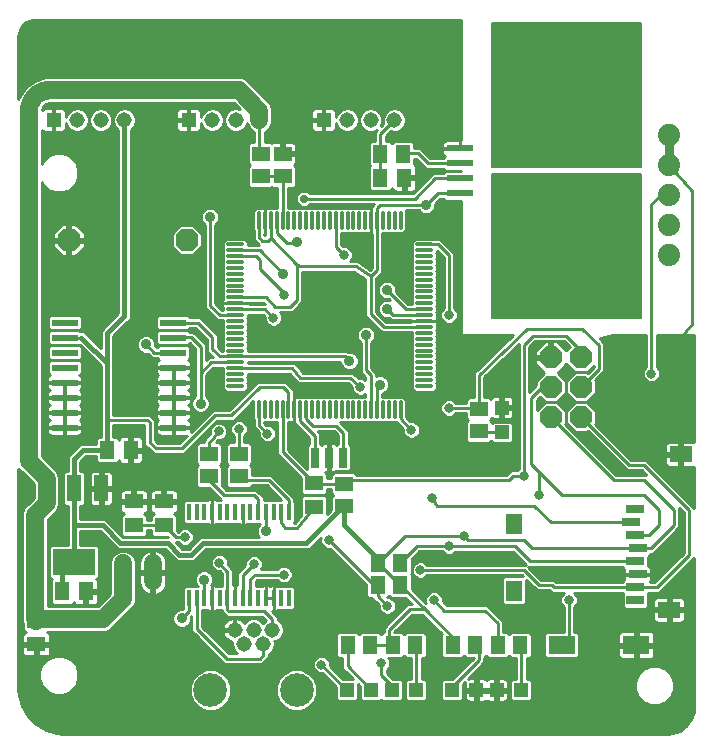
<source format=gtl>
G75*
%MOIN*%
%OFA0B0*%
%FSLAX24Y24*%
%IPPOS*%
%LPD*%
%AMOC8*
5,1,8,0,0,1.08239X$1,22.5*
%
%ADD10C,0.0050*%
%ADD11R,0.0630X0.0512*%
%ADD12R,0.0512X0.0591*%
%ADD13R,0.0512X0.0630*%
%ADD14R,0.0866X0.0236*%
%ADD15C,0.0118*%
%ADD16R,0.0472X0.0472*%
%ADD17OC8,0.0760*%
%ADD18OC8,0.0740*%
%ADD19R,0.0137X0.0550*%
%ADD20R,0.0591X0.0512*%
%ADD21C,0.0515*%
%ADD22C,0.1122*%
%ADD23R,0.0480X0.0880*%
%ADD24R,0.1417X0.0866*%
%ADD25R,0.0551X0.0709*%
%ADD26R,0.0748X0.0551*%
%ADD27R,0.0591X0.0315*%
%ADD28R,0.0515X0.0515*%
%ADD29R,0.0276X0.0669*%
%ADD30C,0.3543*%
%ADD31R,0.0906X0.0630*%
%ADD32C,0.0740*%
%ADD33R,0.0870X0.0240*%
%ADD34C,0.0600*%
%ADD35C,0.0100*%
%ADD36C,0.0317*%
%ADD37C,0.0320*%
%ADD38C,0.0300*%
%ADD39C,0.0356*%
%ADD40C,0.0591*%
%ADD41C,0.0157*%
%ADD42C,0.0150*%
%ADD43C,0.0277*%
D10*
X021275Y019386D02*
X021275Y024189D01*
X026249Y024189D01*
X026249Y019386D01*
X021275Y019386D01*
X021275Y019420D02*
X026249Y019420D01*
X026249Y019468D02*
X021275Y019468D01*
X021275Y019517D02*
X026249Y019517D01*
X026249Y019565D02*
X021275Y019565D01*
X021275Y019614D02*
X026249Y019614D01*
X026249Y019662D02*
X021275Y019662D01*
X021275Y019711D02*
X026249Y019711D01*
X026249Y019759D02*
X021275Y019759D01*
X021275Y019808D02*
X026249Y019808D01*
X026249Y019856D02*
X021275Y019856D01*
X021275Y019905D02*
X026249Y019905D01*
X026249Y019953D02*
X021275Y019953D01*
X021275Y020002D02*
X026249Y020002D01*
X026249Y020050D02*
X021275Y020050D01*
X021275Y020099D02*
X026249Y020099D01*
X026249Y020147D02*
X021275Y020147D01*
X021275Y020196D02*
X026249Y020196D01*
X026249Y020244D02*
X021275Y020244D01*
X021275Y020293D02*
X026249Y020293D01*
X026249Y020341D02*
X021275Y020341D01*
X021275Y020390D02*
X026249Y020390D01*
X026249Y020438D02*
X021275Y020438D01*
X021275Y020487D02*
X026249Y020487D01*
X026249Y020535D02*
X021275Y020535D01*
X021275Y020584D02*
X026249Y020584D01*
X026249Y020632D02*
X021275Y020632D01*
X021275Y020681D02*
X026249Y020681D01*
X026249Y020729D02*
X021275Y020729D01*
X021275Y020778D02*
X026249Y020778D01*
X026249Y020826D02*
X021275Y020826D01*
X021275Y020875D02*
X026249Y020875D01*
X026249Y020923D02*
X021275Y020923D01*
X021275Y020972D02*
X026249Y020972D01*
X026249Y021020D02*
X021275Y021020D01*
X021275Y021069D02*
X026249Y021069D01*
X026249Y021117D02*
X021275Y021117D01*
X021275Y021166D02*
X026249Y021166D01*
X026249Y021214D02*
X021275Y021214D01*
X021275Y021263D02*
X026249Y021263D01*
X026249Y021311D02*
X021275Y021311D01*
X021275Y021360D02*
X026249Y021360D01*
X026249Y021408D02*
X021275Y021408D01*
X021275Y021457D02*
X026249Y021457D01*
X026249Y021505D02*
X021275Y021505D01*
X021275Y021554D02*
X026249Y021554D01*
X026249Y021602D02*
X021275Y021602D01*
X021275Y021651D02*
X026249Y021651D01*
X026249Y021699D02*
X021275Y021699D01*
X021275Y021748D02*
X026249Y021748D01*
X026249Y021796D02*
X021275Y021796D01*
X021275Y021845D02*
X026249Y021845D01*
X026249Y021893D02*
X021275Y021893D01*
X021275Y021942D02*
X026249Y021942D01*
X026249Y021990D02*
X021275Y021990D01*
X021275Y022039D02*
X026249Y022039D01*
X026249Y022087D02*
X021275Y022087D01*
X021275Y022136D02*
X026249Y022136D01*
X026249Y022184D02*
X021275Y022184D01*
X021275Y022233D02*
X026249Y022233D01*
X026249Y022281D02*
X021275Y022281D01*
X021275Y022330D02*
X026249Y022330D01*
X026249Y022378D02*
X021275Y022378D01*
X021275Y022427D02*
X026249Y022427D01*
X026249Y022475D02*
X021275Y022475D01*
X021275Y022524D02*
X026249Y022524D01*
X026249Y022572D02*
X021275Y022572D01*
X021275Y022621D02*
X026249Y022621D01*
X026249Y022669D02*
X021275Y022669D01*
X021275Y022718D02*
X026249Y022718D01*
X026249Y022766D02*
X021275Y022766D01*
X021275Y022815D02*
X026249Y022815D01*
X026249Y022863D02*
X021275Y022863D01*
X021275Y022912D02*
X026249Y022912D01*
X026249Y022960D02*
X021275Y022960D01*
X021275Y023009D02*
X026249Y023009D01*
X026249Y023057D02*
X021275Y023057D01*
X021275Y023106D02*
X026249Y023106D01*
X026249Y023154D02*
X021275Y023154D01*
X021275Y023203D02*
X026249Y023203D01*
X026249Y023251D02*
X021275Y023251D01*
X021275Y023300D02*
X026249Y023300D01*
X026249Y023348D02*
X021275Y023348D01*
X021275Y023397D02*
X026249Y023397D01*
X026249Y023445D02*
X021275Y023445D01*
X021275Y023494D02*
X026249Y023494D01*
X026249Y023542D02*
X021275Y023542D01*
X021275Y023591D02*
X026249Y023591D01*
X026249Y023639D02*
X021275Y023639D01*
X021275Y023688D02*
X026249Y023688D01*
X026249Y023736D02*
X021275Y023736D01*
X021275Y023785D02*
X026249Y023785D01*
X026249Y023833D02*
X021275Y023833D01*
X021275Y023882D02*
X026249Y023882D01*
X026249Y023930D02*
X021275Y023930D01*
X021275Y023979D02*
X026249Y023979D01*
X026249Y024027D02*
X021275Y024027D01*
X021275Y024076D02*
X026249Y024076D01*
X026249Y024124D02*
X021275Y024124D01*
X021275Y024173D02*
X026249Y024173D01*
X026249Y024425D02*
X021275Y024425D01*
X021275Y029228D01*
X026249Y029228D01*
X026249Y024425D01*
X026249Y024464D02*
X021275Y024464D01*
X021275Y024512D02*
X026249Y024512D01*
X026249Y024561D02*
X021275Y024561D01*
X021275Y024609D02*
X026249Y024609D01*
X026249Y024658D02*
X021275Y024658D01*
X021275Y024706D02*
X026249Y024706D01*
X026249Y024755D02*
X021275Y024755D01*
X021275Y024803D02*
X026249Y024803D01*
X026249Y024852D02*
X021275Y024852D01*
X021275Y024900D02*
X026249Y024900D01*
X026249Y024949D02*
X021275Y024949D01*
X021275Y024997D02*
X026249Y024997D01*
X026249Y025046D02*
X021275Y025046D01*
X021275Y025094D02*
X026249Y025094D01*
X026249Y025143D02*
X021275Y025143D01*
X021275Y025191D02*
X026249Y025191D01*
X026249Y025240D02*
X021275Y025240D01*
X021275Y025288D02*
X026249Y025288D01*
X026249Y025337D02*
X021275Y025337D01*
X021275Y025385D02*
X026249Y025385D01*
X026249Y025434D02*
X021275Y025434D01*
X021275Y025482D02*
X026249Y025482D01*
X026249Y025531D02*
X021275Y025531D01*
X021275Y025579D02*
X026249Y025579D01*
X026249Y025628D02*
X021275Y025628D01*
X021275Y025676D02*
X026249Y025676D01*
X026249Y025725D02*
X021275Y025725D01*
X021275Y025773D02*
X026249Y025773D01*
X026249Y025822D02*
X021275Y025822D01*
X021275Y025870D02*
X026249Y025870D01*
X026249Y025919D02*
X021275Y025919D01*
X021275Y025967D02*
X026249Y025967D01*
X026249Y026016D02*
X021275Y026016D01*
X021275Y026064D02*
X026249Y026064D01*
X026249Y026113D02*
X021275Y026113D01*
X021275Y026161D02*
X026249Y026161D01*
X026249Y026210D02*
X021275Y026210D01*
X021275Y026258D02*
X026249Y026258D01*
X026249Y026307D02*
X021275Y026307D01*
X021275Y026355D02*
X026249Y026355D01*
X026249Y026404D02*
X021275Y026404D01*
X021275Y026452D02*
X026249Y026452D01*
X026249Y026501D02*
X021275Y026501D01*
X021275Y026549D02*
X026249Y026549D01*
X026249Y026598D02*
X021275Y026598D01*
X021275Y026646D02*
X026249Y026646D01*
X026249Y026695D02*
X021275Y026695D01*
X021275Y026743D02*
X026249Y026743D01*
X026249Y026792D02*
X021275Y026792D01*
X021275Y026840D02*
X026249Y026840D01*
X026249Y026889D02*
X021275Y026889D01*
X021275Y026937D02*
X026249Y026937D01*
X026249Y026986D02*
X021275Y026986D01*
X021275Y027034D02*
X026249Y027034D01*
X026249Y027083D02*
X021275Y027083D01*
X021275Y027131D02*
X026249Y027131D01*
X026249Y027180D02*
X021275Y027180D01*
X021275Y027228D02*
X026249Y027228D01*
X026249Y027277D02*
X021275Y027277D01*
X021275Y027325D02*
X026249Y027325D01*
X026249Y027374D02*
X021275Y027374D01*
X021275Y027422D02*
X026249Y027422D01*
X026249Y027471D02*
X021275Y027471D01*
X021275Y027519D02*
X026249Y027519D01*
X026249Y027568D02*
X021275Y027568D01*
X021275Y027616D02*
X026249Y027616D01*
X026249Y027665D02*
X021275Y027665D01*
X021275Y027713D02*
X026249Y027713D01*
X026249Y027762D02*
X021275Y027762D01*
X021275Y027810D02*
X026249Y027810D01*
X026249Y027859D02*
X021275Y027859D01*
X021275Y027907D02*
X026249Y027907D01*
X026249Y027956D02*
X021275Y027956D01*
X021275Y028004D02*
X026249Y028004D01*
X026249Y028053D02*
X021275Y028053D01*
X021275Y028101D02*
X026249Y028101D01*
X026249Y028150D02*
X021275Y028150D01*
X021275Y028198D02*
X026249Y028198D01*
X026249Y028247D02*
X021275Y028247D01*
X021275Y028295D02*
X026249Y028295D01*
X026249Y028344D02*
X021275Y028344D01*
X021275Y028392D02*
X026249Y028392D01*
X026249Y028441D02*
X021275Y028441D01*
X021275Y028489D02*
X026249Y028489D01*
X026249Y028538D02*
X021275Y028538D01*
X021275Y028586D02*
X026249Y028586D01*
X026249Y028635D02*
X021275Y028635D01*
X021275Y028683D02*
X026249Y028683D01*
X026249Y028732D02*
X021275Y028732D01*
X021275Y028780D02*
X026249Y028780D01*
X026249Y028829D02*
X021275Y028829D01*
X021275Y028877D02*
X026249Y028877D01*
X026249Y028926D02*
X021275Y028926D01*
X021275Y028974D02*
X026249Y028974D01*
X026249Y029023D02*
X021275Y029023D01*
X021275Y029071D02*
X026249Y029071D01*
X026249Y029120D02*
X021275Y029120D01*
X021275Y029168D02*
X026249Y029168D01*
X026249Y029217D02*
X021275Y029217D01*
D11*
X015333Y013894D03*
X015333Y013106D03*
X010333Y013287D03*
X010333Y012500D03*
X009333Y012500D03*
X009333Y013287D03*
X006081Y009315D03*
X006081Y008528D03*
D12*
X016459Y008500D03*
X017207Y008500D03*
X017959Y008500D03*
X018707Y008500D03*
X019959Y008500D03*
X020707Y008500D03*
X021459Y008500D03*
X022207Y008500D03*
X018207Y010500D03*
X017459Y010500D03*
X017459Y011250D03*
X018207Y011250D03*
X018294Y024870D03*
X017546Y024870D03*
D13*
X017550Y024083D03*
X018337Y024083D03*
X009227Y015000D03*
X008440Y015000D03*
X007723Y010287D03*
X006936Y010287D03*
D14*
X007022Y015750D03*
X007022Y016250D03*
X007022Y016750D03*
X007022Y017250D03*
X007022Y017750D03*
X007022Y018250D03*
X007022Y018750D03*
X007022Y019250D03*
X010644Y019250D03*
X010644Y018750D03*
X010644Y018250D03*
X010644Y017750D03*
X010644Y017250D03*
X010644Y016750D03*
X010644Y016250D03*
X010644Y015750D03*
D15*
X012475Y017138D02*
X012947Y017138D01*
X012947Y017335D02*
X012475Y017335D01*
X012475Y017531D02*
X012947Y017531D01*
X012947Y017728D02*
X012475Y017728D01*
X012475Y017925D02*
X012947Y017925D01*
X012947Y018122D02*
X012475Y018122D01*
X012475Y018319D02*
X012947Y018319D01*
X012947Y018516D02*
X012475Y018516D01*
X012475Y018713D02*
X012947Y018713D01*
X012947Y018909D02*
X012475Y018909D01*
X012475Y019106D02*
X012947Y019106D01*
X012947Y019303D02*
X012475Y019303D01*
X012475Y019500D02*
X012947Y019500D01*
X012947Y019697D02*
X012475Y019697D01*
X012475Y019894D02*
X012947Y019894D01*
X012947Y020091D02*
X012475Y020091D01*
X012475Y020287D02*
X012947Y020287D01*
X012947Y020484D02*
X012475Y020484D01*
X012475Y020681D02*
X012947Y020681D01*
X012947Y020878D02*
X012475Y020878D01*
X012475Y021075D02*
X012947Y021075D01*
X012947Y021272D02*
X012475Y021272D01*
X012475Y021469D02*
X012947Y021469D01*
X012947Y021665D02*
X012475Y021665D01*
X012475Y021862D02*
X012947Y021862D01*
X013499Y022414D02*
X013499Y022886D01*
X013696Y022886D02*
X013696Y022414D01*
X013892Y022414D02*
X013892Y022886D01*
X014089Y022886D02*
X014089Y022414D01*
X014286Y022414D02*
X014286Y022886D01*
X014483Y022886D02*
X014483Y022414D01*
X014680Y022414D02*
X014680Y022886D01*
X014877Y022886D02*
X014877Y022414D01*
X015073Y022414D02*
X015073Y022886D01*
X015270Y022886D02*
X015270Y022414D01*
X015467Y022414D02*
X015467Y022886D01*
X015664Y022886D02*
X015664Y022414D01*
X015861Y022414D02*
X015861Y022886D01*
X016058Y022886D02*
X016058Y022414D01*
X016255Y022414D02*
X016255Y022886D01*
X016451Y022886D02*
X016451Y022414D01*
X016648Y022414D02*
X016648Y022886D01*
X016845Y022886D02*
X016845Y022414D01*
X017042Y022414D02*
X017042Y022886D01*
X017239Y022886D02*
X017239Y022414D01*
X017436Y022414D02*
X017436Y022886D01*
X017633Y022886D02*
X017633Y022414D01*
X017829Y022414D02*
X017829Y022886D01*
X018026Y022886D02*
X018026Y022414D01*
X018223Y022414D02*
X018223Y022886D01*
X018774Y021862D02*
X019246Y021862D01*
X019246Y021665D02*
X018774Y021665D01*
X018774Y021469D02*
X019246Y021469D01*
X019246Y021272D02*
X018774Y021272D01*
X018774Y021075D02*
X019246Y021075D01*
X019246Y020878D02*
X018774Y020878D01*
X018774Y020681D02*
X019246Y020681D01*
X019246Y020484D02*
X018774Y020484D01*
X018774Y020287D02*
X019246Y020287D01*
X019246Y020091D02*
X018774Y020091D01*
X018774Y019894D02*
X019246Y019894D01*
X019246Y019697D02*
X018774Y019697D01*
X018774Y019500D02*
X019246Y019500D01*
X019246Y019303D02*
X018774Y019303D01*
X018774Y019106D02*
X019246Y019106D01*
X019246Y018909D02*
X018774Y018909D01*
X018774Y018713D02*
X019246Y018713D01*
X019246Y018516D02*
X018774Y018516D01*
X018774Y018319D02*
X019246Y018319D01*
X019246Y018122D02*
X018774Y018122D01*
X018774Y017925D02*
X019246Y017925D01*
X019246Y017728D02*
X018774Y017728D01*
X018774Y017531D02*
X019246Y017531D01*
X019246Y017335D02*
X018774Y017335D01*
X018774Y017138D02*
X019246Y017138D01*
X018223Y016586D02*
X018223Y016114D01*
X018026Y016114D02*
X018026Y016586D01*
X017829Y016586D02*
X017829Y016114D01*
X017633Y016114D02*
X017633Y016586D01*
X017436Y016586D02*
X017436Y016114D01*
X017239Y016114D02*
X017239Y016586D01*
X017042Y016586D02*
X017042Y016114D01*
X016845Y016114D02*
X016845Y016586D01*
X016648Y016586D02*
X016648Y016114D01*
X016451Y016114D02*
X016451Y016586D01*
X016255Y016586D02*
X016255Y016114D01*
X016058Y016114D02*
X016058Y016586D01*
X015861Y016586D02*
X015861Y016114D01*
X015664Y016114D02*
X015664Y016586D01*
X015467Y016586D02*
X015467Y016114D01*
X015270Y016114D02*
X015270Y016586D01*
X015073Y016586D02*
X015073Y016114D01*
X014877Y016114D02*
X014877Y016586D01*
X014680Y016586D02*
X014680Y016114D01*
X014483Y016114D02*
X014483Y016586D01*
X014286Y016586D02*
X014286Y016114D01*
X014089Y016114D02*
X014089Y016586D01*
X013892Y016586D02*
X013892Y016114D01*
X013696Y016114D02*
X013696Y016586D01*
X013499Y016586D02*
X013499Y016114D01*
D16*
X021597Y016413D03*
X021597Y015587D03*
X021420Y007000D03*
X020747Y007000D03*
X019920Y007000D03*
X018747Y007000D03*
X017920Y007000D03*
X017247Y007000D03*
X016420Y007000D03*
X022247Y007000D03*
D17*
X011093Y022000D03*
X007156Y022000D03*
D18*
X023233Y018100D03*
X024233Y018100D03*
X024233Y017100D03*
X023233Y017100D03*
X023233Y016100D03*
X024233Y016100D03*
D19*
X014497Y012939D03*
X014241Y012939D03*
X013985Y012939D03*
X013729Y012939D03*
X013473Y012939D03*
X013217Y012939D03*
X012961Y012939D03*
X012705Y012939D03*
X012449Y012939D03*
X012194Y012939D03*
X011938Y012939D03*
X011682Y012939D03*
X011426Y012939D03*
X011170Y012939D03*
X011170Y010061D03*
X011426Y010061D03*
X011682Y010061D03*
X011938Y010061D03*
X012194Y010061D03*
X012449Y010061D03*
X012705Y010061D03*
X012961Y010061D03*
X013217Y010061D03*
X013473Y010061D03*
X013729Y010061D03*
X013985Y010061D03*
X014241Y010061D03*
X014497Y010061D03*
D20*
X016333Y013126D03*
X016333Y013874D03*
X012833Y014126D03*
X011833Y014126D03*
X011833Y014874D03*
X012833Y014874D03*
X020833Y015626D03*
X020833Y016374D03*
X014295Y024126D03*
X013552Y024126D03*
X013552Y024874D03*
X014295Y024874D03*
D21*
X013514Y026000D03*
X012727Y026000D03*
X011940Y026000D03*
X009014Y026000D03*
X008227Y026000D03*
X007440Y026000D03*
X016440Y026000D03*
X017227Y026000D03*
X018014Y026000D03*
X013948Y009008D03*
X013633Y008535D03*
X013318Y009008D03*
X013003Y008535D03*
X012688Y009008D03*
D22*
X011881Y007000D03*
X014755Y007000D03*
D23*
X008243Y013720D03*
X007333Y013720D03*
X006423Y013720D03*
D24*
X007333Y011280D03*
D25*
X021991Y010307D03*
X021991Y012551D03*
D26*
X027168Y009677D03*
X027562Y014854D03*
D27*
X026046Y013020D03*
X025888Y012587D03*
X026046Y012154D03*
X026125Y011720D03*
X026046Y011287D03*
X026125Y010854D03*
X026046Y010421D03*
X026046Y009988D03*
D28*
X015652Y026000D03*
X011152Y026000D03*
X006652Y026000D03*
D29*
X015361Y014750D03*
X015833Y014750D03*
X016306Y014750D03*
D30*
X024231Y021354D03*
X024231Y027260D03*
D31*
X023593Y008500D03*
X026073Y008500D03*
D32*
X027183Y021500D03*
X027183Y022500D03*
X027183Y023500D03*
X027183Y024500D03*
X027183Y025500D03*
D33*
X022257Y025053D03*
X022257Y024553D03*
X022257Y024053D03*
X022257Y023553D03*
X020197Y023553D03*
X020197Y024053D03*
X020197Y024553D03*
X020197Y025053D03*
D34*
X009967Y011221D02*
X009967Y010621D01*
X008967Y010621D02*
X008967Y011221D01*
D35*
X006156Y005796D02*
X027738Y005796D01*
X027750Y005804D02*
X027530Y005644D01*
X027273Y005561D01*
X027137Y005550D01*
X006949Y005550D01*
X006758Y005563D01*
X006388Y005662D01*
X006057Y005853D01*
X005786Y006123D01*
X005595Y006455D01*
X005496Y006824D01*
X005483Y007016D01*
X005483Y014375D01*
X005593Y014265D01*
X005999Y013859D01*
X005999Y013416D01*
X005793Y013209D01*
X005674Y013090D01*
X005609Y012934D01*
X005609Y009278D01*
X005637Y009211D01*
X005637Y009006D01*
X005712Y008930D01*
X005734Y008930D01*
X005708Y008923D01*
X005674Y008903D01*
X005646Y008876D01*
X005626Y008841D01*
X005616Y008803D01*
X005616Y008578D01*
X006031Y008578D01*
X006031Y008478D01*
X006131Y008478D01*
X006131Y008578D01*
X006546Y008578D01*
X006546Y008803D01*
X006535Y008841D01*
X006516Y008876D01*
X006488Y008903D01*
X006453Y008923D01*
X006427Y008930D01*
X006449Y008930D01*
X006457Y008938D01*
X008386Y008938D01*
X008542Y009003D01*
X009207Y009668D01*
X009327Y009787D01*
X009391Y009943D01*
X009391Y010525D01*
X009396Y010536D01*
X009396Y011307D01*
X009331Y011464D01*
X009210Y011585D01*
X009052Y011650D01*
X008882Y011650D01*
X008724Y011585D01*
X008604Y011464D01*
X008538Y011307D01*
X008538Y010536D01*
X008543Y010525D01*
X008543Y010203D01*
X008126Y009786D01*
X006457Y009786D01*
X006457Y012674D01*
X006664Y012881D01*
X006783Y013000D01*
X006847Y013156D01*
X006847Y014119D01*
X006783Y014275D01*
X006664Y014394D01*
X006257Y014801D01*
X006257Y023928D01*
X006282Y023868D01*
X006465Y023685D01*
X006704Y023586D01*
X006963Y023586D01*
X007202Y023685D01*
X007384Y023868D01*
X007483Y024107D01*
X007483Y024366D01*
X007384Y024604D01*
X007202Y024787D01*
X006963Y024886D01*
X006704Y024886D01*
X006465Y024787D01*
X006282Y024604D01*
X006257Y024544D01*
X006257Y025681D01*
X006275Y025650D01*
X006303Y025622D01*
X006337Y025603D01*
X006375Y025593D01*
X006623Y025593D01*
X006623Y025971D01*
X006681Y025971D01*
X006681Y025593D01*
X006929Y025593D01*
X006968Y025603D01*
X007002Y025622D01*
X007030Y025650D01*
X007049Y025685D01*
X007060Y025723D01*
X007060Y025908D01*
X007112Y025781D01*
X007221Y025673D01*
X007363Y025614D01*
X007516Y025614D01*
X007658Y025673D01*
X007767Y025781D01*
X007826Y025923D01*
X007826Y026077D01*
X007767Y026219D01*
X007658Y026327D01*
X007516Y026386D01*
X007363Y026386D01*
X007221Y026327D01*
X007112Y026219D01*
X007060Y026092D01*
X007060Y026277D01*
X007049Y026315D01*
X007030Y026350D01*
X007002Y026378D01*
X006968Y026397D01*
X006929Y026407D01*
X006681Y026407D01*
X006681Y026029D01*
X006623Y026029D01*
X006623Y026407D01*
X006375Y026407D01*
X006337Y026397D01*
X006303Y026378D01*
X006275Y026350D01*
X006260Y026324D01*
X006261Y026337D01*
X006288Y026421D01*
X006340Y026493D01*
X006412Y026545D01*
X006496Y026572D01*
X006540Y026576D01*
X012658Y026576D01*
X012878Y026355D01*
X012804Y026386D01*
X012650Y026386D01*
X012508Y026327D01*
X012400Y026219D01*
X012341Y026077D01*
X012341Y025923D01*
X012400Y025781D01*
X012508Y025673D01*
X012650Y025614D01*
X012804Y025614D01*
X012946Y025673D01*
X013054Y025781D01*
X013100Y025892D01*
X013155Y025760D01*
X013274Y025641D01*
X013336Y025615D01*
X013336Y025259D01*
X013204Y025259D01*
X013128Y025183D01*
X013128Y024565D01*
X013193Y024500D01*
X013128Y024435D01*
X013128Y023817D01*
X013204Y023741D01*
X013901Y023741D01*
X013923Y023764D01*
X013946Y023741D01*
X014107Y023741D01*
X014107Y023074D01*
X014011Y023074D01*
X013991Y023053D01*
X013970Y023074D01*
X013815Y023074D01*
X013805Y023064D01*
X013776Y023081D01*
X013723Y023095D01*
X013696Y023095D01*
X013696Y022650D01*
X013696Y022650D01*
X013696Y023095D01*
X013668Y023095D01*
X013615Y023081D01*
X013586Y023064D01*
X013576Y023074D01*
X013421Y023074D01*
X013311Y022964D01*
X013311Y022336D01*
X013320Y022327D01*
X013320Y022013D01*
X013422Y021910D01*
X013488Y021844D01*
X013135Y021844D01*
X013135Y021940D01*
X013025Y022050D01*
X012397Y022050D01*
X012287Y021940D01*
X012287Y021784D01*
X012308Y021764D01*
X012287Y021743D01*
X012287Y021588D01*
X012308Y021567D01*
X012287Y021546D01*
X012287Y021391D01*
X012308Y021370D01*
X012287Y021349D01*
X012287Y021194D01*
X012308Y021173D01*
X012287Y021153D01*
X012287Y020997D01*
X012308Y020976D01*
X012287Y020956D01*
X012287Y020800D01*
X012308Y020780D01*
X012287Y020759D01*
X012287Y020603D01*
X012308Y020583D01*
X012287Y020562D01*
X012287Y020406D01*
X012308Y020386D01*
X012287Y020365D01*
X012287Y020210D01*
X012308Y020189D01*
X012287Y020168D01*
X012287Y020013D01*
X012297Y020003D01*
X012280Y019974D01*
X012266Y019921D01*
X012266Y019894D01*
X012711Y019894D01*
X012711Y019894D01*
X012266Y019894D01*
X012266Y019866D01*
X012280Y019813D01*
X012297Y019784D01*
X012287Y019775D01*
X012287Y019683D01*
X012258Y019683D01*
X012048Y019893D01*
X012048Y022516D01*
X012129Y022598D01*
X012176Y022711D01*
X012176Y022833D01*
X012129Y022945D01*
X012043Y023032D01*
X011930Y023079D01*
X011808Y023079D01*
X011695Y023032D01*
X011609Y022945D01*
X011562Y022833D01*
X011562Y022711D01*
X011609Y022598D01*
X011690Y022516D01*
X011690Y019745D01*
X011795Y019640D01*
X012110Y019325D01*
X012287Y019325D01*
X012287Y019225D01*
X012308Y019205D01*
X012287Y019184D01*
X012287Y019029D01*
X012308Y019008D01*
X012287Y018987D01*
X012287Y018832D01*
X012308Y018811D01*
X012287Y018790D01*
X012287Y018635D01*
X012308Y018614D01*
X012287Y018594D01*
X012287Y018438D01*
X012308Y018417D01*
X012287Y018397D01*
X012287Y018305D01*
X012257Y018305D01*
X012258Y018305D02*
X012126Y018436D01*
X012126Y018830D01*
X011632Y019324D01*
X011527Y019429D01*
X011199Y019429D01*
X011131Y019497D01*
X010158Y019497D01*
X010083Y019421D01*
X010083Y019079D01*
X010158Y019003D01*
X011131Y019003D01*
X011199Y019071D01*
X011379Y019071D01*
X011769Y018682D01*
X011769Y018288D01*
X011873Y018183D01*
X011953Y018104D01*
X011830Y018104D01*
X011733Y018006D01*
X011733Y018515D01*
X011628Y018620D01*
X011313Y018935D01*
X011193Y018935D01*
X011131Y018997D01*
X010158Y018997D01*
X010083Y018921D01*
X010083Y018579D01*
X010158Y018503D01*
X011131Y018503D01*
X011185Y018557D01*
X011375Y018367D01*
X011375Y016806D01*
X011294Y016725D01*
X011247Y016612D01*
X011247Y016490D01*
X011294Y016377D01*
X011380Y016291D01*
X011493Y016244D01*
X011615Y016244D01*
X011728Y016291D01*
X011814Y016377D01*
X011861Y016490D01*
X011861Y016612D01*
X011814Y016725D01*
X011733Y016806D01*
X011733Y017501D01*
X011978Y017746D01*
X012287Y017746D01*
X012287Y017651D01*
X012308Y017630D01*
X012287Y017609D01*
X012287Y017454D01*
X012308Y017433D01*
X012287Y017412D01*
X012287Y017257D01*
X012308Y017236D01*
X012287Y017216D01*
X012287Y017060D01*
X012397Y016950D01*
X013025Y016950D01*
X013135Y017060D01*
X013135Y017216D01*
X013115Y017236D01*
X013135Y017257D01*
X013135Y017412D01*
X013115Y017433D01*
X013135Y017454D01*
X013135Y017550D01*
X014522Y017550D01*
X014705Y017334D01*
X014705Y017326D01*
X014752Y017279D01*
X014795Y017228D01*
X014803Y017227D01*
X014809Y017221D01*
X014876Y017221D01*
X014942Y017216D01*
X014949Y017221D01*
X016467Y017221D01*
X016595Y017112D01*
X016595Y017043D01*
X016639Y016936D01*
X016720Y016855D01*
X016826Y016811D01*
X016941Y016811D01*
X017044Y016854D01*
X017044Y016774D01*
X016964Y016774D01*
X016944Y016754D01*
X016923Y016774D01*
X016767Y016774D01*
X016747Y016754D01*
X016726Y016774D01*
X016571Y016774D01*
X016550Y016754D01*
X016529Y016774D01*
X016374Y016774D01*
X016353Y016754D01*
X016332Y016774D01*
X016177Y016774D01*
X016156Y016754D01*
X016136Y016774D01*
X015980Y016774D01*
X015959Y016754D01*
X015939Y016774D01*
X015783Y016774D01*
X015762Y016754D01*
X015742Y016774D01*
X015586Y016774D01*
X015566Y016754D01*
X015545Y016774D01*
X015389Y016774D01*
X015369Y016754D01*
X015348Y016774D01*
X015193Y016774D01*
X015172Y016754D01*
X015151Y016774D01*
X014996Y016774D01*
X014975Y016754D01*
X014954Y016774D01*
X014799Y016774D01*
X014789Y016765D01*
X014760Y016781D01*
X014707Y016796D01*
X014680Y016796D01*
X014680Y016350D01*
X014680Y015905D01*
X014698Y015905D01*
X014698Y015883D01*
X015182Y015398D01*
X015182Y015213D01*
X015170Y015213D01*
X015094Y015138D01*
X015094Y014385D01*
X014465Y015015D01*
X014465Y015926D01*
X014561Y015926D01*
X014570Y015936D01*
X014599Y015919D01*
X014652Y015905D01*
X014680Y015905D01*
X014680Y016350D01*
X014680Y016350D01*
X014680Y016350D01*
X014680Y016796D01*
X014662Y016796D01*
X014662Y017003D01*
X014488Y017176D01*
X014384Y017281D01*
X013448Y017281D01*
X012503Y016336D01*
X011952Y016336D01*
X011227Y015611D01*
X011227Y015612D01*
X011227Y015741D01*
X010653Y015741D01*
X010653Y015482D01*
X011097Y015482D01*
X011098Y015482D01*
X010850Y015234D01*
X010132Y015234D01*
X010040Y015326D01*
X010040Y015995D01*
X009961Y016074D01*
X009856Y016179D01*
X008647Y016179D01*
X008647Y018808D01*
X009100Y019261D01*
X009100Y019261D01*
X009222Y019383D01*
X009222Y025668D01*
X009233Y025673D01*
X009342Y025781D01*
X009401Y025923D01*
X009401Y026077D01*
X009342Y026219D01*
X009233Y026327D01*
X009091Y026386D01*
X008938Y026386D01*
X008796Y026327D01*
X008687Y026219D01*
X008628Y026077D01*
X008628Y025923D01*
X008687Y025781D01*
X008796Y025673D01*
X008807Y025668D01*
X008807Y019554D01*
X008232Y018980D01*
X008232Y018395D01*
X007669Y018957D01*
X007548Y018957D01*
X007509Y018997D01*
X006536Y018997D01*
X006460Y018921D01*
X006460Y018579D01*
X006536Y018503D01*
X007509Y018503D01*
X007523Y018517D01*
X008232Y017808D01*
X008232Y015444D01*
X008130Y015444D01*
X008055Y015368D01*
X008055Y015207D01*
X007547Y015207D01*
X007247Y014907D01*
X007126Y014786D01*
X007126Y014289D01*
X007040Y014289D01*
X006965Y014213D01*
X006965Y013227D01*
X007040Y013151D01*
X007126Y013151D01*
X007126Y011842D01*
X006571Y011842D01*
X006496Y011766D01*
X006496Y010794D01*
X006571Y010718D01*
X006613Y010718D01*
X006551Y010656D01*
X006551Y009919D01*
X006626Y009844D01*
X007245Y009844D01*
X007320Y009919D01*
X007320Y009941D01*
X007327Y009915D01*
X007347Y009880D01*
X007375Y009852D01*
X007409Y009833D01*
X007447Y009822D01*
X007673Y009822D01*
X007673Y010237D01*
X007773Y010237D01*
X007773Y009822D01*
X007999Y009822D01*
X008037Y009833D01*
X008071Y009852D01*
X008099Y009880D01*
X008119Y009915D01*
X008129Y009953D01*
X008129Y010237D01*
X007773Y010237D01*
X007773Y010337D01*
X008129Y010337D01*
X008129Y010622D01*
X008538Y010622D01*
X008538Y010721D02*
X008098Y010721D01*
X008095Y010718D02*
X008171Y010794D01*
X008171Y011766D01*
X008095Y011842D01*
X007541Y011842D01*
X007541Y012289D01*
X008200Y012289D01*
X008791Y011698D01*
X010366Y011698D01*
X010759Y011304D01*
X011331Y011304D01*
X011452Y011426D01*
X011719Y011692D01*
X014765Y011686D01*
X014851Y011686D01*
X014937Y011686D01*
X015163Y011686D01*
X015285Y011808D01*
X015285Y011813D01*
X015556Y012084D01*
X015545Y012057D01*
X015545Y011943D01*
X015589Y011836D01*
X015670Y011755D01*
X015776Y011711D01*
X015869Y011711D01*
X017075Y010506D01*
X017075Y010151D01*
X017150Y010076D01*
X017281Y010076D01*
X017281Y010050D01*
X017385Y009945D01*
X017495Y009836D01*
X017495Y009743D01*
X017539Y009636D01*
X017620Y009555D01*
X017726Y009511D01*
X017841Y009511D01*
X017947Y009555D01*
X018028Y009636D01*
X018072Y009743D01*
X018072Y009857D01*
X018028Y009964D01*
X017947Y010045D01*
X017841Y010089D01*
X017781Y010089D01*
X017833Y010141D01*
X017898Y010076D01*
X018379Y010076D01*
X018589Y009866D01*
X018446Y009866D01*
X018342Y009761D01*
X017655Y009074D01*
X017655Y008924D01*
X017650Y008924D01*
X017583Y008857D01*
X017517Y008924D01*
X016898Y008924D01*
X016833Y008859D01*
X016769Y008924D01*
X016150Y008924D01*
X016075Y008849D01*
X014300Y008849D01*
X014275Y008789D02*
X014334Y008931D01*
X014334Y009085D01*
X014275Y009227D01*
X014166Y009335D01*
X014126Y009352D01*
X014126Y009428D01*
X014022Y009533D01*
X013919Y009636D01*
X013985Y009636D01*
X014073Y009636D01*
X014111Y009646D01*
X014130Y009657D01*
X014363Y009657D01*
X014369Y009663D01*
X014375Y009657D01*
X014619Y009657D01*
X014694Y009732D01*
X014694Y010389D01*
X014619Y010464D01*
X014375Y010464D01*
X014369Y010458D01*
X014363Y010464D01*
X014130Y010464D01*
X014111Y010475D01*
X014073Y010486D01*
X013985Y010486D01*
X013985Y010061D01*
X013985Y010061D01*
X013985Y010486D01*
X013897Y010486D01*
X013859Y010475D01*
X013857Y010475D01*
X013855Y010475D01*
X013817Y010486D01*
X013729Y010486D01*
X013641Y010486D01*
X013603Y010475D01*
X013583Y010464D01*
X013396Y010464D01*
X013396Y010621D01*
X013446Y010671D01*
X014104Y010671D01*
X014170Y010605D01*
X014276Y010561D01*
X014391Y010561D01*
X014497Y010605D01*
X014578Y010686D01*
X014622Y010793D01*
X014622Y010907D01*
X014578Y011014D01*
X014497Y011095D01*
X014391Y011139D01*
X014276Y011139D01*
X014170Y011095D01*
X014104Y011029D01*
X013570Y011029D01*
X013578Y011036D01*
X013622Y011143D01*
X013622Y011257D01*
X013578Y011364D01*
X013497Y011445D01*
X013391Y011489D01*
X013276Y011489D01*
X013170Y011445D01*
X013089Y011364D01*
X013045Y011257D01*
X013045Y011164D01*
X012783Y010902D01*
X012783Y010486D01*
X012705Y010486D01*
X012628Y010486D01*
X012628Y010926D01*
X012634Y010992D01*
X012628Y010999D01*
X012628Y011008D01*
X012581Y011055D01*
X012470Y011187D01*
X012472Y011193D01*
X012472Y011307D01*
X012428Y011414D01*
X012347Y011495D01*
X012241Y011539D01*
X012126Y011539D01*
X012020Y011495D01*
X011939Y011414D01*
X011895Y011307D01*
X011895Y011193D01*
X011939Y011086D01*
X012020Y011005D01*
X012126Y010961D01*
X012193Y010961D01*
X012271Y010869D01*
X012271Y010464D01*
X012083Y010464D01*
X012064Y010475D01*
X012026Y010486D01*
X011938Y010486D01*
X011938Y010061D01*
X011938Y010061D01*
X011938Y010486D01*
X011906Y010486D01*
X011932Y010511D01*
X011979Y010624D01*
X011979Y010746D01*
X011932Y010859D01*
X011846Y010945D01*
X011733Y010992D01*
X011611Y010992D01*
X011498Y010945D01*
X011412Y010859D01*
X011365Y010746D01*
X011365Y010624D01*
X011412Y010511D01*
X011459Y010464D01*
X011304Y010464D01*
X011298Y010458D01*
X011292Y010464D01*
X011048Y010464D01*
X010973Y010389D01*
X010973Y009732D01*
X010981Y009724D01*
X010981Y009696D01*
X010978Y009693D01*
X010863Y009693D01*
X010750Y009646D01*
X010664Y009560D01*
X010617Y009447D01*
X010617Y009325D01*
X010664Y009212D01*
X010750Y009126D01*
X010863Y009079D01*
X010985Y009079D01*
X011098Y009126D01*
X011184Y009212D01*
X011231Y009325D01*
X011231Y009440D01*
X011247Y009440D01*
X011231Y009440D02*
X011247Y009456D01*
X011247Y008967D01*
X011352Y008863D01*
X012346Y007869D01*
X013596Y007869D01*
X013701Y007973D01*
X013819Y008091D01*
X013819Y008195D01*
X013851Y008208D01*
X013960Y008317D01*
X014019Y008459D01*
X014019Y008612D01*
X014015Y008622D01*
X014024Y008622D01*
X014166Y008680D01*
X014275Y008789D01*
X014236Y008751D02*
X016075Y008751D01*
X016075Y008849D02*
X016075Y008151D01*
X016150Y008076D01*
X016281Y008076D01*
X016281Y007713D01*
X016385Y007609D01*
X016629Y007365D01*
X016308Y007365D01*
X015872Y007801D01*
X015872Y007907D01*
X015828Y008014D01*
X015747Y008095D01*
X015641Y008139D01*
X015526Y008139D01*
X015420Y008095D01*
X015339Y008014D01*
X015295Y007907D01*
X015295Y007793D01*
X015339Y007686D01*
X015420Y007605D01*
X015526Y007561D01*
X015606Y007561D01*
X016055Y007112D01*
X016055Y006710D01*
X016130Y006635D01*
X016709Y006635D01*
X016785Y006710D01*
X016785Y007209D01*
X016882Y007112D01*
X016882Y006710D01*
X016957Y006635D01*
X017536Y006635D01*
X017583Y006682D01*
X017583Y006682D01*
X017630Y006635D01*
X018209Y006635D01*
X018285Y006710D01*
X018285Y007290D01*
X018209Y007365D01*
X017958Y007365D01*
X017762Y007561D01*
X017762Y007670D01*
X017828Y007736D01*
X017872Y007843D01*
X017872Y007957D01*
X017828Y008064D01*
X017816Y008076D01*
X018269Y008076D01*
X018333Y008141D01*
X018398Y008076D01*
X018568Y008076D01*
X018568Y007365D01*
X018457Y007365D01*
X018382Y007290D01*
X018382Y006710D01*
X018457Y006635D01*
X019036Y006635D01*
X019112Y006710D01*
X019112Y007290D01*
X019036Y007365D01*
X018925Y007365D01*
X018925Y008076D01*
X019017Y008076D01*
X019092Y008151D01*
X019092Y008849D01*
X019017Y008924D01*
X018398Y008924D01*
X018333Y008859D01*
X018269Y008924D01*
X018012Y008924D01*
X018012Y008926D01*
X018594Y009508D01*
X018946Y009508D01*
X019590Y008864D01*
X019575Y008849D01*
X019092Y008849D01*
X019092Y008751D02*
X019575Y008751D01*
X019575Y008849D02*
X019575Y008151D01*
X019650Y008076D01*
X020269Y008076D01*
X020333Y008141D01*
X020398Y008076D01*
X020655Y008076D01*
X020655Y008074D01*
X019946Y007365D01*
X019630Y007365D01*
X019555Y007290D01*
X019555Y006710D01*
X019630Y006635D01*
X020209Y006635D01*
X020285Y006710D01*
X020285Y007199D01*
X020367Y007281D01*
X020360Y007256D01*
X020360Y007050D01*
X020697Y007050D01*
X020697Y007386D01*
X020491Y007386D01*
X020466Y007379D01*
X021012Y007926D01*
X021012Y008076D01*
X021017Y008076D01*
X021083Y008143D01*
X021150Y008076D01*
X021769Y008076D01*
X021833Y008141D01*
X021898Y008076D01*
X022068Y008076D01*
X022068Y007365D01*
X021957Y007365D01*
X021882Y007290D01*
X021882Y006710D01*
X021957Y006635D01*
X022536Y006635D01*
X022612Y006710D01*
X022612Y007290D01*
X022536Y007365D01*
X022425Y007365D01*
X022425Y008076D01*
X022517Y008076D01*
X022592Y008151D01*
X022592Y008849D01*
X022517Y008924D01*
X021898Y008924D01*
X021833Y008859D01*
X021769Y008924D01*
X021638Y008924D01*
X021638Y009298D01*
X021533Y009403D01*
X021107Y009829D01*
X019757Y009829D01*
X019622Y009964D01*
X019622Y010057D01*
X019578Y010164D01*
X019497Y010245D01*
X019391Y010289D01*
X019276Y010289D01*
X019170Y010245D01*
X019089Y010164D01*
X019045Y010057D01*
X019045Y009943D01*
X019064Y009896D01*
X018592Y010368D01*
X018592Y010849D01*
X018566Y010875D01*
X018592Y010901D01*
X018592Y011382D01*
X018831Y011621D01*
X019604Y011621D01*
X019670Y011555D01*
X019776Y011511D01*
X019891Y011511D01*
X019997Y011555D01*
X020050Y011609D01*
X021972Y011609D01*
X022367Y011213D01*
X022402Y011179D01*
X019113Y011179D01*
X019047Y011245D01*
X018941Y011289D01*
X018826Y011289D01*
X018720Y011245D01*
X018639Y011164D01*
X018595Y011057D01*
X018595Y010943D01*
X018639Y010836D01*
X018720Y010755D01*
X018826Y010711D01*
X018941Y010711D01*
X019047Y010755D01*
X019113Y010821D01*
X022259Y010821D01*
X022290Y010790D01*
X021662Y010790D01*
X021586Y010715D01*
X021586Y009899D01*
X021662Y009824D01*
X022320Y009824D01*
X022395Y009899D01*
X022395Y010685D01*
X022655Y010426D01*
X022759Y010321D01*
X023181Y010321D01*
X023259Y010243D01*
X023668Y010243D01*
X023589Y010164D01*
X023545Y010057D01*
X023545Y009943D01*
X023589Y009836D01*
X023655Y009770D01*
X023655Y008944D01*
X023087Y008944D01*
X023012Y008868D01*
X023012Y008132D01*
X023087Y008056D01*
X024099Y008056D01*
X024175Y008132D01*
X024175Y008868D01*
X024099Y008944D01*
X024012Y008944D01*
X024012Y009770D01*
X024078Y009836D01*
X024122Y009943D01*
X024122Y010057D01*
X024078Y010164D01*
X023999Y010243D01*
X025622Y010243D01*
X025622Y010210D01*
X025628Y010205D01*
X025622Y010199D01*
X025622Y009777D01*
X025697Y009702D01*
X026395Y009702D01*
X026470Y009777D01*
X026470Y010199D01*
X026464Y010205D01*
X026470Y010210D01*
X026470Y010243D01*
X026829Y010243D01*
X026933Y010347D01*
X026933Y010347D01*
X028003Y011417D01*
X028003Y006416D01*
X027993Y006281D01*
X027909Y006023D01*
X027750Y005804D01*
X027815Y005894D02*
X006016Y005894D01*
X005917Y005993D02*
X027887Y005993D01*
X027931Y006091D02*
X005819Y006091D01*
X005748Y006190D02*
X027963Y006190D01*
X027993Y006288D02*
X005691Y006288D01*
X005634Y006387D02*
X011559Y006387D01*
X011490Y006415D02*
X011743Y006310D01*
X012018Y006310D01*
X012271Y006415D01*
X012465Y006609D01*
X012570Y006863D01*
X012570Y007137D01*
X012465Y007391D01*
X012271Y007585D01*
X012018Y007690D01*
X011743Y007690D01*
X011490Y007585D01*
X011296Y007391D01*
X011191Y007137D01*
X011191Y006863D01*
X011296Y006609D01*
X011490Y006415D01*
X011420Y006485D02*
X005587Y006485D01*
X005560Y006584D02*
X011322Y006584D01*
X011266Y006682D02*
X005534Y006682D01*
X005508Y006781D02*
X011225Y006781D01*
X011191Y006879D02*
X007033Y006879D01*
X006963Y006850D02*
X007202Y006949D01*
X007384Y007132D01*
X007483Y007371D01*
X007483Y007629D01*
X007384Y007868D01*
X007202Y008051D01*
X006963Y008150D01*
X006704Y008150D01*
X006465Y008051D01*
X006282Y007868D01*
X006183Y007629D01*
X006183Y007371D01*
X006282Y007132D01*
X006465Y006949D01*
X006704Y006850D01*
X006963Y006850D01*
X007230Y006978D02*
X011191Y006978D01*
X011191Y007076D02*
X007329Y007076D01*
X007402Y007175D02*
X011206Y007175D01*
X011247Y007273D02*
X007443Y007273D01*
X007483Y007372D02*
X011288Y007372D01*
X011375Y007470D02*
X007483Y007470D01*
X007483Y007569D02*
X011474Y007569D01*
X011688Y007667D02*
X007468Y007667D01*
X007427Y007766D02*
X015306Y007766D01*
X015295Y007864D02*
X007386Y007864D01*
X007290Y007963D02*
X012252Y007963D01*
X012153Y008061D02*
X007177Y008061D01*
X006535Y008214D02*
X006546Y008252D01*
X006546Y008478D01*
X006131Y008478D01*
X006131Y008122D01*
X006415Y008122D01*
X006453Y008132D01*
X006488Y008152D01*
X006516Y008180D01*
X006535Y008214D01*
X006546Y008258D02*
X011956Y008258D01*
X011858Y008357D02*
X006546Y008357D01*
X006546Y008455D02*
X011759Y008455D01*
X011661Y008554D02*
X006131Y008554D01*
X006131Y008455D02*
X006031Y008455D01*
X006031Y008478D02*
X006031Y008122D01*
X005746Y008122D01*
X005708Y008132D01*
X005674Y008152D01*
X005646Y008180D01*
X005626Y008214D01*
X005616Y008252D01*
X005616Y008478D01*
X006031Y008478D01*
X006031Y008554D02*
X005483Y008554D01*
X005483Y008652D02*
X005616Y008652D01*
X005616Y008751D02*
X005483Y008751D01*
X005483Y008849D02*
X005630Y008849D01*
X005695Y008948D02*
X005483Y008948D01*
X005483Y009046D02*
X005637Y009046D01*
X005637Y009145D02*
X005483Y009145D01*
X005483Y009243D02*
X005624Y009243D01*
X005609Y009342D02*
X005483Y009342D01*
X005483Y009440D02*
X005609Y009440D01*
X005609Y009539D02*
X005483Y009539D01*
X005483Y009637D02*
X005609Y009637D01*
X005609Y009736D02*
X005483Y009736D01*
X005483Y009834D02*
X005609Y009834D01*
X005609Y009933D02*
X005483Y009933D01*
X005483Y010031D02*
X005609Y010031D01*
X005609Y010130D02*
X005483Y010130D01*
X005483Y010228D02*
X005609Y010228D01*
X005609Y010327D02*
X005483Y010327D01*
X005483Y010425D02*
X005609Y010425D01*
X005609Y010524D02*
X005483Y010524D01*
X005483Y010622D02*
X005609Y010622D01*
X005609Y010721D02*
X005483Y010721D01*
X005483Y010819D02*
X005609Y010819D01*
X005609Y010918D02*
X005483Y010918D01*
X005483Y011016D02*
X005609Y011016D01*
X005609Y011115D02*
X005483Y011115D01*
X005483Y011213D02*
X005609Y011213D01*
X005609Y011312D02*
X005483Y011312D01*
X005483Y011410D02*
X005609Y011410D01*
X005609Y011509D02*
X005483Y011509D01*
X005483Y011607D02*
X005609Y011607D01*
X005609Y011706D02*
X005483Y011706D01*
X005483Y011804D02*
X005609Y011804D01*
X005609Y011903D02*
X005483Y011903D01*
X005483Y012001D02*
X005609Y012001D01*
X005609Y012100D02*
X005483Y012100D01*
X005483Y012198D02*
X005609Y012198D01*
X005609Y012297D02*
X005483Y012297D01*
X005483Y012395D02*
X005609Y012395D01*
X005609Y012494D02*
X005483Y012494D01*
X005483Y012592D02*
X005609Y012592D01*
X005609Y012691D02*
X005483Y012691D01*
X005483Y012789D02*
X005609Y012789D01*
X005609Y012888D02*
X005483Y012888D01*
X005483Y012986D02*
X005631Y012986D01*
X005672Y013085D02*
X005483Y013085D01*
X005483Y013183D02*
X005767Y013183D01*
X005793Y013209D02*
X005793Y013209D01*
X005865Y013282D02*
X005483Y013282D01*
X005483Y013380D02*
X005964Y013380D01*
X005999Y013479D02*
X005483Y013479D01*
X005483Y013577D02*
X005999Y013577D01*
X005999Y013676D02*
X005483Y013676D01*
X005483Y013774D02*
X005999Y013774D01*
X005986Y013873D02*
X005483Y013873D01*
X005483Y013971D02*
X005888Y013971D01*
X005789Y014070D02*
X005483Y014070D01*
X005483Y014168D02*
X005691Y014168D01*
X005593Y014265D02*
X005593Y014265D01*
X005592Y014267D02*
X005483Y014267D01*
X005483Y014365D02*
X005494Y014365D01*
X006299Y014759D02*
X007126Y014759D01*
X007126Y014661D02*
X006397Y014661D01*
X006496Y014562D02*
X007126Y014562D01*
X007126Y014464D02*
X006594Y014464D01*
X006693Y014365D02*
X007126Y014365D01*
X007018Y014267D02*
X006786Y014267D01*
X006827Y014168D02*
X006965Y014168D01*
X006965Y014070D02*
X006847Y014070D01*
X006847Y013971D02*
X006965Y013971D01*
X006965Y013873D02*
X006847Y013873D01*
X006847Y013774D02*
X006965Y013774D01*
X006965Y013676D02*
X006847Y013676D01*
X006847Y013577D02*
X006965Y013577D01*
X006965Y013479D02*
X006847Y013479D01*
X006847Y013380D02*
X006965Y013380D01*
X006965Y013282D02*
X006847Y013282D01*
X006847Y013183D02*
X007008Y013183D01*
X007126Y013085D02*
X006818Y013085D01*
X006769Y012986D02*
X007126Y012986D01*
X007126Y012888D02*
X006670Y012888D01*
X006572Y012789D02*
X007126Y012789D01*
X007126Y012691D02*
X006473Y012691D01*
X006457Y012592D02*
X007126Y012592D01*
X007126Y012494D02*
X006457Y012494D01*
X006457Y012395D02*
X007126Y012395D01*
X007126Y012297D02*
X006457Y012297D01*
X006457Y012198D02*
X007126Y012198D01*
X007126Y012100D02*
X006457Y012100D01*
X006457Y012001D02*
X007126Y012001D01*
X007126Y011903D02*
X006457Y011903D01*
X006457Y011804D02*
X006534Y011804D01*
X006496Y011706D02*
X006457Y011706D01*
X006457Y011607D02*
X006496Y011607D01*
X006496Y011509D02*
X006457Y011509D01*
X006457Y011410D02*
X006496Y011410D01*
X006496Y011312D02*
X006457Y011312D01*
X006457Y011213D02*
X006496Y011213D01*
X006496Y011115D02*
X006457Y011115D01*
X006457Y011016D02*
X006496Y011016D01*
X006496Y010918D02*
X006457Y010918D01*
X006457Y010819D02*
X006496Y010819D01*
X006457Y010721D02*
X006569Y010721D01*
X006551Y010622D02*
X006457Y010622D01*
X006457Y010524D02*
X006551Y010524D01*
X006551Y010425D02*
X006457Y010425D01*
X006457Y010327D02*
X006551Y010327D01*
X006551Y010228D02*
X006457Y010228D01*
X006457Y010130D02*
X006551Y010130D01*
X006551Y010031D02*
X006457Y010031D01*
X006457Y009933D02*
X006551Y009933D01*
X006457Y009834D02*
X007407Y009834D01*
X007323Y009933D02*
X007320Y009933D01*
X007673Y009933D02*
X007773Y009933D01*
X007773Y010031D02*
X007673Y010031D01*
X007673Y010130D02*
X007773Y010130D01*
X007773Y010228D02*
X007673Y010228D01*
X007773Y010327D02*
X008543Y010327D01*
X008543Y010425D02*
X008129Y010425D01*
X008129Y010524D02*
X008543Y010524D01*
X008538Y010819D02*
X008171Y010819D01*
X008171Y010918D02*
X008538Y010918D01*
X008538Y011016D02*
X008171Y011016D01*
X008171Y011115D02*
X008538Y011115D01*
X008538Y011213D02*
X008171Y011213D01*
X008171Y011312D02*
X008541Y011312D01*
X008581Y011410D02*
X008171Y011410D01*
X008171Y011509D02*
X008648Y011509D01*
X008778Y011607D02*
X008171Y011607D01*
X008171Y011706D02*
X008783Y011706D01*
X008685Y011804D02*
X008133Y011804D01*
X008389Y012100D02*
X007541Y012100D01*
X007541Y012198D02*
X008291Y012198D01*
X008488Y012001D02*
X007541Y012001D01*
X007541Y011903D02*
X008586Y011903D01*
X008878Y012198D02*
X008890Y012198D01*
X008890Y012191D02*
X008965Y012115D01*
X009702Y012115D01*
X009777Y012191D01*
X009777Y012321D01*
X009890Y012321D01*
X009890Y012191D01*
X009965Y012115D01*
X010465Y012115D01*
X010468Y012113D01*
X008963Y012113D01*
X008494Y012582D01*
X008372Y012704D01*
X007541Y012704D01*
X007541Y013151D01*
X007627Y013151D01*
X007702Y013227D01*
X007702Y014213D01*
X007627Y014289D01*
X007541Y014289D01*
X007541Y014614D01*
X007719Y014793D01*
X008055Y014793D01*
X008055Y014632D01*
X008130Y014556D01*
X008749Y014556D01*
X008824Y014632D01*
X008824Y014654D01*
X008831Y014627D01*
X008851Y014593D01*
X008879Y014565D01*
X008913Y014545D01*
X008951Y014535D01*
X009177Y014535D01*
X009177Y014950D01*
X009277Y014950D01*
X009277Y014535D01*
X009503Y014535D01*
X009541Y014545D01*
X009575Y014565D01*
X009603Y014593D01*
X009623Y014627D01*
X009633Y014665D01*
X009633Y014950D01*
X009277Y014950D01*
X009277Y015050D01*
X009177Y015050D01*
X009177Y015465D01*
X008951Y015465D01*
X008913Y015455D01*
X008879Y015435D01*
X008851Y015407D01*
X008831Y015373D01*
X008824Y015346D01*
X008824Y015368D01*
X008749Y015444D01*
X008647Y015444D01*
X008647Y015821D01*
X009682Y015821D01*
X009682Y015178D01*
X009787Y015073D01*
X009984Y014876D01*
X010998Y014876D01*
X011103Y014981D01*
X012100Y015979D01*
X012651Y015979D01*
X012756Y016083D01*
X013311Y016638D01*
X013311Y016036D01*
X013320Y016027D01*
X013320Y015761D01*
X013493Y015587D01*
X013493Y015494D01*
X013537Y015388D01*
X013619Y015306D01*
X013725Y015262D01*
X013840Y015262D01*
X013946Y015306D01*
X014027Y015388D01*
X014071Y015494D01*
X014071Y015609D01*
X014027Y015715D01*
X013946Y015796D01*
X013840Y015840D01*
X013746Y015840D01*
X013677Y015909D01*
X013677Y015926D01*
X013773Y015926D01*
X013794Y015947D01*
X013815Y015926D01*
X013970Y015926D01*
X013991Y015947D01*
X014011Y015926D01*
X014107Y015926D01*
X014107Y014867D01*
X014212Y014762D01*
X014890Y014085D01*
X014890Y013584D01*
X014965Y013509D01*
X015702Y013509D01*
X015777Y013584D01*
X015777Y013695D01*
X015909Y013695D01*
X015909Y013565D01*
X015974Y013500D01*
X015909Y013435D01*
X015909Y013014D01*
X015777Y012882D01*
X015777Y013416D01*
X015702Y013491D01*
X014965Y013491D01*
X014890Y013416D01*
X014890Y012832D01*
X014690Y012579D01*
X014662Y012579D01*
X014694Y012611D01*
X014694Y013268D01*
X014675Y013286D01*
X014675Y013411D01*
X014571Y013515D01*
X013907Y014179D01*
X013257Y014179D01*
X013257Y014435D01*
X013193Y014500D01*
X013257Y014565D01*
X013257Y015183D01*
X013182Y015259D01*
X013012Y015259D01*
X013012Y015470D01*
X013078Y015536D01*
X013122Y015643D01*
X013122Y015757D01*
X013078Y015864D01*
X012997Y015945D01*
X012891Y015989D01*
X012776Y015989D01*
X012670Y015945D01*
X012589Y015864D01*
X012545Y015757D01*
X012545Y015643D01*
X012589Y015536D01*
X012655Y015470D01*
X012655Y015259D01*
X012485Y015259D01*
X012409Y015183D01*
X012409Y014565D01*
X012474Y014500D01*
X012409Y014435D01*
X012409Y013817D01*
X012485Y013741D01*
X013182Y013741D01*
X013257Y013817D01*
X013257Y013821D01*
X013759Y013821D01*
X014237Y013343D01*
X014119Y013343D01*
X014113Y013337D01*
X014107Y013343D01*
X013863Y013343D01*
X013857Y013337D01*
X013851Y013343D01*
X013652Y013343D01*
X013652Y013434D01*
X013512Y013574D01*
X013407Y013679D01*
X012407Y013679D01*
X012257Y013829D01*
X012257Y014435D01*
X012193Y014500D01*
X012257Y014565D01*
X012257Y015183D01*
X012182Y015259D01*
X012077Y015259D01*
X012141Y015333D01*
X012212Y015333D01*
X012318Y015376D01*
X012399Y015458D01*
X012443Y015564D01*
X012443Y015679D01*
X012399Y015785D01*
X012318Y015866D01*
X012212Y015910D01*
X012097Y015910D01*
X011991Y015866D01*
X011910Y015785D01*
X011866Y015679D01*
X011866Y015564D01*
X011867Y015562D01*
X011702Y015372D01*
X011655Y015324D01*
X011655Y015317D01*
X011650Y015311D01*
X011654Y015259D01*
X011485Y015259D01*
X011409Y015183D01*
X011409Y014565D01*
X011474Y014500D01*
X011409Y014435D01*
X011409Y013817D01*
X011485Y013741D01*
X011839Y013741D01*
X012237Y013343D01*
X012083Y013343D01*
X012064Y013354D01*
X012026Y013364D01*
X011938Y013364D01*
X011938Y012939D01*
X011938Y012514D01*
X012026Y012514D01*
X012064Y012525D01*
X012083Y012536D01*
X012315Y012536D01*
X012322Y012542D01*
X012328Y012536D01*
X012571Y012536D01*
X012577Y012542D01*
X012584Y012536D01*
X012816Y012536D01*
X012835Y012525D01*
X012873Y012514D01*
X012961Y012514D01*
X012961Y012939D01*
X012961Y012939D01*
X012961Y012514D01*
X013050Y012514D01*
X013088Y012525D01*
X013107Y012536D01*
X013339Y012536D01*
X013345Y012542D01*
X013351Y012536D01*
X013526Y012536D01*
X013469Y012478D01*
X013422Y012365D01*
X013422Y012243D01*
X013469Y012131D01*
X013496Y012104D01*
X011719Y012107D01*
X011719Y012107D01*
X011633Y012107D01*
X011547Y012107D01*
X011486Y012046D01*
X011426Y011986D01*
X011426Y011986D01*
X011159Y011719D01*
X010931Y011719D01*
X010729Y011921D01*
X010804Y011921D01*
X010870Y011855D01*
X010976Y011811D01*
X011091Y011811D01*
X011197Y011855D01*
X011278Y011936D01*
X011322Y012043D01*
X011322Y012157D01*
X011278Y012264D01*
X011197Y012345D01*
X011091Y012389D01*
X010976Y012389D01*
X010870Y012345D01*
X010806Y012281D01*
X010777Y012309D01*
X010777Y012809D01*
X010702Y012885D01*
X010680Y012885D01*
X010706Y012892D01*
X010740Y012911D01*
X010768Y012939D01*
X010788Y012974D01*
X010798Y013012D01*
X010798Y013237D01*
X010383Y013237D01*
X010383Y013337D01*
X010798Y013337D01*
X010798Y013563D01*
X010788Y013601D01*
X010768Y013635D01*
X010740Y013663D01*
X010706Y013683D01*
X010668Y013693D01*
X010383Y013693D01*
X010383Y013337D01*
X010283Y013337D01*
X010283Y013237D01*
X009868Y013237D01*
X009868Y013012D01*
X009879Y012974D01*
X009898Y012939D01*
X009926Y012911D01*
X009960Y012892D01*
X009987Y012885D01*
X009965Y012885D01*
X009890Y012809D01*
X009890Y012679D01*
X009777Y012679D01*
X009777Y012809D01*
X009702Y012885D01*
X009680Y012885D01*
X009706Y012892D01*
X009740Y012911D01*
X009768Y012939D01*
X009788Y012974D01*
X009798Y013012D01*
X009798Y013237D01*
X009383Y013237D01*
X009383Y013337D01*
X009798Y013337D01*
X009798Y013563D01*
X009788Y013601D01*
X009768Y013635D01*
X009740Y013663D01*
X009706Y013683D01*
X009668Y013693D01*
X009383Y013693D01*
X009383Y013337D01*
X009283Y013337D01*
X009283Y013237D01*
X008868Y013237D01*
X008868Y013012D01*
X008879Y012974D01*
X008898Y012939D01*
X008926Y012911D01*
X008960Y012892D01*
X008987Y012885D01*
X008965Y012885D01*
X008890Y012809D01*
X008890Y012191D01*
X008890Y012297D02*
X008779Y012297D01*
X008681Y012395D02*
X008890Y012395D01*
X008890Y012494D02*
X008582Y012494D01*
X008494Y012582D02*
X008494Y012582D01*
X008484Y012592D02*
X008890Y012592D01*
X008890Y012691D02*
X008385Y012691D01*
X008293Y013130D02*
X008503Y013130D01*
X008541Y013140D01*
X008575Y013160D01*
X008603Y013188D01*
X008623Y013222D01*
X008633Y013260D01*
X008633Y013670D01*
X008293Y013670D01*
X008293Y013130D01*
X008293Y013183D02*
X008193Y013183D01*
X008193Y013130D02*
X007984Y013130D01*
X007945Y013140D01*
X007911Y013160D01*
X007883Y013188D01*
X007864Y013222D01*
X007853Y013260D01*
X007853Y013670D01*
X008193Y013670D01*
X008193Y013770D01*
X007853Y013770D01*
X007853Y014180D01*
X007864Y014218D01*
X007883Y014252D01*
X007911Y014280D01*
X007945Y014300D01*
X007984Y014310D01*
X008193Y014310D01*
X008193Y013770D01*
X008293Y013770D01*
X008293Y014310D01*
X008503Y014310D01*
X008541Y014300D01*
X008575Y014280D01*
X008603Y014252D01*
X008623Y014218D01*
X008633Y014180D01*
X008633Y013770D01*
X008293Y013770D01*
X008293Y013670D01*
X008193Y013670D01*
X008193Y013130D01*
X008193Y013282D02*
X008293Y013282D01*
X008293Y013380D02*
X008193Y013380D01*
X008193Y013479D02*
X008293Y013479D01*
X008293Y013577D02*
X008193Y013577D01*
X008193Y013676D02*
X007702Y013676D01*
X007702Y013774D02*
X007853Y013774D01*
X007853Y013873D02*
X007702Y013873D01*
X007702Y013971D02*
X007853Y013971D01*
X007853Y014070D02*
X007702Y014070D01*
X007702Y014168D02*
X007853Y014168D01*
X007898Y014267D02*
X007649Y014267D01*
X007541Y014365D02*
X011409Y014365D01*
X011409Y014267D02*
X008589Y014267D01*
X008633Y014168D02*
X011409Y014168D01*
X011409Y014070D02*
X008633Y014070D01*
X008633Y013971D02*
X011409Y013971D01*
X011409Y013873D02*
X008633Y013873D01*
X008633Y013774D02*
X011452Y013774D01*
X011548Y013343D02*
X011304Y013343D01*
X011298Y013337D01*
X011292Y013343D01*
X011048Y013343D01*
X010973Y013268D01*
X010973Y012611D01*
X011048Y012536D01*
X011292Y012536D01*
X011298Y012542D01*
X011304Y012536D01*
X011548Y012536D01*
X011554Y012542D01*
X011560Y012536D01*
X011792Y012536D01*
X011811Y012525D01*
X011849Y012514D01*
X011938Y012514D01*
X011938Y012939D01*
X011938Y012939D01*
X011938Y012939D01*
X011938Y013364D01*
X011849Y013364D01*
X011811Y013354D01*
X011792Y013343D01*
X011560Y013343D01*
X011554Y013337D01*
X011548Y013343D01*
X011938Y013282D02*
X011938Y013282D01*
X011938Y013183D02*
X011938Y013183D01*
X011938Y013085D02*
X011938Y013085D01*
X011938Y012986D02*
X011938Y012986D01*
X011938Y012888D02*
X011938Y012888D01*
X011938Y012789D02*
X011938Y012789D01*
X011938Y012691D02*
X011938Y012691D01*
X011938Y012592D02*
X011938Y012592D01*
X011547Y012107D02*
X011547Y012107D01*
X011547Y012107D01*
X011539Y012100D02*
X011322Y012100D01*
X011305Y012198D02*
X013441Y012198D01*
X013422Y012297D02*
X011245Y012297D01*
X011033Y012100D02*
X010733Y012100D01*
X010333Y012500D01*
X009333Y012500D01*
X008976Y012888D02*
X007541Y012888D01*
X007541Y012986D02*
X008875Y012986D01*
X008868Y013085D02*
X007541Y013085D01*
X007658Y013183D02*
X007888Y013183D01*
X007853Y013282D02*
X007702Y013282D01*
X007702Y013380D02*
X007853Y013380D01*
X007853Y013479D02*
X007702Y013479D01*
X007702Y013577D02*
X007853Y013577D01*
X008193Y013774D02*
X008293Y013774D01*
X008293Y013676D02*
X008947Y013676D01*
X008960Y013683D02*
X008926Y013663D01*
X008898Y013635D01*
X008879Y013601D01*
X008868Y013563D01*
X008868Y013337D01*
X009283Y013337D01*
X009283Y013693D01*
X008999Y013693D01*
X008960Y013683D01*
X008872Y013577D02*
X008633Y013577D01*
X008633Y013479D02*
X008868Y013479D01*
X008868Y013380D02*
X008633Y013380D01*
X008633Y013282D02*
X009283Y013282D01*
X009283Y013380D02*
X009383Y013380D01*
X009383Y013282D02*
X010283Y013282D01*
X010283Y013337D02*
X009868Y013337D01*
X009868Y013563D01*
X009879Y013601D01*
X009898Y013635D01*
X009926Y013663D01*
X009960Y013683D01*
X009999Y013693D01*
X010283Y013693D01*
X010283Y013337D01*
X010283Y013380D02*
X010383Y013380D01*
X010383Y013282D02*
X010987Y013282D01*
X010973Y013183D02*
X010798Y013183D01*
X010798Y013085D02*
X010973Y013085D01*
X010973Y012986D02*
X010791Y012986D01*
X010691Y012888D02*
X010973Y012888D01*
X010973Y012789D02*
X010777Y012789D01*
X010777Y012691D02*
X010973Y012691D01*
X010992Y012592D02*
X010777Y012592D01*
X010777Y012494D02*
X013484Y012494D01*
X013434Y012395D02*
X010777Y012395D01*
X010790Y012297D02*
X010822Y012297D01*
X010590Y012250D02*
X010333Y012500D01*
X009890Y012691D02*
X009777Y012691D01*
X009777Y012789D02*
X009890Y012789D01*
X009976Y012888D02*
X009691Y012888D01*
X009791Y012986D02*
X009875Y012986D01*
X009868Y013085D02*
X009798Y013085D01*
X009798Y013183D02*
X009868Y013183D01*
X009868Y013380D02*
X009798Y013380D01*
X009798Y013479D02*
X009868Y013479D01*
X009872Y013577D02*
X009795Y013577D01*
X009719Y013676D02*
X009947Y013676D01*
X010283Y013676D02*
X010383Y013676D01*
X010383Y013577D02*
X010283Y013577D01*
X010283Y013479D02*
X010383Y013479D01*
X010719Y013676D02*
X011905Y013676D01*
X012004Y013577D02*
X010795Y013577D01*
X010798Y013479D02*
X012102Y013479D01*
X012201Y013380D02*
X010798Y013380D01*
X011833Y014000D02*
X011833Y014126D01*
X011833Y014000D02*
X012333Y013500D01*
X013333Y013500D01*
X013473Y013360D01*
X013473Y012939D01*
X013729Y012939D02*
X013729Y012304D01*
X014241Y012593D02*
X014383Y012400D01*
X014777Y012400D01*
X015333Y013106D01*
X015777Y013085D02*
X015909Y013085D01*
X015909Y013183D02*
X015777Y013183D01*
X015777Y013282D02*
X015909Y013282D01*
X015909Y013380D02*
X015777Y013380D01*
X015714Y013479D02*
X015953Y013479D01*
X015909Y013577D02*
X015770Y013577D01*
X015777Y013676D02*
X015909Y013676D01*
X015909Y014053D02*
X015777Y014053D01*
X015777Y014203D01*
X015715Y014265D01*
X015814Y014265D01*
X015814Y014731D01*
X015852Y014731D01*
X015852Y014265D01*
X015991Y014265D01*
X016029Y014276D01*
X016063Y014295D01*
X016085Y014317D01*
X016115Y014287D01*
X016497Y014287D01*
X016572Y014362D01*
X016572Y015138D01*
X016497Y015213D01*
X016485Y015213D01*
X016485Y015652D01*
X016380Y015756D01*
X016210Y015926D01*
X016332Y015926D01*
X016353Y015947D01*
X016374Y015926D01*
X016529Y015926D01*
X016550Y015947D01*
X016571Y015926D01*
X016726Y015926D01*
X016747Y015947D01*
X016767Y015926D01*
X016923Y015926D01*
X016944Y015947D01*
X016964Y015926D01*
X017120Y015926D01*
X017140Y015947D01*
X017161Y015926D01*
X017317Y015926D01*
X017337Y015947D01*
X017358Y015926D01*
X017513Y015926D01*
X017534Y015947D01*
X017555Y015926D01*
X017710Y015926D01*
X017731Y015947D01*
X017752Y015926D01*
X017907Y015926D01*
X017928Y015947D01*
X017948Y015926D01*
X018075Y015926D01*
X018149Y015853D01*
X018295Y015707D01*
X018295Y015614D01*
X018339Y015508D01*
X018420Y015426D01*
X018526Y015383D01*
X018641Y015383D01*
X018747Y015426D01*
X018828Y015508D01*
X018872Y015614D01*
X018872Y015729D01*
X018828Y015835D01*
X018747Y015916D01*
X018641Y015960D01*
X018547Y015960D01*
X018411Y016096D01*
X018411Y016664D01*
X018301Y016774D01*
X018145Y016774D01*
X018125Y016754D01*
X018104Y016774D01*
X017948Y016774D01*
X017928Y016754D01*
X017907Y016774D01*
X017752Y016774D01*
X017731Y016754D01*
X017710Y016774D01*
X017614Y016774D01*
X017614Y016881D01*
X017712Y016921D01*
X017798Y017007D01*
X017845Y017120D01*
X017845Y017242D01*
X017798Y017355D01*
X017712Y017441D01*
X017599Y017488D01*
X017477Y017488D01*
X017402Y017457D01*
X017402Y017570D01*
X017297Y017675D01*
X017244Y017728D01*
X017244Y018579D01*
X017326Y018661D01*
X017372Y018774D01*
X017372Y018896D01*
X018586Y018896D01*
X018586Y018928D02*
X018586Y018832D01*
X018607Y018811D01*
X018586Y018790D01*
X018586Y018635D01*
X018607Y018614D01*
X018586Y018594D01*
X018586Y018438D01*
X018607Y018417D01*
X018586Y018397D01*
X018586Y018241D01*
X018607Y018220D01*
X018586Y018200D01*
X018586Y018044D01*
X018607Y018024D01*
X018586Y018003D01*
X018586Y017847D01*
X018607Y017827D01*
X018586Y017806D01*
X018586Y017651D01*
X018607Y017630D01*
X018586Y017609D01*
X018586Y017454D01*
X018607Y017433D01*
X018586Y017412D01*
X018586Y017257D01*
X018607Y017236D01*
X018586Y017216D01*
X018586Y017060D01*
X018696Y016950D01*
X019325Y016950D01*
X019435Y017060D01*
X019435Y017216D01*
X019414Y017236D01*
X019435Y017257D01*
X019435Y017412D01*
X019414Y017433D01*
X019435Y017454D01*
X019435Y017609D01*
X019414Y017630D01*
X019435Y017651D01*
X019435Y017806D01*
X019414Y017827D01*
X019435Y017847D01*
X019435Y018003D01*
X019414Y018024D01*
X019435Y018044D01*
X019435Y018200D01*
X019414Y018220D01*
X019435Y018241D01*
X019435Y018397D01*
X019414Y018417D01*
X019435Y018438D01*
X019435Y018594D01*
X019414Y018614D01*
X019435Y018635D01*
X019435Y018790D01*
X019414Y018811D01*
X019435Y018832D01*
X019435Y018987D01*
X019414Y019008D01*
X019435Y019029D01*
X019435Y019184D01*
X019425Y019194D01*
X019442Y019222D01*
X019456Y019276D01*
X019456Y019303D01*
X019011Y019303D01*
X019011Y019303D01*
X019456Y019303D01*
X019456Y019331D01*
X019442Y019384D01*
X019425Y019413D01*
X019435Y019422D01*
X019435Y019578D01*
X019414Y019598D01*
X019435Y019619D01*
X019435Y019775D01*
X019414Y019795D01*
X019435Y019816D01*
X019435Y019971D01*
X019414Y019992D01*
X019435Y020013D01*
X019435Y020168D01*
X019414Y020189D01*
X019435Y020210D01*
X019435Y020365D01*
X019414Y020386D01*
X019435Y020406D01*
X019435Y020562D01*
X019414Y020583D01*
X019435Y020603D01*
X019435Y020759D01*
X019414Y020780D01*
X019435Y020800D01*
X019435Y020956D01*
X019414Y020976D01*
X019435Y020997D01*
X019435Y021153D01*
X019414Y021173D01*
X019435Y021194D01*
X019435Y021349D01*
X019414Y021370D01*
X019435Y021391D01*
X019435Y021546D01*
X019414Y021567D01*
X019435Y021588D01*
X019435Y021646D01*
X019655Y021426D01*
X019655Y019730D01*
X019589Y019664D01*
X019545Y019557D01*
X019545Y019443D01*
X019589Y019336D01*
X019670Y019255D01*
X019776Y019211D01*
X019891Y019211D01*
X019997Y019255D01*
X020078Y019336D01*
X020122Y019443D01*
X020122Y019557D01*
X020078Y019664D01*
X020012Y019730D01*
X020012Y021574D01*
X019907Y021679D01*
X019545Y022041D01*
X019334Y022041D01*
X019325Y022050D01*
X018696Y022050D01*
X018586Y021940D01*
X018586Y021784D01*
X018607Y021764D01*
X018586Y021743D01*
X018586Y021588D01*
X018607Y021567D01*
X018586Y021546D01*
X018586Y021391D01*
X018607Y021370D01*
X018586Y021349D01*
X018586Y021194D01*
X018607Y021173D01*
X018586Y021153D01*
X018586Y020997D01*
X018607Y020976D01*
X018586Y020956D01*
X018586Y020800D01*
X018607Y020780D01*
X018586Y020759D01*
X018586Y020603D01*
X018607Y020583D01*
X018586Y020562D01*
X018586Y020406D01*
X018607Y020386D01*
X018586Y020365D01*
X018586Y020210D01*
X018607Y020189D01*
X018586Y020168D01*
X018586Y020013D01*
X018607Y019992D01*
X018586Y019971D01*
X018586Y019876D01*
X018482Y019876D01*
X018081Y020277D01*
X018081Y020392D01*
X018034Y020505D01*
X017948Y020591D01*
X017835Y020638D01*
X017713Y020638D01*
X017600Y020591D01*
X017514Y020505D01*
X017467Y020392D01*
X017467Y020270D01*
X017514Y020157D01*
X017600Y020071D01*
X017713Y020024D01*
X017828Y020024D01*
X017851Y020001D01*
X017835Y020008D01*
X017713Y020008D01*
X017600Y019961D01*
X017514Y019875D01*
X017467Y019762D01*
X017467Y019640D01*
X017514Y019527D01*
X017600Y019441D01*
X017713Y019394D01*
X017828Y019394D01*
X017901Y019321D01*
X018565Y019321D01*
X018565Y019303D01*
X018565Y019285D01*
X017734Y019285D01*
X017402Y019617D01*
X017402Y020712D01*
X017614Y020924D01*
X017614Y022226D01*
X017710Y022226D01*
X017731Y022246D01*
X017752Y022226D01*
X017907Y022226D01*
X017928Y022246D01*
X017948Y022226D01*
X018104Y022226D01*
X018125Y022246D01*
X018145Y022226D01*
X018301Y022226D01*
X018411Y022336D01*
X018411Y022964D01*
X018388Y022987D01*
X018818Y022987D01*
X018900Y022905D01*
X019012Y022859D01*
X019135Y022859D01*
X019247Y022905D01*
X019334Y022992D01*
X019380Y023104D01*
X019380Y023219D01*
X019535Y023374D01*
X019639Y023374D01*
X019709Y023304D01*
X020223Y023304D01*
X020223Y018850D01*
X021970Y018850D01*
X020761Y017679D01*
X020759Y017679D01*
X020708Y017627D01*
X020656Y017577D01*
X020656Y017575D01*
X020655Y017574D01*
X020655Y017501D01*
X020653Y017429D01*
X020655Y017428D01*
X020655Y016759D01*
X020485Y016759D01*
X020409Y016683D01*
X020409Y016579D01*
X020063Y016579D01*
X019997Y016645D01*
X019891Y016689D01*
X019776Y016689D01*
X019670Y016645D01*
X019589Y016564D01*
X019545Y016457D01*
X019545Y016343D01*
X019589Y016236D01*
X019670Y016155D01*
X019776Y016111D01*
X019891Y016111D01*
X019997Y016155D01*
X020063Y016221D01*
X020409Y016221D01*
X020409Y016065D01*
X020474Y016000D01*
X020409Y015935D01*
X020409Y015317D01*
X020485Y015241D01*
X021182Y015241D01*
X021235Y015294D01*
X021308Y015222D01*
X021887Y015222D01*
X021962Y015297D01*
X021962Y015876D01*
X021887Y015952D01*
X021308Y015952D01*
X021257Y015901D01*
X021257Y015935D01*
X021193Y016000D01*
X021257Y016065D01*
X021257Y016069D01*
X021269Y016057D01*
X021303Y016037D01*
X021341Y016027D01*
X021547Y016027D01*
X021547Y016363D01*
X021647Y016363D01*
X021647Y016027D01*
X021853Y016027D01*
X021891Y016037D01*
X021925Y016057D01*
X021953Y016085D01*
X021973Y016119D01*
X021983Y016157D01*
X021983Y016363D01*
X021647Y016363D01*
X021647Y016463D01*
X021983Y016463D01*
X021983Y016669D01*
X021973Y016708D01*
X021953Y016742D01*
X021925Y016770D01*
X021891Y016789D01*
X021853Y016800D01*
X021647Y016800D01*
X021647Y016463D01*
X021547Y016463D01*
X021547Y016800D01*
X021341Y016800D01*
X021303Y016789D01*
X021269Y016770D01*
X021241Y016742D01*
X021225Y016715D01*
X021182Y016759D01*
X021012Y016759D01*
X021012Y017424D01*
X022155Y018531D01*
X022155Y014380D01*
X022104Y014329D01*
X021909Y014329D01*
X021805Y014224D01*
X021759Y014179D01*
X016757Y014179D01*
X016757Y014183D01*
X016682Y014259D01*
X015985Y014259D01*
X015909Y014183D01*
X015909Y014053D01*
X015909Y014070D02*
X015777Y014070D01*
X015777Y014168D02*
X015909Y014168D01*
X015852Y014267D02*
X015814Y014267D01*
X015814Y014365D02*
X015852Y014365D01*
X015852Y014464D02*
X015814Y014464D01*
X015814Y014562D02*
X015852Y014562D01*
X015852Y014661D02*
X015814Y014661D01*
X015814Y014769D02*
X015814Y015235D01*
X015676Y015235D01*
X015638Y015224D01*
X015603Y015205D01*
X015582Y015183D01*
X015552Y015213D01*
X015540Y015213D01*
X015540Y015546D01*
X015465Y015621D01*
X016009Y015621D01*
X016127Y015504D01*
X016127Y015213D01*
X016115Y015213D01*
X016085Y015183D01*
X016063Y015205D01*
X016029Y015224D01*
X015991Y015235D01*
X015852Y015235D01*
X015852Y014769D01*
X015814Y014769D01*
X015814Y014858D02*
X015852Y014858D01*
X015852Y014956D02*
X015814Y014956D01*
X015814Y015055D02*
X015852Y015055D01*
X015852Y015153D02*
X015814Y015153D01*
X015540Y015252D02*
X016127Y015252D01*
X016127Y015350D02*
X015540Y015350D01*
X015540Y015449D02*
X016127Y015449D01*
X016084Y015547D02*
X015539Y015547D01*
X015361Y015472D02*
X015361Y014750D01*
X015094Y014759D02*
X014721Y014759D01*
X014819Y014661D02*
X015094Y014661D01*
X015094Y014562D02*
X014918Y014562D01*
X015016Y014464D02*
X015094Y014464D01*
X014806Y014168D02*
X013918Y014168D01*
X014017Y014070D02*
X014890Y014070D01*
X014890Y013971D02*
X014115Y013971D01*
X014214Y013873D02*
X014890Y013873D01*
X014890Y013774D02*
X014312Y013774D01*
X014411Y013676D02*
X014890Y013676D01*
X014897Y013577D02*
X014509Y013577D01*
X014608Y013479D02*
X014953Y013479D01*
X014890Y013380D02*
X014675Y013380D01*
X014680Y013282D02*
X014890Y013282D01*
X014890Y013183D02*
X014694Y013183D01*
X014694Y013085D02*
X014890Y013085D01*
X014890Y012986D02*
X014694Y012986D01*
X014694Y012888D02*
X014890Y012888D01*
X014856Y012789D02*
X014694Y012789D01*
X014694Y012691D02*
X014778Y012691D01*
X014701Y012592D02*
X014675Y012592D01*
X014497Y012939D02*
X014497Y013337D01*
X013833Y014000D01*
X012833Y014000D01*
X012833Y014126D01*
X012409Y014168D02*
X012257Y014168D01*
X012257Y014070D02*
X012409Y014070D01*
X012409Y013971D02*
X012257Y013971D01*
X012257Y013873D02*
X012409Y013873D01*
X012452Y013774D02*
X012312Y013774D01*
X012257Y014267D02*
X012409Y014267D01*
X012409Y014365D02*
X012257Y014365D01*
X012229Y014464D02*
X012438Y014464D01*
X012412Y014562D02*
X012255Y014562D01*
X012257Y014661D02*
X012409Y014661D01*
X012409Y014759D02*
X012257Y014759D01*
X012257Y014858D02*
X012409Y014858D01*
X012409Y014956D02*
X012257Y014956D01*
X012257Y015055D02*
X012409Y015055D01*
X012409Y015153D02*
X012257Y015153D01*
X012189Y015252D02*
X012478Y015252D01*
X012655Y015350D02*
X012254Y015350D01*
X012390Y015449D02*
X012655Y015449D01*
X012584Y015547D02*
X012436Y015547D01*
X012443Y015646D02*
X012545Y015646D01*
X012545Y015744D02*
X012416Y015744D01*
X012342Y015843D02*
X012580Y015843D01*
X012666Y015941D02*
X012063Y015941D01*
X011968Y015843D02*
X011964Y015843D01*
X011893Y015744D02*
X011866Y015744D01*
X011866Y015646D02*
X011767Y015646D01*
X011854Y015547D02*
X011669Y015547D01*
X011570Y015449D02*
X011769Y015449D01*
X011681Y015350D02*
X011472Y015350D01*
X011478Y015252D02*
X011373Y015252D01*
X011409Y015153D02*
X011275Y015153D01*
X011176Y015055D02*
X011409Y015055D01*
X011409Y014956D02*
X011078Y014956D01*
X010924Y015055D02*
X010058Y015055D01*
X009861Y015252D01*
X009861Y015921D01*
X009782Y016000D01*
X008440Y016000D01*
X008232Y016040D02*
X007575Y016040D01*
X007595Y016074D01*
X007605Y016112D01*
X007605Y016241D01*
X007031Y016241D01*
X007031Y015759D01*
X007013Y015759D01*
X007013Y015741D01*
X006439Y015741D01*
X006439Y015612D01*
X006449Y015574D01*
X006469Y015540D01*
X006497Y015512D01*
X006531Y015492D01*
X006569Y015482D01*
X007013Y015482D01*
X007013Y015741D01*
X007031Y015741D01*
X007031Y015482D01*
X007475Y015482D01*
X007513Y015492D01*
X007547Y015512D01*
X007575Y015540D01*
X007595Y015574D01*
X007605Y015612D01*
X007605Y015741D01*
X007031Y015741D01*
X007031Y015759D01*
X007605Y015759D01*
X007605Y015888D01*
X007595Y015926D01*
X007575Y015960D01*
X007547Y015988D01*
X007527Y016000D01*
X007547Y016012D01*
X007575Y016040D01*
X007586Y015941D02*
X008232Y015941D01*
X008232Y015843D02*
X007605Y015843D01*
X007605Y015646D02*
X008232Y015646D01*
X008232Y015744D02*
X007031Y015744D01*
X007013Y015744D02*
X006257Y015744D01*
X006257Y015646D02*
X006439Y015646D01*
X006465Y015547D02*
X006257Y015547D01*
X006257Y015449D02*
X008232Y015449D01*
X008232Y015547D02*
X007580Y015547D01*
X007031Y015547D02*
X007013Y015547D01*
X007013Y015646D02*
X007031Y015646D01*
X007013Y015759D02*
X006439Y015759D01*
X006439Y015888D01*
X006449Y015926D01*
X006469Y015960D01*
X006497Y015988D01*
X006518Y016000D01*
X006497Y016012D01*
X006469Y016040D01*
X006449Y016074D01*
X006439Y016112D01*
X006439Y016241D01*
X007013Y016241D01*
X007013Y016259D01*
X006439Y016259D01*
X006439Y016388D01*
X006449Y016426D01*
X006469Y016460D01*
X006497Y016488D01*
X006518Y016500D01*
X006497Y016512D01*
X006469Y016540D01*
X006449Y016574D01*
X006439Y016612D01*
X006439Y016741D01*
X007013Y016741D01*
X007013Y016759D01*
X006439Y016759D01*
X006439Y016888D01*
X006449Y016926D01*
X006469Y016960D01*
X006497Y016988D01*
X006518Y017000D01*
X006497Y017012D01*
X006469Y017040D01*
X006449Y017074D01*
X006439Y017112D01*
X006439Y017241D01*
X007013Y017241D01*
X007013Y017259D01*
X006439Y017259D01*
X006439Y017388D01*
X006449Y017426D01*
X006469Y017460D01*
X006497Y017488D01*
X006531Y017508D01*
X006460Y017579D01*
X006460Y017921D01*
X006536Y017997D01*
X007509Y017997D01*
X007584Y017921D01*
X007584Y017579D01*
X007513Y017508D01*
X007547Y017488D01*
X007575Y017460D01*
X007595Y017426D01*
X007605Y017388D01*
X007605Y017259D01*
X007031Y017259D01*
X007031Y017241D01*
X007031Y016982D01*
X007031Y016759D01*
X007013Y016759D01*
X007013Y017241D01*
X007031Y017241D01*
X007605Y017241D01*
X007605Y017112D01*
X007595Y017074D01*
X007575Y017040D01*
X007547Y017012D01*
X007527Y017000D01*
X007547Y016988D01*
X007575Y016960D01*
X007595Y016926D01*
X008232Y016926D01*
X008232Y016828D02*
X007605Y016828D01*
X007605Y016888D02*
X007595Y016926D01*
X007605Y016888D02*
X007605Y016759D01*
X007031Y016759D01*
X007031Y016741D01*
X007031Y016259D01*
X007013Y016259D01*
X007013Y016518D01*
X007013Y016741D01*
X007031Y016741D01*
X007605Y016741D01*
X007605Y016612D01*
X007595Y016574D01*
X007575Y016540D01*
X007547Y016512D01*
X007527Y016500D01*
X007547Y016488D01*
X007575Y016460D01*
X007595Y016426D01*
X007605Y016388D01*
X007605Y016259D01*
X007031Y016259D01*
X007031Y016241D01*
X007013Y016241D01*
X007013Y016018D01*
X007013Y015759D01*
X007013Y015843D02*
X007031Y015843D01*
X007031Y015941D02*
X007013Y015941D01*
X007013Y016040D02*
X007031Y016040D01*
X007031Y016138D02*
X007013Y016138D01*
X007013Y016237D02*
X007031Y016237D01*
X007031Y016335D02*
X007013Y016335D01*
X007013Y016434D02*
X007031Y016434D01*
X007031Y016532D02*
X007013Y016532D01*
X007013Y016631D02*
X007031Y016631D01*
X007031Y016729D02*
X007013Y016729D01*
X007013Y016828D02*
X007031Y016828D01*
X007031Y016926D02*
X007013Y016926D01*
X007013Y017025D02*
X007031Y017025D01*
X007031Y017123D02*
X007013Y017123D01*
X007013Y017222D02*
X007031Y017222D01*
X007560Y017025D02*
X008232Y017025D01*
X008232Y017123D02*
X007605Y017123D01*
X007605Y017222D02*
X008232Y017222D01*
X008232Y017320D02*
X007605Y017320D01*
X007597Y017419D02*
X008232Y017419D01*
X008232Y017517D02*
X007523Y017517D01*
X007584Y017616D02*
X008232Y017616D01*
X008232Y017714D02*
X007584Y017714D01*
X007584Y017813D02*
X008227Y017813D01*
X008129Y017911D02*
X007584Y017911D01*
X007509Y018003D02*
X007584Y018079D01*
X007584Y018421D01*
X007509Y018497D01*
X006536Y018497D01*
X006460Y018421D01*
X006460Y018079D01*
X006536Y018003D01*
X007509Y018003D01*
X007515Y018010D02*
X008030Y018010D01*
X007932Y018108D02*
X007584Y018108D01*
X007584Y018207D02*
X007833Y018207D01*
X007735Y018305D02*
X007584Y018305D01*
X007584Y018404D02*
X007636Y018404D01*
X007538Y018502D02*
X006257Y018502D01*
X006257Y018404D02*
X006460Y018404D01*
X006460Y018305D02*
X006257Y018305D01*
X006257Y018207D02*
X006460Y018207D01*
X006460Y018108D02*
X006257Y018108D01*
X006257Y018010D02*
X006530Y018010D01*
X006460Y017911D02*
X006257Y017911D01*
X006257Y017813D02*
X006460Y017813D01*
X006460Y017714D02*
X006257Y017714D01*
X006257Y017616D02*
X006460Y017616D01*
X006522Y017517D02*
X006257Y017517D01*
X006257Y017419D02*
X006447Y017419D01*
X006439Y017320D02*
X006257Y017320D01*
X006257Y017222D02*
X006439Y017222D01*
X006439Y017123D02*
X006257Y017123D01*
X006257Y017025D02*
X006484Y017025D01*
X006449Y016926D02*
X006257Y016926D01*
X006257Y016828D02*
X006439Y016828D01*
X006439Y016729D02*
X006257Y016729D01*
X006257Y016631D02*
X006439Y016631D01*
X006477Y016532D02*
X006257Y016532D01*
X006257Y016434D02*
X006454Y016434D01*
X006439Y016335D02*
X006257Y016335D01*
X006257Y016237D02*
X006439Y016237D01*
X006439Y016138D02*
X006257Y016138D01*
X006257Y016040D02*
X006469Y016040D01*
X006458Y015941D02*
X006257Y015941D01*
X006257Y015843D02*
X006439Y015843D01*
X006257Y015350D02*
X008055Y015350D01*
X008055Y015252D02*
X006257Y015252D01*
X006257Y015153D02*
X007493Y015153D01*
X007394Y015055D02*
X006257Y015055D01*
X006257Y014956D02*
X007296Y014956D01*
X007197Y014858D02*
X006257Y014858D01*
X007541Y014562D02*
X008125Y014562D01*
X008055Y014661D02*
X007587Y014661D01*
X007686Y014759D02*
X008055Y014759D01*
X008193Y014267D02*
X008293Y014267D01*
X008293Y014168D02*
X008193Y014168D01*
X008193Y014070D02*
X008293Y014070D01*
X008293Y013971D02*
X008193Y013971D01*
X008193Y013873D02*
X008293Y013873D01*
X008598Y013183D02*
X008868Y013183D01*
X008890Y012789D02*
X007541Y012789D01*
X007333Y013720D02*
X007333Y013894D01*
X007541Y014464D02*
X011438Y014464D01*
X011412Y014562D02*
X009570Y014562D01*
X009632Y014661D02*
X011409Y014661D01*
X011409Y014759D02*
X009633Y014759D01*
X009633Y014858D02*
X011409Y014858D01*
X010924Y015055D02*
X012026Y016157D01*
X012577Y016157D01*
X013522Y017102D01*
X014310Y017102D01*
X014483Y016929D01*
X014483Y016350D01*
X014286Y016350D02*
X014286Y014941D01*
X015333Y013894D01*
X015353Y013874D01*
X016333Y013874D01*
X016459Y014000D01*
X021833Y014000D01*
X021983Y014150D01*
X022333Y014150D01*
X022333Y018500D01*
X022633Y018800D01*
X023733Y018800D01*
X024233Y018300D01*
X024233Y018100D01*
X023854Y018426D02*
X023748Y018320D01*
X023449Y018620D01*
X023283Y018620D01*
X023283Y018150D01*
X023183Y018150D01*
X023183Y018050D01*
X022713Y018050D01*
X022713Y017885D01*
X023013Y017585D01*
X022735Y017307D01*
X022735Y017154D01*
X022512Y016932D01*
X022512Y018426D01*
X022707Y018621D01*
X023659Y018621D01*
X023854Y018426D01*
X023832Y018404D02*
X023665Y018404D01*
X023567Y018502D02*
X023779Y018502D01*
X023680Y018601D02*
X023468Y018601D01*
X023283Y018601D02*
X023183Y018601D01*
X023183Y018620D02*
X023018Y018620D01*
X022713Y018315D01*
X022713Y018150D01*
X023183Y018150D01*
X023183Y018620D01*
X023183Y018502D02*
X023283Y018502D01*
X023283Y018404D02*
X023183Y018404D01*
X023183Y018305D02*
X023283Y018305D01*
X023283Y018207D02*
X023183Y018207D01*
X023183Y018108D02*
X022512Y018108D01*
X022512Y018010D02*
X022713Y018010D01*
X022713Y017911D02*
X022512Y017911D01*
X022512Y017813D02*
X022785Y017813D01*
X022884Y017714D02*
X022512Y017714D01*
X022512Y017616D02*
X022982Y017616D01*
X022945Y017517D02*
X022512Y017517D01*
X022512Y017419D02*
X022847Y017419D01*
X022748Y017320D02*
X022512Y017320D01*
X022512Y017222D02*
X022735Y017222D01*
X022704Y017123D02*
X022512Y017123D01*
X022512Y017025D02*
X022605Y017025D01*
X022583Y016750D02*
X022583Y014550D01*
X022714Y014398D01*
X022833Y014278D01*
X023612Y013500D01*
X026333Y013500D01*
X026833Y013000D01*
X026833Y012500D01*
X026487Y012154D01*
X026046Y012154D01*
X026125Y011720D02*
X026554Y011720D01*
X027333Y012500D01*
X027333Y013000D01*
X026333Y014000D01*
X025333Y014000D01*
X023233Y016100D01*
X022862Y016434D02*
X022762Y016434D01*
X022762Y016532D02*
X022960Y016532D01*
X023027Y016599D02*
X022762Y016334D01*
X022762Y016676D01*
X022857Y016771D01*
X023027Y016601D01*
X023440Y016601D01*
X023732Y016893D01*
X023732Y017307D01*
X023454Y017585D01*
X023748Y017880D01*
X024027Y017601D01*
X024440Y017601D01*
X024655Y017816D01*
X024655Y017774D01*
X024460Y017579D01*
X024440Y017599D01*
X024027Y017599D01*
X023735Y017307D01*
X023735Y016893D01*
X024027Y016601D01*
X024440Y016601D01*
X024732Y016893D01*
X024732Y017307D01*
X024712Y017326D01*
X025012Y017626D01*
X025012Y018574D01*
X024907Y018679D01*
X024865Y018721D01*
X025294Y018850D01*
X026405Y018850D01*
X026405Y017780D01*
X026339Y017714D01*
X025012Y017714D01*
X025012Y017813D02*
X026405Y017813D01*
X026405Y017911D02*
X025012Y017911D01*
X025012Y018010D02*
X026405Y018010D01*
X026405Y018108D02*
X025012Y018108D01*
X025012Y018207D02*
X026405Y018207D01*
X026405Y018305D02*
X025012Y018305D01*
X025012Y018404D02*
X026405Y018404D01*
X026405Y018502D02*
X025012Y018502D01*
X024986Y018601D02*
X026405Y018601D01*
X026405Y018699D02*
X024887Y018699D01*
X024833Y018500D02*
X024833Y017700D01*
X024233Y017100D01*
X023735Y017123D02*
X023732Y017123D01*
X023732Y017025D02*
X023735Y017025D01*
X023732Y016926D02*
X023735Y016926D01*
X023800Y016828D02*
X023666Y016828D01*
X023568Y016729D02*
X023899Y016729D01*
X023997Y016631D02*
X023469Y016631D01*
X023440Y016599D02*
X023027Y016599D01*
X022997Y016631D02*
X022762Y016631D01*
X022815Y016729D02*
X022899Y016729D01*
X022583Y016750D02*
X022933Y017100D01*
X023233Y017100D01*
X023440Y016599D02*
X023732Y016307D01*
X023732Y015893D01*
X023712Y015874D01*
X025407Y014179D01*
X026402Y014179D01*
X026259Y014321D01*
X025759Y014321D01*
X025655Y014426D01*
X024460Y015621D01*
X024440Y015601D01*
X024027Y015601D01*
X023735Y015893D01*
X023735Y016307D01*
X024027Y016599D01*
X024440Y016599D01*
X024732Y016307D01*
X024732Y015893D01*
X024712Y015874D01*
X025907Y014679D01*
X026407Y014679D01*
X026512Y014574D01*
X026512Y014574D01*
X027907Y013179D01*
X027907Y013179D01*
X028003Y013083D01*
X028003Y014445D01*
X027994Y014439D01*
X027955Y014429D01*
X027612Y014429D01*
X027612Y014804D01*
X027512Y014804D01*
X027512Y014429D01*
X027168Y014429D01*
X027130Y014439D01*
X027096Y014459D01*
X027068Y014487D01*
X027048Y014521D01*
X027038Y014559D01*
X027038Y014804D01*
X027512Y014804D01*
X027512Y014904D01*
X027038Y014904D01*
X027038Y015150D01*
X027048Y015188D01*
X027068Y015222D01*
X027096Y015250D01*
X027130Y015270D01*
X027168Y015280D01*
X027512Y015280D01*
X027512Y014904D01*
X027612Y014904D01*
X027612Y015280D01*
X027955Y015280D01*
X027994Y015270D01*
X028003Y015264D01*
X028003Y018850D01*
X026762Y018850D01*
X026762Y017780D01*
X026828Y017714D01*
X028003Y017714D01*
X028003Y017616D02*
X026869Y017616D01*
X026872Y017607D02*
X026828Y017714D01*
X026872Y017607D02*
X026872Y017493D01*
X026828Y017386D01*
X026747Y017305D01*
X026641Y017261D01*
X026526Y017261D01*
X026420Y017305D01*
X026339Y017386D01*
X026295Y017493D01*
X026295Y017607D01*
X026339Y017714D01*
X026298Y017616D02*
X025002Y017616D01*
X024903Y017517D02*
X026295Y017517D01*
X026325Y017419D02*
X024805Y017419D01*
X024719Y017320D02*
X026405Y017320D01*
X026583Y017550D02*
X026583Y023200D01*
X026833Y023450D01*
X026833Y023500D01*
X027183Y023500D01*
X027933Y023650D02*
X027933Y019200D01*
X027333Y018500D01*
X026762Y018502D02*
X028003Y018502D01*
X028003Y018404D02*
X026762Y018404D01*
X026762Y018305D02*
X028003Y018305D01*
X028003Y018207D02*
X026762Y018207D01*
X026762Y018108D02*
X028003Y018108D01*
X028003Y018010D02*
X026762Y018010D01*
X026762Y017911D02*
X028003Y017911D01*
X028003Y017813D02*
X026762Y017813D01*
X026872Y017517D02*
X028003Y017517D01*
X028003Y017419D02*
X026841Y017419D01*
X026762Y017320D02*
X028003Y017320D01*
X028003Y017222D02*
X024732Y017222D01*
X024732Y017123D02*
X028003Y017123D01*
X028003Y017025D02*
X024732Y017025D01*
X024732Y016926D02*
X028003Y016926D01*
X028003Y016828D02*
X024666Y016828D01*
X024568Y016729D02*
X028003Y016729D01*
X028003Y016631D02*
X024469Y016631D01*
X024507Y016532D02*
X028003Y016532D01*
X028003Y016434D02*
X024605Y016434D01*
X024704Y016335D02*
X028003Y016335D01*
X028003Y016237D02*
X024732Y016237D01*
X024732Y016138D02*
X028003Y016138D01*
X028003Y016040D02*
X024732Y016040D01*
X024732Y015941D02*
X028003Y015941D01*
X028003Y015843D02*
X024744Y015843D01*
X024842Y015744D02*
X028003Y015744D01*
X028003Y015646D02*
X024941Y015646D01*
X025039Y015547D02*
X028003Y015547D01*
X028003Y015449D02*
X025138Y015449D01*
X025236Y015350D02*
X028003Y015350D01*
X027612Y015252D02*
X027512Y015252D01*
X027512Y015153D02*
X027612Y015153D01*
X027612Y015055D02*
X027512Y015055D01*
X027512Y014956D02*
X027612Y014956D01*
X027512Y014858D02*
X025729Y014858D01*
X025630Y014956D02*
X027038Y014956D01*
X027038Y015055D02*
X025532Y015055D01*
X025433Y015153D02*
X027039Y015153D01*
X027098Y015252D02*
X025335Y015252D01*
X025125Y014956D02*
X024630Y014956D01*
X024532Y015055D02*
X025026Y015055D01*
X024928Y015153D02*
X024433Y015153D01*
X024335Y015252D02*
X024829Y015252D01*
X024731Y015350D02*
X024236Y015350D01*
X024138Y015449D02*
X024632Y015449D01*
X024534Y015547D02*
X024039Y015547D01*
X023982Y015646D02*
X023941Y015646D01*
X023884Y015744D02*
X023842Y015744D01*
X023785Y015843D02*
X023744Y015843D01*
X023732Y015941D02*
X023735Y015941D01*
X023732Y016040D02*
X023735Y016040D01*
X023732Y016138D02*
X023735Y016138D01*
X023732Y016237D02*
X023735Y016237D01*
X023763Y016335D02*
X023704Y016335D01*
X023605Y016434D02*
X023862Y016434D01*
X023960Y016532D02*
X023507Y016532D01*
X023732Y017222D02*
X023735Y017222D01*
X023748Y017320D02*
X023719Y017320D01*
X023620Y017419D02*
X023847Y017419D01*
X023945Y017517D02*
X023522Y017517D01*
X023484Y017616D02*
X024012Y017616D01*
X023914Y017714D02*
X023583Y017714D01*
X023681Y017813D02*
X023815Y017813D01*
X024454Y017616D02*
X024496Y017616D01*
X024553Y017714D02*
X024595Y017714D01*
X024651Y017813D02*
X024655Y017813D01*
X024833Y018500D02*
X024283Y019050D01*
X022433Y019050D01*
X020833Y017500D01*
X020833Y016374D01*
X020807Y016400D01*
X019833Y016400D01*
X019711Y016138D02*
X018411Y016138D01*
X018411Y016237D02*
X019589Y016237D01*
X019548Y016335D02*
X018411Y016335D01*
X018411Y016434D02*
X019545Y016434D01*
X019575Y016532D02*
X018411Y016532D01*
X018411Y016631D02*
X019656Y016631D01*
X020011Y016631D02*
X020409Y016631D01*
X020455Y016729D02*
X018346Y016729D01*
X018223Y016350D02*
X018223Y016031D01*
X018583Y015671D01*
X018322Y015547D02*
X016485Y015547D01*
X016485Y015449D02*
X018398Y015449D01*
X018295Y015646D02*
X016485Y015646D01*
X016392Y015744D02*
X018258Y015744D01*
X018159Y015843D02*
X016294Y015843D01*
X016347Y015941D02*
X016359Y015941D01*
X016544Y015941D02*
X016556Y015941D01*
X016741Y015941D02*
X016753Y015941D01*
X016938Y015941D02*
X016950Y015941D01*
X017134Y015941D02*
X017146Y015941D01*
X017331Y015941D02*
X017343Y015941D01*
X017528Y015941D02*
X017540Y015941D01*
X017725Y015941D02*
X017737Y015941D01*
X017922Y015941D02*
X017934Y015941D01*
X017436Y016350D02*
X017436Y017079D01*
X017538Y017181D01*
X017813Y017320D02*
X018586Y017320D01*
X018592Y017222D02*
X017845Y017222D01*
X017845Y017123D02*
X018586Y017123D01*
X018622Y017025D02*
X017805Y017025D01*
X017717Y016926D02*
X020655Y016926D01*
X020655Y016828D02*
X017614Y016828D01*
X017044Y016828D02*
X016980Y016828D01*
X016787Y016828D02*
X014662Y016828D01*
X014662Y016926D02*
X016649Y016926D01*
X016602Y017025D02*
X014640Y017025D01*
X014542Y017123D02*
X016582Y017123D01*
X016533Y017400D02*
X016883Y017100D01*
X016823Y017387D02*
X016655Y017531D01*
X016607Y017579D01*
X016599Y017579D01*
X016593Y017584D01*
X016526Y017579D01*
X014966Y017579D01*
X014784Y017794D01*
X014784Y017802D01*
X014737Y017850D01*
X014693Y017900D01*
X014685Y017901D01*
X014679Y017907D01*
X014612Y017907D01*
X014546Y017913D01*
X014539Y017907D01*
X013135Y017907D01*
X013135Y017943D01*
X016208Y017943D01*
X016208Y017907D01*
X016254Y017795D01*
X016341Y017708D01*
X016453Y017662D01*
X016575Y017662D01*
X016688Y017708D01*
X016775Y017795D01*
X016821Y017907D01*
X016821Y018030D01*
X016775Y018142D01*
X016688Y018229D01*
X016575Y018275D01*
X016460Y018275D01*
X016435Y018301D01*
X013135Y018301D01*
X013135Y018397D01*
X013115Y018417D01*
X013135Y018438D01*
X013135Y018594D01*
X013115Y018614D01*
X013135Y018635D01*
X013135Y018790D01*
X013115Y018811D01*
X013135Y018832D01*
X013135Y018987D01*
X013115Y019008D01*
X013135Y019029D01*
X013135Y019184D01*
X013115Y019205D01*
X013135Y019225D01*
X013135Y019381D01*
X013115Y019402D01*
X013135Y019422D01*
X013135Y019518D01*
X013619Y019518D01*
X013695Y019442D01*
X013695Y019349D01*
X013739Y019243D01*
X013820Y019162D01*
X013926Y019118D01*
X014041Y019118D01*
X014147Y019162D01*
X014228Y019243D01*
X014272Y019349D01*
X014272Y019464D01*
X014228Y019570D01*
X014197Y019601D01*
X014620Y019601D01*
X014840Y019821D01*
X014840Y019821D01*
X014945Y019926D01*
X014945Y020947D01*
X016677Y020947D01*
X017044Y020692D01*
X017044Y019469D01*
X017586Y018928D01*
X018586Y018928D01*
X018594Y018798D02*
X017372Y018798D01*
X017372Y018896D02*
X017326Y019008D01*
X017239Y019095D01*
X017127Y019141D01*
X017005Y019141D01*
X016892Y019095D01*
X016805Y019008D01*
X016759Y018896D01*
X013135Y018896D01*
X013128Y018798D02*
X016759Y018798D01*
X016759Y018774D02*
X016805Y018661D01*
X016887Y018579D01*
X016887Y017580D01*
X017044Y017422D01*
X017044Y017346D01*
X016941Y017389D01*
X016826Y017389D01*
X016823Y017387D01*
X016786Y017419D02*
X017044Y017419D01*
X016949Y017517D02*
X016671Y017517D01*
X016533Y017400D02*
X014883Y017400D01*
X014605Y017728D01*
X012711Y017728D01*
X012711Y017925D02*
X011904Y017925D01*
X011554Y017575D01*
X011554Y018441D01*
X011239Y018756D01*
X010650Y018756D01*
X010644Y018750D01*
X010644Y019250D02*
X011453Y019250D01*
X011948Y018756D01*
X011948Y018362D01*
X012184Y018126D01*
X012707Y018126D01*
X012711Y018122D01*
X016361Y018122D01*
X016514Y017969D01*
X016789Y018108D02*
X016887Y018108D01*
X016887Y018010D02*
X016821Y018010D01*
X016821Y017911D02*
X016887Y017911D01*
X016887Y017813D02*
X016782Y017813D01*
X016694Y017714D02*
X016887Y017714D01*
X016887Y017616D02*
X014935Y017616D01*
X014851Y017714D02*
X016335Y017714D01*
X016247Y017813D02*
X014774Y017813D01*
X014564Y017911D02*
X016208Y017911D01*
X016710Y018207D02*
X016887Y018207D01*
X016887Y018305D02*
X013135Y018305D01*
X013128Y018404D02*
X016887Y018404D01*
X016887Y018502D02*
X013135Y018502D01*
X013128Y018601D02*
X016866Y018601D01*
X016790Y018699D02*
X013135Y018699D01*
X013128Y018995D02*
X016800Y018995D01*
X016759Y018896D02*
X016759Y018774D01*
X017066Y018835D02*
X017066Y017654D01*
X017223Y017496D01*
X017223Y016366D01*
X017239Y016350D01*
X017735Y017419D02*
X018593Y017419D01*
X018586Y017517D02*
X017402Y017517D01*
X017356Y017616D02*
X018593Y017616D01*
X018586Y017714D02*
X017258Y017714D01*
X017244Y017813D02*
X018593Y017813D01*
X018586Y017911D02*
X017244Y017911D01*
X017244Y018010D02*
X018593Y018010D01*
X018586Y018108D02*
X017244Y018108D01*
X017244Y018207D02*
X018593Y018207D01*
X018586Y018305D02*
X017244Y018305D01*
X017244Y018404D02*
X018593Y018404D01*
X018586Y018502D02*
X017244Y018502D01*
X017265Y018601D02*
X018593Y018601D01*
X018586Y018699D02*
X017342Y018699D01*
X017332Y018995D02*
X017519Y018995D01*
X017421Y019093D02*
X017241Y019093D01*
X017322Y019192D02*
X014177Y019192D01*
X014248Y019290D02*
X017224Y019290D01*
X017125Y019389D02*
X014272Y019389D01*
X014262Y019487D02*
X017044Y019487D01*
X017044Y019586D02*
X014212Y019586D01*
X014035Y019780D02*
X014546Y019780D01*
X014766Y020000D01*
X014766Y021155D01*
X014887Y021126D01*
X016733Y021126D01*
X017223Y020786D01*
X017436Y020998D01*
X017436Y022650D01*
X017436Y023063D01*
X017538Y023165D01*
X019073Y023165D01*
X019461Y023553D01*
X020197Y023553D01*
X020223Y023230D02*
X019391Y023230D01*
X019380Y023132D02*
X020223Y023132D01*
X020223Y023033D02*
X019351Y023033D01*
X019277Y022935D02*
X020223Y022935D01*
X020223Y022836D02*
X018411Y022836D01*
X018411Y022738D02*
X020223Y022738D01*
X020223Y022639D02*
X018411Y022639D01*
X018411Y022541D02*
X020223Y022541D01*
X020223Y022442D02*
X018411Y022442D01*
X018411Y022344D02*
X020223Y022344D01*
X020223Y022245D02*
X018320Y022245D01*
X018126Y022245D02*
X018123Y022245D01*
X017929Y022245D02*
X017927Y022245D01*
X017732Y022245D02*
X017730Y022245D01*
X017614Y022147D02*
X020223Y022147D01*
X020223Y022048D02*
X019326Y022048D01*
X019471Y021862D02*
X019010Y021862D01*
X018695Y022048D02*
X017614Y022048D01*
X017614Y021950D02*
X018596Y021950D01*
X018586Y021851D02*
X017614Y021851D01*
X017614Y021753D02*
X018596Y021753D01*
X018586Y021654D02*
X017614Y021654D01*
X017614Y021556D02*
X018596Y021556D01*
X018586Y021457D02*
X017614Y021457D01*
X017614Y021359D02*
X018596Y021359D01*
X018586Y021260D02*
X017614Y021260D01*
X017614Y021162D02*
X018595Y021162D01*
X018586Y021063D02*
X017614Y021063D01*
X017614Y020965D02*
X018595Y020965D01*
X018586Y020866D02*
X017556Y020866D01*
X017458Y020768D02*
X018595Y020768D01*
X018586Y020669D02*
X017402Y020669D01*
X017402Y020571D02*
X017580Y020571D01*
X017501Y020472D02*
X017402Y020472D01*
X017402Y020374D02*
X017467Y020374D01*
X017467Y020275D02*
X017402Y020275D01*
X017402Y020177D02*
X017506Y020177D01*
X017593Y020078D02*
X017402Y020078D01*
X017402Y019980D02*
X017645Y019980D01*
X017521Y019881D02*
X017402Y019881D01*
X017402Y019783D02*
X017476Y019783D01*
X017467Y019684D02*
X017402Y019684D01*
X017434Y019586D02*
X017490Y019586D01*
X017532Y019487D02*
X017554Y019487D01*
X017631Y019389D02*
X017834Y019389D01*
X017729Y019290D02*
X018565Y019290D01*
X018565Y019303D02*
X019010Y019303D01*
X019010Y019303D01*
X018565Y019303D01*
X019010Y019106D02*
X017660Y019106D01*
X017223Y019543D01*
X017223Y020786D01*
X017044Y020669D02*
X014945Y020669D01*
X014945Y020571D02*
X017044Y020571D01*
X017044Y020472D02*
X014945Y020472D01*
X014945Y020374D02*
X017044Y020374D01*
X017044Y020275D02*
X014945Y020275D01*
X014945Y020177D02*
X017044Y020177D01*
X017044Y020078D02*
X014945Y020078D01*
X014945Y019980D02*
X017044Y019980D01*
X017044Y019881D02*
X014900Y019881D01*
X014802Y019783D02*
X017044Y019783D01*
X017044Y019684D02*
X014703Y019684D01*
X014333Y020163D02*
X014333Y020228D01*
X013522Y021039D01*
X013522Y021339D01*
X013392Y021469D01*
X012711Y021469D01*
X012711Y021665D02*
X013526Y021665D01*
X014310Y020882D01*
X014766Y021155D02*
X013892Y022079D01*
X013892Y022650D01*
X013696Y022650D02*
X013696Y022204D01*
X013714Y022204D01*
X013714Y022163D01*
X013677Y022163D01*
X013677Y022204D01*
X013696Y022204D01*
X013696Y022650D01*
X013696Y022650D01*
X013696Y022639D02*
X013696Y022639D01*
X013696Y022541D02*
X013696Y022541D01*
X013696Y022442D02*
X013696Y022442D01*
X013696Y022344D02*
X013696Y022344D01*
X013696Y022245D02*
X013696Y022245D01*
X013499Y022087D02*
X013601Y021984D01*
X013798Y021984D01*
X013892Y022079D01*
X014089Y022244D02*
X014433Y021900D01*
X014731Y021900D01*
X014751Y021930D01*
X014089Y022244D02*
X014089Y022650D01*
X014286Y022650D02*
X014286Y024117D01*
X014295Y024126D01*
X013552Y024126D01*
X014107Y023723D02*
X009222Y023723D01*
X009222Y023821D02*
X013128Y023821D01*
X013128Y023920D02*
X009222Y023920D01*
X009222Y024018D02*
X013128Y024018D01*
X013128Y024117D02*
X009222Y024117D01*
X009222Y024215D02*
X013128Y024215D01*
X013128Y024314D02*
X009222Y024314D01*
X009222Y024412D02*
X013128Y024412D01*
X013182Y024511D02*
X009222Y024511D01*
X009222Y024609D02*
X013128Y024609D01*
X013128Y024708D02*
X009222Y024708D01*
X009222Y024806D02*
X013128Y024806D01*
X013128Y024905D02*
X009222Y024905D01*
X009222Y025003D02*
X013128Y025003D01*
X013128Y025102D02*
X009222Y025102D01*
X009222Y025200D02*
X013145Y025200D01*
X013336Y025299D02*
X009222Y025299D01*
X009222Y025397D02*
X013336Y025397D01*
X013336Y025496D02*
X009222Y025496D01*
X009222Y025594D02*
X010869Y025594D01*
X010875Y025593D02*
X011123Y025593D01*
X011123Y025971D01*
X010745Y025971D01*
X010745Y025723D01*
X010755Y025685D01*
X010775Y025650D01*
X010803Y025622D01*
X010837Y025603D01*
X010875Y025593D01*
X010753Y025693D02*
X009253Y025693D01*
X009346Y025791D02*
X010745Y025791D01*
X010745Y025890D02*
X009387Y025890D01*
X009401Y025988D02*
X011123Y025988D01*
X011123Y025971D02*
X011123Y026029D01*
X010745Y026029D01*
X010745Y026277D01*
X010755Y026315D01*
X010775Y026350D01*
X010803Y026378D01*
X010837Y026397D01*
X010875Y026407D01*
X011123Y026407D01*
X011123Y026029D01*
X011181Y026029D01*
X011181Y026407D01*
X011429Y026407D01*
X011468Y026397D01*
X011502Y026378D01*
X011530Y026350D01*
X011549Y026315D01*
X011560Y026277D01*
X011560Y026092D01*
X011612Y026219D01*
X011721Y026327D01*
X011863Y026386D01*
X012016Y026386D01*
X012158Y026327D01*
X012267Y026219D01*
X012326Y026077D01*
X012326Y025923D01*
X012267Y025781D01*
X012158Y025673D01*
X012016Y025614D01*
X011863Y025614D01*
X011721Y025673D01*
X011612Y025781D01*
X011560Y025908D01*
X011560Y025723D01*
X011549Y025685D01*
X011530Y025650D01*
X011502Y025622D01*
X011468Y025603D01*
X011429Y025593D01*
X011181Y025593D01*
X011181Y025971D01*
X011123Y025971D01*
X011123Y025890D02*
X011181Y025890D01*
X011181Y025791D02*
X011123Y025791D01*
X011123Y025693D02*
X011181Y025693D01*
X011181Y025594D02*
X011123Y025594D01*
X011435Y025594D02*
X013336Y025594D01*
X013222Y025693D02*
X012966Y025693D01*
X013059Y025791D02*
X013142Y025791D01*
X013099Y025890D02*
X013101Y025890D01*
X013514Y026000D02*
X013514Y024912D01*
X013552Y024874D01*
X013693Y025259D02*
X013693Y025615D01*
X013755Y025641D01*
X013874Y025760D01*
X013938Y025916D01*
X013938Y026403D01*
X013874Y026559D01*
X013755Y026678D01*
X013074Y027359D01*
X012918Y027424D01*
X006361Y027424D01*
X006021Y027313D01*
X005731Y027103D01*
X005520Y026813D01*
X005520Y026813D01*
X005483Y026700D01*
X005483Y028792D01*
X005494Y028900D01*
X005577Y029100D01*
X005730Y029253D01*
X005930Y029335D01*
X006038Y029346D01*
X020223Y029346D01*
X020223Y025323D01*
X020207Y025323D01*
X020207Y025063D01*
X020187Y025063D01*
X020187Y025043D01*
X019612Y025043D01*
X019612Y024913D01*
X019622Y024875D01*
X019642Y024841D01*
X019670Y024813D01*
X019702Y024795D01*
X019639Y024732D01*
X019216Y024732D01*
X018872Y025076D01*
X018679Y025076D01*
X018679Y025219D01*
X018603Y025294D01*
X017985Y025294D01*
X017920Y025229D01*
X017855Y025294D01*
X017729Y025294D01*
X017729Y025461D01*
X017898Y025630D01*
X017938Y025614D01*
X018091Y025614D01*
X018233Y025673D01*
X018342Y025781D01*
X018401Y025923D01*
X018401Y026077D01*
X018342Y026219D01*
X018233Y026327D01*
X018091Y026386D01*
X017938Y026386D01*
X017796Y026327D01*
X017687Y026219D01*
X017628Y026077D01*
X017628Y025923D01*
X017645Y025883D01*
X017563Y025801D01*
X017613Y025923D01*
X017613Y026077D01*
X017554Y026219D01*
X017446Y026327D01*
X017304Y026386D01*
X017150Y026386D01*
X017008Y026327D01*
X016900Y026219D01*
X016841Y026077D01*
X016841Y025923D01*
X016900Y025781D01*
X017008Y025673D01*
X017150Y025614D01*
X017304Y025614D01*
X017426Y025664D01*
X017371Y025609D01*
X017371Y025294D01*
X017237Y025294D01*
X017161Y025219D01*
X017161Y024521D01*
X017199Y024484D01*
X017165Y024451D01*
X017165Y023714D01*
X017241Y023639D01*
X017859Y023639D01*
X017935Y023714D01*
X017935Y023736D01*
X017942Y023710D01*
X017961Y023676D01*
X017989Y023648D01*
X018023Y023628D01*
X018062Y023618D01*
X018287Y023618D01*
X018287Y024033D01*
X018387Y024033D01*
X018387Y024133D01*
X018743Y024133D01*
X018743Y024417D01*
X018733Y024456D01*
X018713Y024490D01*
X018685Y024518D01*
X018679Y024522D01*
X018679Y024719D01*
X018724Y024719D01*
X018964Y024479D01*
X019068Y024374D01*
X019639Y024374D01*
X019709Y024304D01*
X020223Y024304D01*
X020223Y024302D01*
X019709Y024302D01*
X019639Y024232D01*
X019297Y024232D01*
X019192Y024127D01*
X018624Y023559D01*
X015200Y023559D01*
X015152Y023607D01*
X015054Y023648D01*
X014947Y023648D01*
X014849Y023607D01*
X014774Y023532D01*
X014733Y023434D01*
X014733Y023327D01*
X014774Y023229D01*
X014849Y023154D01*
X014947Y023113D01*
X015054Y023113D01*
X015152Y023154D01*
X015200Y023202D01*
X017322Y023202D01*
X017257Y023137D01*
X017257Y023095D01*
X017239Y023095D01*
X017239Y022650D01*
X017239Y022650D01*
X017239Y023095D01*
X017211Y023095D01*
X017158Y023081D01*
X017129Y023064D01*
X017120Y023074D01*
X016964Y023074D01*
X016944Y023053D01*
X016923Y023074D01*
X016767Y023074D01*
X016747Y023053D01*
X016726Y023074D01*
X016571Y023074D01*
X016550Y023053D01*
X016529Y023074D01*
X016374Y023074D01*
X016353Y023053D01*
X016332Y023074D01*
X016177Y023074D01*
X016156Y023053D01*
X016136Y023074D01*
X015980Y023074D01*
X015959Y023053D01*
X015939Y023074D01*
X015783Y023074D01*
X015762Y023053D01*
X015742Y023074D01*
X015586Y023074D01*
X015566Y023053D01*
X015545Y023074D01*
X015389Y023074D01*
X015369Y023053D01*
X015348Y023074D01*
X015193Y023074D01*
X015172Y023053D01*
X015151Y023074D01*
X014996Y023074D01*
X014975Y023053D01*
X014954Y023074D01*
X014799Y023074D01*
X014778Y023053D01*
X014758Y023074D01*
X014602Y023074D01*
X014581Y023053D01*
X014561Y023074D01*
X014465Y023074D01*
X014465Y023741D01*
X014643Y023741D01*
X014719Y023817D01*
X014719Y024435D01*
X014665Y024488D01*
X014682Y024498D01*
X014710Y024526D01*
X014730Y024560D01*
X014740Y024598D01*
X014740Y024824D01*
X014345Y024824D01*
X014345Y024924D01*
X014740Y024924D01*
X014740Y025150D01*
X014730Y025188D01*
X014710Y025222D01*
X014682Y025250D01*
X014648Y025270D01*
X014610Y025280D01*
X014345Y025280D01*
X014345Y024924D01*
X014245Y024924D01*
X014245Y025280D01*
X013980Y025280D01*
X013942Y025270D01*
X013909Y025251D01*
X013901Y025259D01*
X013693Y025259D01*
X013693Y025299D02*
X017371Y025299D01*
X017371Y025397D02*
X013693Y025397D01*
X013693Y025496D02*
X017371Y025496D01*
X017371Y025594D02*
X015935Y025594D01*
X015929Y025593D02*
X015968Y025603D01*
X016002Y025622D01*
X016030Y025650D01*
X016049Y025685D01*
X016060Y025723D01*
X016060Y025908D01*
X016112Y025781D01*
X016221Y025673D01*
X016363Y025614D01*
X016516Y025614D01*
X016658Y025673D01*
X016767Y025781D01*
X016826Y025923D01*
X016826Y026077D01*
X016767Y026219D01*
X016658Y026327D01*
X016516Y026386D01*
X016363Y026386D01*
X016221Y026327D01*
X016112Y026219D01*
X016060Y026092D01*
X016060Y026277D01*
X016049Y026315D01*
X016030Y026350D01*
X016002Y026378D01*
X015968Y026397D01*
X015929Y026407D01*
X015681Y026407D01*
X015681Y026029D01*
X015623Y026029D01*
X015623Y025971D01*
X015245Y025971D01*
X015245Y025723D01*
X015255Y025685D01*
X015275Y025650D01*
X015303Y025622D01*
X015337Y025603D01*
X015375Y025593D01*
X015623Y025593D01*
X015623Y025971D01*
X015681Y025971D01*
X015681Y025593D01*
X015929Y025593D01*
X016052Y025693D02*
X016201Y025693D01*
X016108Y025791D02*
X016060Y025791D01*
X016060Y025890D02*
X016067Y025890D01*
X016060Y026185D02*
X016098Y026185D01*
X016058Y026284D02*
X016177Y026284D01*
X016353Y026382D02*
X015994Y026382D01*
X015681Y026382D02*
X015623Y026382D01*
X015623Y026407D02*
X015375Y026407D01*
X015337Y026397D01*
X015303Y026378D01*
X015275Y026350D01*
X015255Y026315D01*
X015245Y026277D01*
X015245Y026029D01*
X015623Y026029D01*
X015623Y026407D01*
X015623Y026284D02*
X015681Y026284D01*
X015681Y026185D02*
X015623Y026185D01*
X015623Y026087D02*
X015681Y026087D01*
X015623Y025988D02*
X013938Y025988D01*
X013938Y026087D02*
X015245Y026087D01*
X015245Y026185D02*
X013938Y026185D01*
X013938Y026284D02*
X015246Y026284D01*
X015311Y026382D02*
X013938Y026382D01*
X013906Y026481D02*
X020223Y026481D01*
X020223Y026579D02*
X013854Y026579D01*
X013755Y026678D02*
X020223Y026678D01*
X020223Y026776D02*
X013657Y026776D01*
X013558Y026875D02*
X020223Y026875D01*
X020223Y026973D02*
X013460Y026973D01*
X013361Y027072D02*
X020223Y027072D01*
X020223Y027170D02*
X013263Y027170D01*
X013164Y027269D02*
X020223Y027269D01*
X020223Y027367D02*
X013055Y027367D01*
X012753Y026481D02*
X006331Y026481D01*
X006311Y026382D02*
X006275Y026382D01*
X006623Y026382D02*
X006681Y026382D01*
X006681Y026284D02*
X006623Y026284D01*
X006623Y026185D02*
X006681Y026185D01*
X006681Y026087D02*
X006623Y026087D01*
X006623Y025890D02*
X006681Y025890D01*
X006681Y025791D02*
X006623Y025791D01*
X006623Y025693D02*
X006681Y025693D01*
X006681Y025594D02*
X006623Y025594D01*
X006369Y025594D02*
X006257Y025594D01*
X006257Y025496D02*
X008807Y025496D01*
X008807Y025594D02*
X006935Y025594D01*
X007052Y025693D02*
X007201Y025693D01*
X007108Y025791D02*
X007060Y025791D01*
X007060Y025890D02*
X007067Y025890D01*
X007060Y026185D02*
X007098Y026185D01*
X007058Y026284D02*
X007177Y026284D01*
X007353Y026382D02*
X006994Y026382D01*
X007527Y026382D02*
X008140Y026382D01*
X008150Y026386D02*
X008008Y026327D01*
X007900Y026219D01*
X007841Y026077D01*
X007841Y025923D01*
X007900Y025781D01*
X008008Y025673D01*
X008150Y025614D01*
X008304Y025614D01*
X008446Y025673D01*
X008554Y025781D01*
X008613Y025923D01*
X008613Y026077D01*
X008554Y026219D01*
X008446Y026327D01*
X008304Y026386D01*
X008150Y026386D01*
X008314Y026382D02*
X008928Y026382D01*
X009101Y026382D02*
X010811Y026382D01*
X010746Y026284D02*
X009277Y026284D01*
X009356Y026185D02*
X010745Y026185D01*
X010745Y026087D02*
X009397Y026087D01*
X008752Y026284D02*
X008490Y026284D01*
X008568Y026185D02*
X008673Y026185D01*
X008632Y026087D02*
X008609Y026087D01*
X008613Y025988D02*
X008628Y025988D01*
X008642Y025890D02*
X008599Y025890D01*
X008559Y025791D02*
X008683Y025791D01*
X008776Y025693D02*
X008466Y025693D01*
X008807Y025397D02*
X006257Y025397D01*
X006257Y025299D02*
X008807Y025299D01*
X008807Y025200D02*
X006257Y025200D01*
X006257Y025102D02*
X008807Y025102D01*
X008807Y025003D02*
X006257Y025003D01*
X006257Y024905D02*
X008807Y024905D01*
X008807Y024806D02*
X007156Y024806D01*
X007281Y024708D02*
X008807Y024708D01*
X008807Y024609D02*
X007380Y024609D01*
X007423Y024511D02*
X008807Y024511D01*
X008807Y024412D02*
X007464Y024412D01*
X007483Y024314D02*
X008807Y024314D01*
X008807Y024215D02*
X007483Y024215D01*
X007483Y024117D02*
X008807Y024117D01*
X008807Y024018D02*
X007447Y024018D01*
X007406Y023920D02*
X008807Y023920D01*
X008807Y023821D02*
X007337Y023821D01*
X007239Y023723D02*
X008807Y023723D01*
X008807Y023624D02*
X007054Y023624D01*
X006613Y023624D02*
X006257Y023624D01*
X006257Y023526D02*
X008807Y023526D01*
X008807Y023427D02*
X006257Y023427D01*
X006257Y023329D02*
X008807Y023329D01*
X008807Y023230D02*
X006257Y023230D01*
X006257Y023132D02*
X008807Y023132D01*
X008807Y023033D02*
X006257Y023033D01*
X006257Y022935D02*
X008807Y022935D01*
X008807Y022836D02*
X006257Y022836D01*
X006257Y022738D02*
X008807Y022738D01*
X008807Y022639D02*
X006257Y022639D01*
X006257Y022541D02*
X008807Y022541D01*
X008807Y022442D02*
X007464Y022442D01*
X007376Y022530D02*
X007206Y022530D01*
X007206Y022050D01*
X007106Y022050D01*
X007106Y021950D01*
X006626Y021950D01*
X006626Y021780D01*
X006937Y021470D01*
X007106Y021470D01*
X007106Y021950D01*
X007206Y021950D01*
X007206Y021470D01*
X007376Y021470D01*
X007686Y021780D01*
X007686Y021950D01*
X007206Y021950D01*
X007206Y022050D01*
X007686Y022050D01*
X007686Y022220D01*
X007376Y022530D01*
X007206Y022442D02*
X007106Y022442D01*
X007106Y022530D02*
X006937Y022530D01*
X006626Y022220D01*
X006626Y022050D01*
X007106Y022050D01*
X007106Y022530D01*
X007106Y022344D02*
X007206Y022344D01*
X007206Y022245D02*
X007106Y022245D01*
X007106Y022147D02*
X007206Y022147D01*
X007206Y022048D02*
X008807Y022048D01*
X008807Y021950D02*
X007686Y021950D01*
X007686Y021851D02*
X008807Y021851D01*
X008807Y021753D02*
X007658Y021753D01*
X007560Y021654D02*
X008807Y021654D01*
X008807Y021556D02*
X007461Y021556D01*
X007206Y021556D02*
X007106Y021556D01*
X007106Y021654D02*
X007206Y021654D01*
X007206Y021753D02*
X007106Y021753D01*
X007106Y021851D02*
X007206Y021851D01*
X007206Y021950D02*
X007106Y021950D01*
X007106Y022048D02*
X006257Y022048D01*
X006257Y021950D02*
X006626Y021950D01*
X006626Y021851D02*
X006257Y021851D01*
X006257Y021753D02*
X006654Y021753D01*
X006753Y021654D02*
X006257Y021654D01*
X006257Y021556D02*
X006851Y021556D01*
X006257Y021457D02*
X008807Y021457D01*
X008807Y021359D02*
X006257Y021359D01*
X006257Y021260D02*
X008807Y021260D01*
X008807Y021162D02*
X006257Y021162D01*
X006257Y021063D02*
X008807Y021063D01*
X008807Y020965D02*
X006257Y020965D01*
X006257Y020866D02*
X008807Y020866D01*
X008807Y020768D02*
X006257Y020768D01*
X006257Y020669D02*
X008807Y020669D01*
X008807Y020571D02*
X006257Y020571D01*
X006257Y020472D02*
X008807Y020472D01*
X008807Y020374D02*
X006257Y020374D01*
X006257Y020275D02*
X008807Y020275D01*
X008807Y020177D02*
X006257Y020177D01*
X006257Y020078D02*
X008807Y020078D01*
X008807Y019980D02*
X006257Y019980D01*
X006257Y019881D02*
X008807Y019881D01*
X008807Y019783D02*
X006257Y019783D01*
X006257Y019684D02*
X008807Y019684D01*
X008807Y019586D02*
X006257Y019586D01*
X006257Y019487D02*
X006526Y019487D01*
X006536Y019497D02*
X006460Y019421D01*
X006460Y019079D01*
X006536Y019003D01*
X007509Y019003D01*
X007584Y019079D01*
X007584Y019421D01*
X007509Y019497D01*
X006536Y019497D01*
X006460Y019389D02*
X006257Y019389D01*
X006257Y019290D02*
X006460Y019290D01*
X006460Y019192D02*
X006257Y019192D01*
X006257Y019093D02*
X006460Y019093D01*
X006534Y018995D02*
X006257Y018995D01*
X006257Y018896D02*
X006460Y018896D01*
X006460Y018798D02*
X006257Y018798D01*
X006257Y018699D02*
X006460Y018699D01*
X006460Y018601D02*
X006257Y018601D01*
X007022Y018750D02*
X007583Y018750D01*
X007731Y018896D02*
X008232Y018896D01*
X008232Y018798D02*
X007829Y018798D01*
X007928Y018699D02*
X008232Y018699D01*
X008232Y018601D02*
X008026Y018601D01*
X008125Y018502D02*
X008232Y018502D01*
X008223Y018404D02*
X008232Y018404D01*
X008647Y018404D02*
X009459Y018404D01*
X009436Y018459D02*
X009483Y018346D01*
X009569Y018260D01*
X009682Y018213D01*
X009797Y018213D01*
X009834Y018176D01*
X009938Y018071D01*
X010090Y018071D01*
X010153Y018008D01*
X010119Y017988D01*
X010091Y017960D01*
X010072Y017926D01*
X010061Y017888D01*
X010061Y017759D01*
X010635Y017759D01*
X010635Y017741D01*
X010061Y017741D01*
X010061Y017612D01*
X010072Y017574D01*
X010091Y017540D01*
X010119Y017512D01*
X010140Y017500D01*
X010119Y017488D01*
X010091Y017460D01*
X010072Y017426D01*
X010061Y017388D01*
X010061Y017259D01*
X010635Y017259D01*
X010635Y017241D01*
X010061Y017241D01*
X010061Y017112D01*
X010072Y017074D01*
X010091Y017040D01*
X010119Y017012D01*
X010140Y017000D01*
X010119Y016988D01*
X010091Y016960D01*
X010072Y016926D01*
X008647Y016926D01*
X008647Y016828D02*
X010061Y016828D01*
X010061Y016888D02*
X010061Y016759D01*
X010635Y016759D01*
X010635Y016741D01*
X010061Y016741D01*
X010061Y016612D01*
X010072Y016574D01*
X010091Y016540D01*
X010119Y016512D01*
X010140Y016500D01*
X010119Y016488D01*
X010091Y016460D01*
X010072Y016426D01*
X010061Y016388D01*
X010061Y016259D01*
X010635Y016259D01*
X010635Y016241D01*
X010061Y016241D01*
X010061Y016112D01*
X010072Y016074D01*
X010091Y016040D01*
X010119Y016012D01*
X010140Y016000D01*
X010119Y015988D01*
X010091Y015960D01*
X010072Y015926D01*
X010061Y015888D01*
X010061Y015759D01*
X010635Y015759D01*
X010635Y015741D01*
X010061Y015741D01*
X010061Y015612D01*
X010072Y015574D01*
X010091Y015540D01*
X010119Y015512D01*
X010153Y015492D01*
X010192Y015482D01*
X010635Y015482D01*
X010635Y015741D01*
X010653Y015741D01*
X010653Y015759D01*
X010635Y015759D01*
X010635Y016241D01*
X010653Y016241D01*
X010653Y015982D01*
X010653Y015759D01*
X011227Y015759D01*
X011227Y015888D01*
X011217Y015926D01*
X011197Y015960D01*
X011170Y015988D01*
X011149Y016000D01*
X011170Y016012D01*
X011197Y016040D01*
X011217Y016074D01*
X011227Y016112D01*
X011227Y016241D01*
X010653Y016241D01*
X010653Y016259D01*
X010635Y016259D01*
X010635Y016518D01*
X010635Y016741D01*
X010653Y016741D01*
X010653Y016259D01*
X011227Y016259D01*
X011227Y016388D01*
X011217Y016426D01*
X011197Y016460D01*
X011170Y016488D01*
X011149Y016500D01*
X011170Y016512D01*
X011197Y016540D01*
X011217Y016574D01*
X011227Y016612D01*
X011227Y016741D01*
X010653Y016741D01*
X010653Y016759D01*
X010635Y016759D01*
X010635Y017018D01*
X010635Y017241D01*
X010653Y017241D01*
X010653Y016759D01*
X011227Y016759D01*
X011227Y016888D01*
X011217Y016926D01*
X011375Y016926D01*
X011375Y016828D02*
X011227Y016828D01*
X011217Y016926D02*
X011197Y016960D01*
X011170Y016988D01*
X011149Y017000D01*
X011170Y017012D01*
X011197Y017040D01*
X011217Y017074D01*
X011227Y017112D01*
X011227Y017241D01*
X010653Y017241D01*
X010653Y017259D01*
X010635Y017259D01*
X010635Y017518D01*
X010635Y017741D01*
X010653Y017741D01*
X010653Y017259D01*
X011227Y017259D01*
X011227Y017388D01*
X011217Y017426D01*
X011197Y017460D01*
X011170Y017488D01*
X011149Y017500D01*
X011170Y017512D01*
X011197Y017540D01*
X011217Y017574D01*
X011227Y017612D01*
X011227Y017741D01*
X010653Y017741D01*
X010653Y017759D01*
X011227Y017759D01*
X011227Y017888D01*
X011217Y017926D01*
X011197Y017960D01*
X011170Y017988D01*
X011135Y018008D01*
X011206Y018079D01*
X011206Y018421D01*
X011131Y018497D01*
X010158Y018497D01*
X010090Y018429D01*
X010087Y018429D01*
X010050Y018466D01*
X010050Y018581D01*
X010003Y018694D01*
X009917Y018780D01*
X009804Y018827D01*
X009682Y018827D01*
X009569Y018780D01*
X009483Y018694D01*
X009436Y018581D01*
X009436Y018459D01*
X009436Y018502D02*
X008647Y018502D01*
X008647Y018601D02*
X009444Y018601D01*
X009488Y018699D02*
X008647Y018699D01*
X008647Y018798D02*
X009612Y018798D01*
X009874Y018798D02*
X010083Y018798D01*
X010083Y018896D02*
X008735Y018896D01*
X008834Y018995D02*
X010156Y018995D01*
X010083Y019093D02*
X008932Y019093D01*
X009031Y019192D02*
X010083Y019192D01*
X010083Y019290D02*
X009129Y019290D01*
X009222Y019389D02*
X010083Y019389D01*
X010148Y019487D02*
X009222Y019487D01*
X009222Y019586D02*
X011849Y019586D01*
X011751Y019684D02*
X009222Y019684D01*
X009222Y019783D02*
X011690Y019783D01*
X011690Y019881D02*
X009222Y019881D01*
X009222Y019980D02*
X011690Y019980D01*
X011690Y020078D02*
X009222Y020078D01*
X009222Y020177D02*
X011690Y020177D01*
X011690Y020275D02*
X009222Y020275D01*
X009222Y020374D02*
X011690Y020374D01*
X011690Y020472D02*
X009222Y020472D01*
X009222Y020571D02*
X011690Y020571D01*
X011690Y020669D02*
X009222Y020669D01*
X009222Y020768D02*
X011690Y020768D01*
X011690Y020866D02*
X009222Y020866D01*
X009222Y020965D02*
X011690Y020965D01*
X011690Y021063D02*
X009222Y021063D01*
X009222Y021162D02*
X011690Y021162D01*
X011690Y021260D02*
X009222Y021260D01*
X009222Y021359D02*
X011690Y021359D01*
X011690Y021457D02*
X009222Y021457D01*
X009222Y021556D02*
X010818Y021556D01*
X010882Y021491D02*
X011304Y021491D01*
X011602Y021789D01*
X011602Y022211D01*
X011304Y022509D01*
X010882Y022509D01*
X010584Y022211D01*
X010584Y021789D01*
X010882Y021491D01*
X010720Y021654D02*
X009222Y021654D01*
X009222Y021753D02*
X010621Y021753D01*
X010584Y021851D02*
X009222Y021851D01*
X009222Y021950D02*
X010584Y021950D01*
X010584Y022048D02*
X009222Y022048D01*
X009222Y022147D02*
X010584Y022147D01*
X010619Y022245D02*
X009222Y022245D01*
X009222Y022344D02*
X010717Y022344D01*
X010816Y022442D02*
X009222Y022442D01*
X009222Y022541D02*
X011666Y022541D01*
X011690Y022442D02*
X011371Y022442D01*
X011469Y022344D02*
X011690Y022344D01*
X011690Y022245D02*
X011568Y022245D01*
X011602Y022147D02*
X011690Y022147D01*
X011690Y022048D02*
X011602Y022048D01*
X011602Y021950D02*
X011690Y021950D01*
X011690Y021851D02*
X011602Y021851D01*
X011565Y021753D02*
X011690Y021753D01*
X011690Y021654D02*
X011467Y021654D01*
X011368Y021556D02*
X011690Y021556D01*
X012048Y021556D02*
X012297Y021556D01*
X012287Y021654D02*
X012048Y021654D01*
X012048Y021753D02*
X012297Y021753D01*
X012287Y021851D02*
X012048Y021851D01*
X012048Y021950D02*
X012297Y021950D01*
X012395Y022048D02*
X012048Y022048D01*
X012048Y022147D02*
X013320Y022147D01*
X013320Y022245D02*
X012048Y022245D01*
X012048Y022344D02*
X013311Y022344D01*
X013311Y022442D02*
X012048Y022442D01*
X012072Y022541D02*
X013311Y022541D01*
X013311Y022639D02*
X012146Y022639D01*
X012176Y022738D02*
X013311Y022738D01*
X013311Y022836D02*
X012174Y022836D01*
X012133Y022935D02*
X013311Y022935D01*
X013380Y023033D02*
X012040Y023033D01*
X011869Y022772D02*
X011869Y019819D01*
X012184Y019504D01*
X012707Y019504D01*
X012711Y019500D01*
X012733Y019500D01*
X012711Y019697D02*
X013693Y019697D01*
X013983Y019406D01*
X013719Y019290D02*
X013135Y019290D01*
X013128Y019192D02*
X013790Y019192D01*
X013695Y019389D02*
X013128Y019389D01*
X013135Y019487D02*
X013650Y019487D01*
X013686Y019876D02*
X013157Y019876D01*
X013157Y019894D01*
X013157Y019912D01*
X013650Y019912D01*
X013686Y019876D01*
X013681Y019881D02*
X013157Y019881D01*
X013157Y019894D02*
X012711Y019894D01*
X013157Y019894D01*
X012711Y019894D02*
X012711Y019894D01*
X012711Y020091D02*
X013724Y020091D01*
X014035Y019780D01*
X013135Y019093D02*
X016890Y019093D01*
X017774Y019701D02*
X017975Y019500D01*
X019010Y019500D01*
X019010Y019697D02*
X018408Y019697D01*
X017774Y020331D01*
X018048Y020472D02*
X018586Y020472D01*
X018595Y020374D02*
X018081Y020374D01*
X018083Y020275D02*
X018586Y020275D01*
X018595Y020177D02*
X018181Y020177D01*
X018280Y020078D02*
X018586Y020078D01*
X018595Y019980D02*
X018378Y019980D01*
X018477Y019881D02*
X018586Y019881D01*
X018930Y019697D02*
X019010Y019697D01*
X019435Y019684D02*
X019609Y019684D01*
X019655Y019783D02*
X019427Y019783D01*
X019435Y019881D02*
X019655Y019881D01*
X019655Y019980D02*
X019426Y019980D01*
X019435Y020078D02*
X019655Y020078D01*
X019655Y020177D02*
X019426Y020177D01*
X019435Y020275D02*
X019655Y020275D01*
X019655Y020374D02*
X019426Y020374D01*
X019435Y020472D02*
X019655Y020472D01*
X019655Y020571D02*
X019426Y020571D01*
X019435Y020669D02*
X019655Y020669D01*
X019655Y020768D02*
X019426Y020768D01*
X019435Y020866D02*
X019655Y020866D01*
X019655Y020965D02*
X019426Y020965D01*
X019435Y021063D02*
X019655Y021063D01*
X019655Y021162D02*
X019426Y021162D01*
X019435Y021260D02*
X019655Y021260D01*
X019655Y021359D02*
X019425Y021359D01*
X019435Y021457D02*
X019624Y021457D01*
X019525Y021556D02*
X019425Y021556D01*
X019471Y021862D02*
X019833Y021500D01*
X019833Y019500D01*
X019567Y019389D02*
X019439Y019389D01*
X019435Y019487D02*
X019545Y019487D01*
X019556Y019586D02*
X019427Y019586D01*
X019456Y019290D02*
X019635Y019290D01*
X019427Y019192D02*
X020223Y019192D01*
X020223Y019290D02*
X020032Y019290D01*
X020100Y019389D02*
X020223Y019389D01*
X020223Y019487D02*
X020122Y019487D01*
X020110Y019586D02*
X020223Y019586D01*
X020223Y019684D02*
X020058Y019684D01*
X020012Y019783D02*
X020223Y019783D01*
X020223Y019881D02*
X020012Y019881D01*
X020012Y019980D02*
X020223Y019980D01*
X020223Y020078D02*
X020012Y020078D01*
X020012Y020177D02*
X020223Y020177D01*
X020223Y020275D02*
X020012Y020275D01*
X020012Y020374D02*
X020223Y020374D01*
X020223Y020472D02*
X020012Y020472D01*
X020012Y020571D02*
X020223Y020571D01*
X020223Y020669D02*
X020012Y020669D01*
X020012Y020768D02*
X020223Y020768D01*
X020223Y020866D02*
X020012Y020866D01*
X020012Y020965D02*
X020223Y020965D01*
X020223Y021063D02*
X020012Y021063D01*
X020012Y021162D02*
X020223Y021162D01*
X020223Y021260D02*
X020012Y021260D01*
X020012Y021359D02*
X020223Y021359D01*
X020223Y021457D02*
X020012Y021457D01*
X020012Y021556D02*
X020223Y021556D01*
X020223Y021654D02*
X019932Y021654D01*
X019834Y021753D02*
X020223Y021753D01*
X020223Y021851D02*
X019735Y021851D01*
X019637Y021950D02*
X020223Y021950D01*
X019685Y023329D02*
X019489Y023329D01*
X018870Y022935D02*
X018411Y022935D01*
X018698Y023380D02*
X015001Y023380D01*
X015099Y023132D02*
X017257Y023132D01*
X017239Y023033D02*
X017239Y023033D01*
X017239Y022935D02*
X017239Y022935D01*
X017239Y022836D02*
X017239Y022836D01*
X017239Y022738D02*
X017239Y022738D01*
X017239Y022650D02*
X017239Y022204D01*
X017257Y022204D01*
X017257Y021072D01*
X017202Y021018D01*
X016848Y021263D01*
X016807Y021304D01*
X016789Y021304D01*
X016774Y021315D01*
X016717Y021304D01*
X016546Y021304D01*
X016578Y021336D01*
X016622Y021443D01*
X016622Y021557D01*
X016578Y021664D01*
X016497Y021745D01*
X016391Y021789D01*
X016297Y021789D01*
X016236Y021850D01*
X016236Y022226D01*
X016332Y022226D01*
X016353Y022246D01*
X016374Y022226D01*
X016529Y022226D01*
X016550Y022246D01*
X016571Y022226D01*
X016726Y022226D01*
X016747Y022246D01*
X016767Y022226D01*
X016923Y022226D01*
X016944Y022246D01*
X016964Y022226D01*
X017120Y022226D01*
X017129Y022235D01*
X017158Y022219D01*
X017211Y022204D01*
X017239Y022204D01*
X017239Y022650D01*
X017239Y022650D01*
X017239Y022639D02*
X017239Y022639D01*
X017239Y022541D02*
X017239Y022541D01*
X017239Y022442D02*
X017239Y022442D01*
X017239Y022344D02*
X017239Y022344D01*
X017239Y022245D02*
X017239Y022245D01*
X017257Y022147D02*
X016236Y022147D01*
X016236Y022048D02*
X017257Y022048D01*
X017257Y021950D02*
X016236Y021950D01*
X016236Y021851D02*
X017257Y021851D01*
X017257Y021753D02*
X016478Y021753D01*
X016582Y021654D02*
X017257Y021654D01*
X017257Y021556D02*
X016622Y021556D01*
X016622Y021457D02*
X017257Y021457D01*
X017257Y021359D02*
X016587Y021359D01*
X016853Y021260D02*
X017257Y021260D01*
X017257Y021162D02*
X016995Y021162D01*
X017137Y021063D02*
X017248Y021063D01*
X016936Y020768D02*
X014945Y020768D01*
X014945Y020866D02*
X016794Y020866D01*
X016333Y021500D02*
X016058Y021776D01*
X016058Y022650D01*
X016352Y022245D02*
X016354Y022245D01*
X016549Y022245D02*
X016551Y022245D01*
X016746Y022245D02*
X016748Y022245D01*
X016942Y022245D02*
X016945Y022245D01*
X017165Y023723D02*
X014465Y023723D01*
X014465Y023624D02*
X014890Y023624D01*
X014771Y023526D02*
X014465Y023526D01*
X014465Y023427D02*
X014733Y023427D01*
X014733Y023329D02*
X014465Y023329D01*
X014465Y023230D02*
X014773Y023230D01*
X014902Y023132D02*
X014465Y023132D01*
X014107Y023132D02*
X009222Y023132D01*
X009222Y023230D02*
X014107Y023230D01*
X014107Y023329D02*
X009222Y023329D01*
X009222Y023427D02*
X014107Y023427D01*
X014107Y023526D02*
X009222Y023526D01*
X009222Y023624D02*
X014107Y023624D01*
X014719Y023821D02*
X017165Y023821D01*
X017165Y023920D02*
X014719Y023920D01*
X014719Y024018D02*
X017165Y024018D01*
X017165Y024117D02*
X014719Y024117D01*
X014719Y024215D02*
X017165Y024215D01*
X017165Y024314D02*
X014719Y024314D01*
X014719Y024412D02*
X017165Y024412D01*
X017172Y024511D02*
X014695Y024511D01*
X014740Y024609D02*
X017161Y024609D01*
X017161Y024708D02*
X014740Y024708D01*
X014740Y024806D02*
X017161Y024806D01*
X017161Y024905D02*
X014345Y024905D01*
X014345Y025003D02*
X014245Y025003D01*
X014245Y025102D02*
X014345Y025102D01*
X014345Y025200D02*
X014245Y025200D01*
X014723Y025200D02*
X017161Y025200D01*
X017161Y025102D02*
X014740Y025102D01*
X014740Y025003D02*
X017161Y025003D01*
X017546Y024870D02*
X017550Y024866D01*
X017550Y024083D01*
X017550Y025535D01*
X018014Y026000D01*
X017628Y025988D02*
X017613Y025988D01*
X017609Y026087D02*
X017632Y026087D01*
X017673Y026185D02*
X017568Y026185D01*
X017490Y026284D02*
X017752Y026284D01*
X017928Y026382D02*
X017314Y026382D01*
X017140Y026382D02*
X016527Y026382D01*
X016702Y026284D02*
X016964Y026284D01*
X016886Y026185D02*
X016781Y026185D01*
X016822Y026087D02*
X016845Y026087D01*
X016841Y025988D02*
X016826Y025988D01*
X016812Y025890D02*
X016855Y025890D01*
X016896Y025791D02*
X016771Y025791D01*
X016678Y025693D02*
X016988Y025693D01*
X017599Y025890D02*
X017642Y025890D01*
X017861Y025594D02*
X020223Y025594D01*
X020223Y025496D02*
X017763Y025496D01*
X017729Y025397D02*
X020223Y025397D01*
X020187Y025323D02*
X019742Y025323D01*
X019704Y025313D01*
X019670Y025293D01*
X019642Y025265D01*
X019622Y025231D01*
X019612Y025193D01*
X019612Y025063D01*
X020187Y025063D01*
X020187Y025323D01*
X020187Y025299D02*
X020207Y025299D01*
X020207Y025200D02*
X020187Y025200D01*
X020187Y025102D02*
X020207Y025102D01*
X020197Y024553D02*
X019142Y024553D01*
X018798Y024898D01*
X018322Y024898D01*
X018294Y024870D01*
X018679Y024708D02*
X018735Y024708D01*
X018679Y024609D02*
X018834Y024609D01*
X018932Y024511D02*
X018692Y024511D01*
X018743Y024412D02*
X019031Y024412D01*
X018743Y024314D02*
X019700Y024314D01*
X019371Y024053D02*
X020197Y024053D01*
X019682Y024806D02*
X019142Y024806D01*
X019044Y024905D02*
X019614Y024905D01*
X019612Y025003D02*
X018945Y025003D01*
X018679Y025102D02*
X019612Y025102D01*
X019614Y025200D02*
X018679Y025200D01*
X018253Y025693D02*
X020223Y025693D01*
X020223Y025791D02*
X018346Y025791D01*
X018387Y025890D02*
X020223Y025890D01*
X020223Y025988D02*
X018401Y025988D01*
X018397Y026087D02*
X020223Y026087D01*
X020223Y026185D02*
X018356Y026185D01*
X018277Y026284D02*
X020223Y026284D01*
X020223Y026382D02*
X018101Y026382D01*
X017729Y025299D02*
X019679Y025299D01*
X019280Y024215D02*
X018743Y024215D01*
X018743Y024033D02*
X018387Y024033D01*
X018387Y023618D01*
X018613Y023618D01*
X018651Y023628D01*
X018685Y023648D01*
X018713Y023676D01*
X018733Y023710D01*
X018743Y023748D01*
X018743Y024033D01*
X018743Y024018D02*
X019083Y024018D01*
X019181Y024117D02*
X018387Y024117D01*
X018387Y024018D02*
X018287Y024018D01*
X018287Y023920D02*
X018387Y023920D01*
X018387Y023821D02*
X018287Y023821D01*
X018287Y023723D02*
X018387Y023723D01*
X018387Y023624D02*
X018287Y023624D01*
X018038Y023624D02*
X015111Y023624D01*
X013696Y023033D02*
X013696Y023033D01*
X013696Y022935D02*
X013696Y022935D01*
X013696Y022836D02*
X013696Y022836D01*
X013696Y022738D02*
X013696Y022738D01*
X013499Y022650D02*
X013499Y022087D01*
X013383Y021950D02*
X013126Y021950D01*
X013135Y021851D02*
X013481Y021851D01*
X013320Y022048D02*
X013027Y022048D01*
X012287Y021457D02*
X012048Y021457D01*
X012048Y021359D02*
X012296Y021359D01*
X012287Y021260D02*
X012048Y021260D01*
X012048Y021162D02*
X012296Y021162D01*
X012287Y021063D02*
X012048Y021063D01*
X012048Y020965D02*
X012296Y020965D01*
X012287Y020866D02*
X012048Y020866D01*
X012048Y020768D02*
X012296Y020768D01*
X012287Y020669D02*
X012048Y020669D01*
X012048Y020571D02*
X012296Y020571D01*
X012287Y020472D02*
X012048Y020472D01*
X012048Y020374D02*
X012296Y020374D01*
X012287Y020275D02*
X012048Y020275D01*
X012048Y020177D02*
X012295Y020177D01*
X012287Y020078D02*
X012048Y020078D01*
X012048Y019980D02*
X012283Y019980D01*
X012266Y019881D02*
X012059Y019881D01*
X012158Y019783D02*
X012295Y019783D01*
X012287Y019684D02*
X012256Y019684D01*
X012046Y019389D02*
X011568Y019389D01*
X011666Y019290D02*
X012287Y019290D01*
X012295Y019192D02*
X011765Y019192D01*
X011863Y019093D02*
X012287Y019093D01*
X012295Y018995D02*
X011962Y018995D01*
X012060Y018896D02*
X012287Y018896D01*
X012294Y018798D02*
X012126Y018798D01*
X012126Y018699D02*
X012287Y018699D01*
X012294Y018601D02*
X012126Y018601D01*
X012126Y018502D02*
X012287Y018502D01*
X012294Y018404D02*
X012159Y018404D01*
X012258Y018305D02*
X012287Y018305D01*
X011949Y018108D02*
X011733Y018108D01*
X011733Y018010D02*
X011736Y018010D01*
X011733Y018207D02*
X011850Y018207D01*
X011769Y018305D02*
X011733Y018305D01*
X011733Y018404D02*
X011769Y018404D01*
X011769Y018502D02*
X011733Y018502D01*
X011769Y018601D02*
X011647Y018601D01*
X011548Y018699D02*
X011752Y018699D01*
X011653Y018798D02*
X011450Y018798D01*
X011351Y018896D02*
X011555Y018896D01*
X011456Y018995D02*
X011133Y018995D01*
X011240Y018502D02*
X010050Y018502D01*
X010041Y018601D02*
X010083Y018601D01*
X010083Y018699D02*
X009997Y018699D01*
X009743Y018520D02*
X010012Y018250D01*
X010644Y018250D01*
X010152Y018010D02*
X008647Y018010D01*
X008647Y018108D02*
X009902Y018108D01*
X009803Y018207D02*
X008647Y018207D01*
X008647Y018305D02*
X009523Y018305D01*
X010067Y017911D02*
X008647Y017911D01*
X008647Y017813D02*
X010061Y017813D01*
X010061Y017714D02*
X008647Y017714D01*
X008647Y017616D02*
X010061Y017616D01*
X010114Y017517D02*
X008647Y017517D01*
X008647Y017419D02*
X010070Y017419D01*
X010061Y017320D02*
X008647Y017320D01*
X008647Y017222D02*
X010061Y017222D01*
X010061Y017123D02*
X008647Y017123D01*
X008647Y017025D02*
X010107Y017025D01*
X010072Y016926D02*
X010061Y016888D01*
X010061Y016729D02*
X008647Y016729D01*
X008647Y016631D02*
X010061Y016631D01*
X010099Y016532D02*
X008647Y016532D01*
X008647Y016434D02*
X010076Y016434D01*
X010061Y016335D02*
X008647Y016335D01*
X008647Y016237D02*
X010061Y016237D01*
X010061Y016138D02*
X009897Y016138D01*
X009995Y016040D02*
X010092Y016040D01*
X010080Y015941D02*
X010040Y015941D01*
X010040Y015843D02*
X010061Y015843D01*
X010040Y015744D02*
X010635Y015744D01*
X010653Y015744D02*
X011360Y015744D01*
X011262Y015646D02*
X011227Y015646D01*
X011227Y015843D02*
X011459Y015843D01*
X011557Y015941D02*
X011209Y015941D01*
X011197Y016040D02*
X011656Y016040D01*
X011754Y016138D02*
X011227Y016138D01*
X011227Y016237D02*
X011853Y016237D01*
X011772Y016335D02*
X011951Y016335D01*
X011837Y016434D02*
X012601Y016434D01*
X012699Y016532D02*
X011861Y016532D01*
X011853Y016631D02*
X012798Y016631D01*
X012896Y016729D02*
X011810Y016729D01*
X011733Y016828D02*
X012995Y016828D01*
X013093Y016926D02*
X011733Y016926D01*
X011733Y017025D02*
X012323Y017025D01*
X012287Y017123D02*
X011733Y017123D01*
X011733Y017222D02*
X012293Y017222D01*
X012287Y017320D02*
X011733Y017320D01*
X011733Y017419D02*
X012293Y017419D01*
X012287Y017517D02*
X011749Y017517D01*
X011847Y017616D02*
X012294Y017616D01*
X012287Y017714D02*
X011946Y017714D01*
X011554Y017575D02*
X011554Y016551D01*
X011336Y016335D02*
X011227Y016335D01*
X011213Y016434D02*
X011270Y016434D01*
X011247Y016532D02*
X011190Y016532D01*
X011227Y016631D02*
X011255Y016631D01*
X011227Y016729D02*
X011298Y016729D01*
X011375Y017025D02*
X011182Y017025D01*
X011227Y017123D02*
X011375Y017123D01*
X011375Y017222D02*
X011227Y017222D01*
X011227Y017320D02*
X011375Y017320D01*
X011375Y017419D02*
X011219Y017419D01*
X011175Y017517D02*
X011375Y017517D01*
X011375Y017616D02*
X011227Y017616D01*
X011227Y017714D02*
X011375Y017714D01*
X011375Y017813D02*
X011227Y017813D01*
X011221Y017911D02*
X011375Y017911D01*
X011375Y018010D02*
X011137Y018010D01*
X011206Y018108D02*
X011375Y018108D01*
X011375Y018207D02*
X011206Y018207D01*
X011206Y018305D02*
X011375Y018305D01*
X011338Y018404D02*
X011206Y018404D01*
X010653Y017714D02*
X010635Y017714D01*
X010635Y017616D02*
X010653Y017616D01*
X010653Y017517D02*
X010635Y017517D01*
X010635Y017419D02*
X010653Y017419D01*
X010653Y017320D02*
X010635Y017320D01*
X010635Y017222D02*
X010653Y017222D01*
X010653Y017123D02*
X010635Y017123D01*
X010635Y017025D02*
X010653Y017025D01*
X010653Y016926D02*
X010635Y016926D01*
X010635Y016828D02*
X010653Y016828D01*
X010653Y016729D02*
X010635Y016729D01*
X010635Y016631D02*
X010653Y016631D01*
X010653Y016532D02*
X010635Y016532D01*
X010635Y016434D02*
X010653Y016434D01*
X010653Y016335D02*
X010635Y016335D01*
X010635Y016237D02*
X010653Y016237D01*
X010653Y016138D02*
X010635Y016138D01*
X010635Y016040D02*
X010653Y016040D01*
X010653Y015941D02*
X010635Y015941D01*
X010635Y015843D02*
X010653Y015843D01*
X010635Y015646D02*
X010653Y015646D01*
X010653Y015547D02*
X010635Y015547D01*
X010868Y015252D02*
X010114Y015252D01*
X010040Y015350D02*
X010966Y015350D01*
X011065Y015449D02*
X010040Y015449D01*
X010040Y015547D02*
X010087Y015547D01*
X010061Y015646D02*
X010040Y015646D01*
X009682Y015646D02*
X008647Y015646D01*
X008647Y015744D02*
X009682Y015744D01*
X009682Y015547D02*
X008647Y015547D01*
X008647Y015449D02*
X008902Y015449D01*
X008825Y015350D02*
X008824Y015350D01*
X009177Y015350D02*
X009277Y015350D01*
X009277Y015252D02*
X009177Y015252D01*
X009177Y015153D02*
X009277Y015153D01*
X009277Y015055D02*
X009177Y015055D01*
X009277Y015050D02*
X009277Y015465D01*
X009503Y015465D01*
X009541Y015455D01*
X009575Y015435D01*
X009603Y015407D01*
X009623Y015373D01*
X009633Y015335D01*
X009633Y015050D01*
X009277Y015050D01*
X009277Y014956D02*
X009904Y014956D01*
X009806Y015055D02*
X009633Y015055D01*
X009633Y015153D02*
X009707Y015153D01*
X009682Y015252D02*
X009633Y015252D01*
X009629Y015350D02*
X009682Y015350D01*
X009682Y015449D02*
X009552Y015449D01*
X009277Y015449D02*
X009177Y015449D01*
X009177Y014858D02*
X009277Y014858D01*
X009277Y014759D02*
X009177Y014759D01*
X009177Y014661D02*
X009277Y014661D01*
X009277Y014562D02*
X009177Y014562D01*
X008884Y014562D02*
X008755Y014562D01*
X009283Y013676D02*
X009383Y013676D01*
X009383Y013577D02*
X009283Y013577D01*
X009283Y013479D02*
X009383Y013479D01*
X009777Y012297D02*
X009890Y012297D01*
X009890Y012198D02*
X009777Y012198D01*
X009862Y011660D02*
X009794Y011638D01*
X009731Y011606D01*
X009674Y011564D01*
X009624Y011514D01*
X009582Y011457D01*
X009550Y011394D01*
X009528Y011327D01*
X009517Y011257D01*
X009517Y010971D01*
X009917Y010971D01*
X009917Y010871D01*
X010017Y010871D01*
X010017Y010174D01*
X010073Y010182D01*
X010140Y010204D01*
X010203Y010236D01*
X010260Y010278D01*
X010310Y010328D01*
X010352Y010385D01*
X010384Y010449D01*
X010406Y010516D01*
X010417Y010586D01*
X010417Y010871D01*
X010017Y010871D01*
X010017Y010971D01*
X010417Y010971D01*
X010417Y011257D01*
X010406Y011327D01*
X010384Y011394D01*
X010352Y011457D01*
X010310Y011514D01*
X010260Y011564D01*
X010203Y011606D01*
X010140Y011638D01*
X010073Y011660D01*
X010017Y011669D01*
X010017Y010971D01*
X009917Y010971D01*
X009917Y011669D01*
X009862Y011660D01*
X009917Y011607D02*
X010017Y011607D01*
X010017Y011509D02*
X009917Y011509D01*
X009917Y011410D02*
X010017Y011410D01*
X010017Y011312D02*
X009917Y011312D01*
X009917Y011213D02*
X010017Y011213D01*
X010017Y011115D02*
X009917Y011115D01*
X009917Y011016D02*
X010017Y011016D01*
X010017Y010918D02*
X011470Y010918D01*
X011395Y010819D02*
X010417Y010819D01*
X010417Y010721D02*
X011365Y010721D01*
X011366Y010622D02*
X010417Y010622D01*
X010407Y010524D02*
X011407Y010524D01*
X011672Y010685D02*
X011672Y010070D01*
X011682Y010061D01*
X011938Y010061D02*
X011938Y010061D01*
X011938Y009636D01*
X012026Y009636D01*
X012064Y009646D01*
X012083Y009657D01*
X012271Y009657D01*
X012271Y009597D01*
X012320Y009548D01*
X012425Y009443D01*
X013606Y009443D01*
X013721Y009328D01*
X013633Y009239D01*
X013536Y009335D01*
X013394Y009394D01*
X013241Y009394D01*
X013099Y009335D01*
X013015Y009251D01*
X012998Y009273D01*
X012953Y009319D01*
X012901Y009356D01*
X012844Y009385D01*
X012783Y009405D01*
X012720Y009415D01*
X012716Y009415D01*
X012716Y009037D01*
X012659Y009037D01*
X012659Y009415D01*
X012656Y009415D01*
X012592Y009405D01*
X012531Y009385D01*
X012474Y009356D01*
X012422Y009319D01*
X012377Y009273D01*
X012339Y009221D01*
X012310Y009164D01*
X012290Y009103D01*
X012280Y009040D01*
X012280Y009037D01*
X012659Y009037D01*
X012659Y008979D01*
X012280Y008979D01*
X012280Y008976D01*
X012290Y008912D01*
X012310Y008851D01*
X012339Y008794D01*
X012377Y008742D01*
X012422Y008697D01*
X012474Y008659D01*
X012531Y008630D01*
X012592Y008610D01*
X012616Y008607D01*
X012616Y008459D01*
X012675Y008317D01*
X012766Y008226D01*
X012494Y008226D01*
X011605Y009115D01*
X011605Y009657D01*
X011792Y009657D01*
X011811Y009646D01*
X011849Y009636D01*
X011938Y009636D01*
X011938Y010061D01*
X011938Y010031D02*
X011938Y010031D01*
X011938Y009933D02*
X011938Y009933D01*
X011938Y009834D02*
X011938Y009834D01*
X011938Y009736D02*
X011938Y009736D01*
X011938Y009637D02*
X011938Y009637D01*
X012031Y009637D02*
X012271Y009637D01*
X012329Y009539D02*
X011605Y009539D01*
X011605Y009637D02*
X011844Y009637D01*
X011605Y009440D02*
X013609Y009440D01*
X013521Y009342D02*
X013708Y009342D01*
X013636Y009243D02*
X013629Y009243D01*
X013948Y009354D02*
X013680Y009622D01*
X012499Y009622D01*
X012449Y009671D01*
X012449Y010061D01*
X012449Y010934D01*
X012183Y011250D01*
X012053Y011509D02*
X011535Y011509D01*
X011634Y011607D02*
X015974Y011607D01*
X016072Y011509D02*
X012314Y011509D01*
X012430Y011410D02*
X013135Y011410D01*
X013067Y011312D02*
X012470Y011312D01*
X012472Y011213D02*
X013045Y011213D01*
X012995Y011115D02*
X012531Y011115D01*
X012620Y011016D02*
X012897Y011016D01*
X012798Y010918D02*
X012628Y010918D01*
X012628Y010819D02*
X012783Y010819D01*
X012783Y010721D02*
X012628Y010721D01*
X012628Y010622D02*
X012783Y010622D01*
X012783Y010524D02*
X012628Y010524D01*
X012705Y010486D02*
X012705Y010061D01*
X012705Y010061D01*
X012705Y010486D01*
X012705Y010425D02*
X012705Y010425D01*
X012705Y010327D02*
X012705Y010327D01*
X012705Y010228D02*
X012705Y010228D01*
X012705Y010130D02*
X012705Y010130D01*
X012961Y010061D02*
X012961Y010828D01*
X013333Y011200D01*
X013600Y011312D02*
X016269Y011312D01*
X016171Y011410D02*
X013532Y011410D01*
X013622Y011213D02*
X016368Y011213D01*
X016466Y011115D02*
X014449Y011115D01*
X014576Y011016D02*
X016565Y011016D01*
X016663Y010918D02*
X014618Y010918D01*
X014622Y010819D02*
X016762Y010819D01*
X016860Y010721D02*
X014592Y010721D01*
X014514Y010622D02*
X016959Y010622D01*
X017057Y010524D02*
X013396Y010524D01*
X013397Y010622D02*
X014153Y010622D01*
X013985Y010425D02*
X013985Y010425D01*
X013985Y010327D02*
X013985Y010327D01*
X013985Y010228D02*
X013985Y010228D01*
X013985Y010130D02*
X013985Y010130D01*
X013985Y010061D02*
X013985Y010061D01*
X013948Y010061D01*
X013729Y010061D01*
X013729Y010486D01*
X013729Y010061D01*
X013729Y010061D01*
X013729Y010061D01*
X013985Y010061D01*
X013985Y009636D01*
X013985Y010061D01*
X013985Y010061D01*
X013985Y010031D02*
X013985Y010031D01*
X013985Y009933D02*
X013985Y009933D01*
X013985Y009834D02*
X013985Y009834D01*
X013985Y009736D02*
X013985Y009736D01*
X013985Y009637D02*
X013985Y009637D01*
X014078Y009637D02*
X017538Y009637D01*
X017498Y009736D02*
X014694Y009736D01*
X014694Y009834D02*
X017495Y009834D01*
X017398Y009933D02*
X014694Y009933D01*
X014694Y010031D02*
X017300Y010031D01*
X017459Y010124D02*
X017459Y010500D01*
X017333Y010500D01*
X015833Y012000D01*
X015545Y012001D02*
X015472Y012001D01*
X015561Y011903D02*
X015374Y011903D01*
X015281Y011804D02*
X015621Y011804D01*
X015875Y011706D02*
X015182Y011706D01*
X014937Y011686D02*
X014937Y011686D01*
X014765Y011686D02*
X014765Y011686D01*
X014217Y011115D02*
X013610Y011115D01*
X013372Y010850D02*
X013217Y010695D01*
X013217Y010061D01*
X013729Y010130D02*
X013729Y010130D01*
X013729Y010228D02*
X013729Y010228D01*
X013729Y010327D02*
X013729Y010327D01*
X013729Y010425D02*
X013729Y010425D01*
X013372Y010850D02*
X014333Y010850D01*
X014658Y010425D02*
X017075Y010425D01*
X017075Y010327D02*
X014694Y010327D01*
X014694Y010228D02*
X017075Y010228D01*
X017097Y010130D02*
X014694Y010130D01*
X014016Y009539D02*
X017660Y009539D01*
X017907Y009539D02*
X018119Y009539D01*
X018028Y009637D02*
X018218Y009637D01*
X018316Y009736D02*
X018069Y009736D01*
X018072Y009834D02*
X018415Y009834D01*
X018522Y009933D02*
X018041Y009933D01*
X017961Y010031D02*
X018424Y010031D01*
X018520Y009687D02*
X019020Y009687D01*
X019959Y008748D01*
X019959Y008500D01*
X019575Y008455D02*
X019092Y008455D01*
X019092Y008357D02*
X019575Y008357D01*
X019575Y008258D02*
X019092Y008258D01*
X019092Y008160D02*
X019575Y008160D01*
X019575Y008554D02*
X019092Y008554D01*
X019092Y008652D02*
X019575Y008652D01*
X019507Y008948D02*
X018034Y008948D01*
X018132Y009046D02*
X019409Y009046D01*
X019310Y009145D02*
X018231Y009145D01*
X018329Y009243D02*
X019212Y009243D01*
X019113Y009342D02*
X018428Y009342D01*
X018526Y009440D02*
X019015Y009440D01*
X019020Y009687D02*
X018207Y010500D01*
X017459Y011250D01*
X018359Y012150D01*
X020333Y012150D01*
X020483Y012000D01*
X022333Y012000D01*
X022613Y011720D01*
X026125Y011720D01*
X024304Y011720D01*
X023304Y011720D02*
X026125Y011720D01*
X026470Y011434D02*
X026473Y011434D01*
X026549Y011510D01*
X026549Y011542D01*
X026628Y011542D01*
X027512Y012426D01*
X027512Y013068D01*
X027655Y012926D01*
X027655Y011574D01*
X026681Y010600D01*
X026535Y010600D01*
X026540Y010605D01*
X026560Y010639D01*
X026570Y010677D01*
X026570Y010826D01*
X026153Y010826D01*
X026153Y010883D01*
X026570Y010883D01*
X026570Y011032D01*
X026560Y011070D01*
X026540Y011104D01*
X026512Y011132D01*
X026478Y011152D01*
X026470Y011154D01*
X026470Y011434D01*
X026470Y011410D02*
X027491Y011410D01*
X027589Y011509D02*
X026548Y011509D01*
X026693Y011607D02*
X027655Y011607D01*
X027655Y011706D02*
X026792Y011706D01*
X026890Y011804D02*
X027655Y011804D01*
X027655Y011903D02*
X026989Y011903D01*
X027087Y012001D02*
X027655Y012001D01*
X027655Y012100D02*
X027186Y012100D01*
X027284Y012198D02*
X027655Y012198D01*
X027655Y012297D02*
X027383Y012297D01*
X027481Y012395D02*
X027655Y012395D01*
X027655Y012494D02*
X027512Y012494D01*
X027512Y012592D02*
X027655Y012592D01*
X027655Y012691D02*
X027512Y012691D01*
X027512Y012789D02*
X027655Y012789D01*
X027655Y012888D02*
X027512Y012888D01*
X027512Y012986D02*
X027595Y012986D01*
X027833Y013000D02*
X027833Y011500D01*
X026755Y010421D01*
X026046Y010421D01*
X023333Y010421D01*
X023255Y010500D01*
X022833Y010500D01*
X022333Y011000D01*
X018883Y011000D01*
X018618Y011115D02*
X018592Y011115D01*
X018592Y011213D02*
X018688Y011213D01*
X018592Y011312D02*
X022269Y011312D01*
X022171Y011410D02*
X018620Y011410D01*
X018719Y011509D02*
X022072Y011509D01*
X021974Y011607D02*
X020049Y011607D01*
X019833Y011800D02*
X019783Y011787D01*
X022046Y011787D01*
X022546Y011287D01*
X026046Y011287D01*
X026096Y010883D02*
X025679Y010883D01*
X025679Y011019D01*
X025622Y011077D01*
X025622Y011109D01*
X022477Y011109D01*
X022907Y010679D01*
X023329Y010679D01*
X023407Y010600D01*
X025622Y010600D01*
X025622Y010632D01*
X025679Y010690D01*
X025679Y010826D01*
X026096Y010826D01*
X026096Y010883D01*
X026570Y010918D02*
X026998Y010918D01*
X027097Y011016D02*
X026570Y011016D01*
X026529Y011115D02*
X027195Y011115D01*
X027294Y011213D02*
X026470Y011213D01*
X026470Y011312D02*
X027392Y011312D01*
X027602Y011016D02*
X028003Y011016D01*
X028003Y010918D02*
X027504Y010918D01*
X027405Y010819D02*
X028003Y010819D01*
X028003Y010721D02*
X027307Y010721D01*
X027208Y010622D02*
X028003Y010622D01*
X028003Y010524D02*
X027110Y010524D01*
X027011Y010425D02*
X028003Y010425D01*
X028003Y010327D02*
X026913Y010327D01*
X026774Y010103D02*
X026736Y010093D01*
X026702Y010073D01*
X026674Y010045D01*
X026654Y010011D01*
X026644Y009973D01*
X026644Y009727D01*
X027118Y009727D01*
X027118Y009627D01*
X027218Y009627D01*
X027218Y009252D01*
X027562Y009252D01*
X027600Y009262D01*
X027634Y009282D01*
X027662Y009309D01*
X027682Y009344D01*
X027692Y009382D01*
X027692Y009627D01*
X027218Y009627D01*
X027218Y009727D01*
X027692Y009727D01*
X027692Y009973D01*
X027682Y010011D01*
X027662Y010045D01*
X027634Y010073D01*
X027600Y010093D01*
X027562Y010103D01*
X027218Y010103D01*
X027218Y009727D01*
X027118Y009727D01*
X027118Y010103D01*
X026774Y010103D01*
X026666Y010031D02*
X026470Y010031D01*
X026470Y009933D02*
X026644Y009933D01*
X026644Y009834D02*
X026470Y009834D01*
X026428Y009736D02*
X026644Y009736D01*
X026644Y009627D02*
X026644Y009382D01*
X026654Y009344D01*
X026674Y009309D01*
X026702Y009282D01*
X026736Y009262D01*
X026774Y009252D01*
X027118Y009252D01*
X027118Y009627D01*
X026644Y009627D01*
X026644Y009539D02*
X024012Y009539D01*
X024012Y009637D02*
X027118Y009637D01*
X027118Y009539D02*
X027218Y009539D01*
X027218Y009637D02*
X028003Y009637D01*
X028003Y009539D02*
X027692Y009539D01*
X027692Y009440D02*
X028003Y009440D01*
X028003Y009342D02*
X027681Y009342D01*
X028003Y009243D02*
X024012Y009243D01*
X024012Y009145D02*
X028003Y009145D01*
X028003Y009046D02*
X024012Y009046D01*
X024012Y008948D02*
X025550Y008948D01*
X025563Y008955D02*
X025529Y008935D01*
X025501Y008907D01*
X025481Y008873D01*
X025471Y008835D01*
X025471Y008550D01*
X026023Y008550D01*
X026023Y008450D01*
X025471Y008450D01*
X025471Y008165D01*
X025481Y008127D01*
X025501Y008093D01*
X025529Y008065D01*
X025563Y008045D01*
X025601Y008035D01*
X026023Y008035D01*
X026023Y008450D01*
X026123Y008450D01*
X026123Y008035D01*
X026546Y008035D01*
X026584Y008045D01*
X026618Y008065D01*
X026646Y008093D01*
X026666Y008127D01*
X026676Y008165D01*
X026676Y008450D01*
X026123Y008450D01*
X026123Y008550D01*
X026023Y008550D01*
X026023Y008965D01*
X025601Y008965D01*
X025563Y008955D01*
X025475Y008849D02*
X024175Y008849D01*
X024175Y008751D02*
X025471Y008751D01*
X025471Y008652D02*
X024175Y008652D01*
X024175Y008554D02*
X025471Y008554D01*
X025471Y008357D02*
X024175Y008357D01*
X024175Y008455D02*
X026023Y008455D01*
X026023Y008357D02*
X026123Y008357D01*
X026123Y008455D02*
X028003Y008455D01*
X028003Y008357D02*
X026676Y008357D01*
X026676Y008258D02*
X028003Y008258D01*
X028003Y008160D02*
X026675Y008160D01*
X026611Y008061D02*
X028003Y008061D01*
X028003Y007963D02*
X022425Y007963D01*
X022425Y008061D02*
X023082Y008061D01*
X023012Y008160D02*
X022592Y008160D01*
X022592Y008258D02*
X023012Y008258D01*
X023012Y008357D02*
X022592Y008357D01*
X022592Y008455D02*
X023012Y008455D01*
X023012Y008554D02*
X022592Y008554D01*
X022592Y008652D02*
X023012Y008652D01*
X023012Y008751D02*
X022592Y008751D01*
X022592Y008849D02*
X023012Y008849D01*
X023593Y008500D02*
X023833Y008640D01*
X023833Y010000D01*
X023574Y010130D02*
X022395Y010130D01*
X022395Y010228D02*
X023653Y010228D01*
X023545Y010031D02*
X022395Y010031D01*
X022395Y009933D02*
X023549Y009933D01*
X023591Y009834D02*
X022330Y009834D01*
X022395Y010327D02*
X022754Y010327D01*
X022656Y010425D02*
X022395Y010425D01*
X022395Y010524D02*
X022557Y010524D01*
X022459Y010622D02*
X022395Y010622D01*
X022262Y010819D02*
X019111Y010819D01*
X018963Y010721D02*
X021592Y010721D01*
X021586Y010622D02*
X018592Y010622D01*
X018592Y010524D02*
X021586Y010524D01*
X021586Y010425D02*
X018592Y010425D01*
X018634Y010327D02*
X021586Y010327D01*
X021586Y010228D02*
X019514Y010228D01*
X019592Y010130D02*
X021586Y010130D01*
X021586Y010031D02*
X019622Y010031D01*
X019654Y009933D02*
X021586Y009933D01*
X021652Y009834D02*
X019752Y009834D01*
X019683Y009650D02*
X021033Y009650D01*
X021459Y009224D01*
X021459Y008500D01*
X021638Y008948D02*
X023655Y008948D01*
X023655Y009046D02*
X021638Y009046D01*
X021638Y009145D02*
X023655Y009145D01*
X023655Y009243D02*
X021638Y009243D01*
X021595Y009342D02*
X023655Y009342D01*
X023655Y009440D02*
X021496Y009440D01*
X021398Y009539D02*
X023655Y009539D01*
X023655Y009637D02*
X021299Y009637D01*
X021201Y009736D02*
X023655Y009736D01*
X024012Y009736D02*
X025664Y009736D01*
X025622Y009834D02*
X024076Y009834D01*
X024118Y009933D02*
X025622Y009933D01*
X025622Y010031D02*
X024122Y010031D01*
X024092Y010130D02*
X025622Y010130D01*
X025622Y010228D02*
X024014Y010228D01*
X023385Y010622D02*
X025622Y010622D01*
X025679Y010721D02*
X022866Y010721D01*
X022767Y010819D02*
X025679Y010819D01*
X025679Y010918D02*
X022669Y010918D01*
X022570Y011016D02*
X025679Y011016D01*
X026570Y010819D02*
X026900Y010819D01*
X026801Y010721D02*
X026570Y010721D01*
X026550Y010622D02*
X026703Y010622D01*
X026470Y010228D02*
X028003Y010228D01*
X028003Y010130D02*
X026470Y010130D01*
X027118Y010031D02*
X027218Y010031D01*
X027218Y009933D02*
X027118Y009933D01*
X027118Y009834D02*
X027218Y009834D01*
X027218Y009736D02*
X027118Y009736D01*
X027118Y009440D02*
X027218Y009440D01*
X027218Y009342D02*
X027118Y009342D01*
X026655Y009342D02*
X024012Y009342D01*
X024012Y009440D02*
X026644Y009440D01*
X026546Y008965D02*
X026123Y008965D01*
X026123Y008550D01*
X026676Y008550D01*
X026676Y008835D01*
X026666Y008873D01*
X026646Y008907D01*
X026618Y008935D01*
X026584Y008955D01*
X026546Y008965D01*
X026597Y008948D02*
X028003Y008948D01*
X028003Y008849D02*
X026672Y008849D01*
X026676Y008751D02*
X028003Y008751D01*
X028003Y008652D02*
X026676Y008652D01*
X026676Y008554D02*
X028003Y008554D01*
X028003Y007864D02*
X022425Y007864D01*
X022425Y007766D02*
X026471Y007766D01*
X026554Y007800D02*
X026315Y007701D01*
X026132Y007518D01*
X026033Y007279D01*
X026033Y007021D01*
X026132Y006782D01*
X026315Y006599D01*
X026554Y006500D01*
X026813Y006500D01*
X027052Y006599D01*
X027234Y006782D01*
X027333Y007021D01*
X027333Y007279D01*
X027234Y007518D01*
X027052Y007701D01*
X026813Y007800D01*
X026554Y007800D01*
X026281Y007667D02*
X022425Y007667D01*
X022425Y007569D02*
X026183Y007569D01*
X026112Y007470D02*
X022425Y007470D01*
X022425Y007372D02*
X026072Y007372D01*
X026033Y007273D02*
X022612Y007273D01*
X022612Y007175D02*
X026033Y007175D01*
X026033Y007076D02*
X022612Y007076D01*
X022612Y006978D02*
X026051Y006978D01*
X026092Y006879D02*
X022612Y006879D01*
X022612Y006781D02*
X026134Y006781D01*
X026232Y006682D02*
X022583Y006682D01*
X022247Y007000D02*
X022247Y008461D01*
X022207Y008500D01*
X022068Y008061D02*
X021012Y008061D01*
X021012Y007963D02*
X022068Y007963D01*
X022068Y007864D02*
X020950Y007864D01*
X020852Y007766D02*
X022068Y007766D01*
X022068Y007667D02*
X020753Y007667D01*
X020655Y007569D02*
X022068Y007569D01*
X022068Y007470D02*
X020556Y007470D01*
X020697Y007372D02*
X020797Y007372D01*
X020797Y007386D02*
X020797Y007050D01*
X021133Y007050D01*
X021370Y007050D01*
X021370Y007386D01*
X021164Y007386D01*
X021126Y007376D01*
X021092Y007356D01*
X021083Y007348D01*
X021075Y007356D01*
X021041Y007376D01*
X021003Y007386D01*
X020797Y007386D01*
X020797Y007273D02*
X020697Y007273D01*
X020697Y007175D02*
X020797Y007175D01*
X020797Y007076D02*
X020697Y007076D01*
X020697Y007050D02*
X020797Y007050D01*
X020797Y006950D01*
X021370Y006950D01*
X021470Y006950D01*
X021470Y007050D01*
X021806Y007050D01*
X021806Y007256D01*
X021796Y007294D01*
X021776Y007328D01*
X021748Y007356D01*
X021714Y007376D01*
X021676Y007386D01*
X021470Y007386D01*
X021470Y007050D01*
X021370Y007050D01*
X021370Y006950D01*
X021370Y006614D01*
X021164Y006614D01*
X021126Y006624D01*
X021092Y006644D01*
X021083Y006652D01*
X021075Y006644D01*
X021041Y006624D01*
X021003Y006614D01*
X020797Y006614D01*
X020797Y006950D01*
X020697Y006950D01*
X020697Y006614D01*
X020491Y006614D01*
X020453Y006624D01*
X020418Y006644D01*
X020390Y006672D01*
X020371Y006706D01*
X020360Y006744D01*
X020360Y006950D01*
X020697Y006950D01*
X020697Y007050D01*
X020697Y006978D02*
X020285Y006978D01*
X020285Y007076D02*
X020360Y007076D01*
X020360Y007175D02*
X020285Y007175D01*
X020359Y007273D02*
X020365Y007273D01*
X020149Y007569D02*
X018925Y007569D01*
X018925Y007667D02*
X020248Y007667D01*
X020346Y007766D02*
X018925Y007766D01*
X018925Y007864D02*
X020445Y007864D01*
X020543Y007963D02*
X018925Y007963D01*
X018925Y008061D02*
X020642Y008061D01*
X020833Y008000D02*
X019920Y007087D01*
X019920Y007000D01*
X019555Y006978D02*
X019112Y006978D01*
X019112Y007076D02*
X019555Y007076D01*
X019555Y007175D02*
X019112Y007175D01*
X019112Y007273D02*
X019555Y007273D01*
X019555Y006879D02*
X019112Y006879D01*
X019112Y006781D02*
X019555Y006781D01*
X019583Y006682D02*
X019083Y006682D01*
X018747Y007000D02*
X018747Y008461D01*
X018707Y008500D01*
X018568Y008061D02*
X017829Y008061D01*
X017870Y007963D02*
X018568Y007963D01*
X018568Y007864D02*
X017872Y007864D01*
X017840Y007766D02*
X018568Y007766D01*
X018568Y007667D02*
X017762Y007667D01*
X017762Y007569D02*
X018568Y007569D01*
X018568Y007470D02*
X017853Y007470D01*
X017951Y007372D02*
X018568Y007372D01*
X018382Y007273D02*
X018285Y007273D01*
X018285Y007175D02*
X018382Y007175D01*
X018382Y007076D02*
X018285Y007076D01*
X018285Y006978D02*
X018382Y006978D01*
X018382Y006879D02*
X018285Y006879D01*
X018285Y006781D02*
X018382Y006781D01*
X018410Y006682D02*
X018256Y006682D01*
X017920Y007000D02*
X017920Y007150D01*
X017583Y007487D01*
X017583Y007900D01*
X017207Y008500D02*
X017959Y008500D01*
X017833Y008726D01*
X017833Y009000D01*
X018520Y009687D01*
X018929Y010031D02*
X019045Y010031D01*
X019049Y009933D02*
X019028Y009933D01*
X019074Y010130D02*
X018831Y010130D01*
X018732Y010228D02*
X019153Y010228D01*
X019333Y010000D02*
X019683Y009650D01*
X020707Y008500D02*
X020833Y008374D01*
X020833Y008000D01*
X021049Y007372D02*
X021118Y007372D01*
X021370Y007372D02*
X021470Y007372D01*
X021470Y007273D02*
X021370Y007273D01*
X021370Y007175D02*
X021470Y007175D01*
X021470Y007076D02*
X021370Y007076D01*
X021370Y006978D02*
X020797Y006978D01*
X020797Y006879D02*
X020697Y006879D01*
X020697Y006781D02*
X020797Y006781D01*
X020797Y006682D02*
X020697Y006682D01*
X020385Y006682D02*
X020256Y006682D01*
X020285Y006781D02*
X020360Y006781D01*
X020360Y006879D02*
X020285Y006879D01*
X019952Y007372D02*
X018925Y007372D01*
X018925Y007470D02*
X020051Y007470D01*
X021370Y006879D02*
X021470Y006879D01*
X021470Y006950D02*
X021470Y006614D01*
X021676Y006614D01*
X021714Y006624D01*
X021748Y006644D01*
X021776Y006672D01*
X021796Y006706D01*
X021806Y006744D01*
X021806Y006950D01*
X021470Y006950D01*
X021470Y006978D02*
X021882Y006978D01*
X021882Y007076D02*
X021806Y007076D01*
X021806Y007175D02*
X021882Y007175D01*
X021882Y007273D02*
X021802Y007273D01*
X021722Y007372D02*
X022068Y007372D01*
X021882Y006879D02*
X021806Y006879D01*
X021806Y006781D02*
X021882Y006781D01*
X021910Y006682D02*
X021782Y006682D01*
X021470Y006682D02*
X021370Y006682D01*
X021370Y006781D02*
X021470Y006781D01*
X024104Y008061D02*
X025536Y008061D01*
X025472Y008160D02*
X024175Y008160D01*
X024175Y008258D02*
X025471Y008258D01*
X026023Y008258D02*
X026123Y008258D01*
X026123Y008160D02*
X026023Y008160D01*
X026023Y008061D02*
X026123Y008061D01*
X026123Y008554D02*
X026023Y008554D01*
X026023Y008652D02*
X026123Y008652D01*
X026123Y008751D02*
X026023Y008751D01*
X026023Y008849D02*
X026123Y008849D01*
X026123Y008948D02*
X026023Y008948D01*
X026896Y007766D02*
X028003Y007766D01*
X028003Y007667D02*
X027086Y007667D01*
X027184Y007569D02*
X028003Y007569D01*
X028003Y007470D02*
X027254Y007470D01*
X027295Y007372D02*
X028003Y007372D01*
X028003Y007273D02*
X027333Y007273D01*
X027333Y007175D02*
X028003Y007175D01*
X028003Y007076D02*
X027333Y007076D01*
X027315Y006978D02*
X028003Y006978D01*
X028003Y006879D02*
X027275Y006879D01*
X027233Y006781D02*
X028003Y006781D01*
X028003Y006682D02*
X027135Y006682D01*
X027014Y006584D02*
X028003Y006584D01*
X028003Y006485D02*
X015215Y006485D01*
X015145Y006415D02*
X014892Y006310D01*
X014617Y006310D01*
X014364Y006415D01*
X014170Y006609D01*
X014065Y006863D01*
X014065Y007137D01*
X014170Y007391D01*
X014364Y007585D01*
X014617Y007690D01*
X014892Y007690D01*
X015145Y007585D01*
X015339Y007391D01*
X015444Y007137D01*
X015444Y006863D01*
X015339Y006609D01*
X015145Y006415D01*
X015076Y006387D02*
X028001Y006387D01*
X027603Y005697D02*
X006327Y005697D01*
X006623Y005599D02*
X027389Y005599D01*
X026352Y006584D02*
X015314Y006584D01*
X015369Y006682D02*
X016083Y006682D01*
X016055Y006781D02*
X015410Y006781D01*
X015444Y006879D02*
X016055Y006879D01*
X016055Y006978D02*
X015444Y006978D01*
X015444Y007076D02*
X016055Y007076D01*
X015993Y007175D02*
X015429Y007175D01*
X015388Y007273D02*
X015894Y007273D01*
X015796Y007372D02*
X015347Y007372D01*
X015260Y007470D02*
X015697Y007470D01*
X015508Y007569D02*
X015162Y007569D01*
X015358Y007667D02*
X014947Y007667D01*
X015317Y007963D02*
X013690Y007963D01*
X013789Y008061D02*
X015386Y008061D01*
X015583Y007850D02*
X015583Y007837D01*
X016333Y007087D01*
X016420Y007000D01*
X016333Y007087D02*
X016333Y007100D01*
X016301Y007372D02*
X016622Y007372D01*
X016524Y007470D02*
X016203Y007470D01*
X016104Y007569D02*
X016425Y007569D01*
X016327Y007667D02*
X016006Y007667D01*
X015907Y007766D02*
X016281Y007766D01*
X016281Y007864D02*
X015872Y007864D01*
X015849Y007963D02*
X016281Y007963D01*
X016281Y008061D02*
X015781Y008061D01*
X016075Y008160D02*
X013819Y008160D01*
X013901Y008258D02*
X016075Y008258D01*
X016075Y008357D02*
X013976Y008357D01*
X014017Y008455D02*
X016075Y008455D01*
X016075Y008554D02*
X014019Y008554D01*
X014098Y008652D02*
X016075Y008652D01*
X016459Y008500D02*
X016459Y007787D01*
X017247Y007000D01*
X016882Y006978D02*
X016785Y006978D01*
X016785Y007076D02*
X016882Y007076D01*
X016819Y007175D02*
X016785Y007175D01*
X016785Y006879D02*
X016882Y006879D01*
X016882Y006781D02*
X016785Y006781D01*
X016756Y006682D02*
X016910Y006682D01*
X017655Y008948D02*
X014334Y008948D01*
X014334Y009046D02*
X017655Y009046D01*
X017725Y009145D02*
X014309Y009145D01*
X014259Y009243D02*
X017824Y009243D01*
X017922Y009342D02*
X014151Y009342D01*
X014115Y009440D02*
X018021Y009440D01*
X017783Y009800D02*
X017459Y010124D01*
X017822Y010130D02*
X017845Y010130D01*
X018592Y010721D02*
X018804Y010721D01*
X018656Y010819D02*
X018592Y010819D01*
X018592Y010918D02*
X018605Y010918D01*
X018592Y011016D02*
X018595Y011016D01*
X018207Y011250D02*
X018757Y011800D01*
X019833Y011800D01*
X019618Y011607D02*
X018817Y011607D01*
X019079Y011213D02*
X022368Y011213D01*
X023247Y012587D02*
X025888Y012587D01*
X027214Y013873D02*
X028003Y013873D01*
X028003Y013971D02*
X027115Y013971D01*
X027017Y014070D02*
X028003Y014070D01*
X028003Y014168D02*
X026918Y014168D01*
X026820Y014267D02*
X028003Y014267D01*
X028003Y014365D02*
X026721Y014365D01*
X026623Y014464D02*
X027091Y014464D01*
X027038Y014562D02*
X026524Y014562D01*
X026426Y014661D02*
X027038Y014661D01*
X027038Y014759D02*
X025827Y014759D01*
X025833Y014500D02*
X026333Y014500D01*
X027833Y013000D01*
X028002Y013085D02*
X028003Y013085D01*
X028003Y013183D02*
X027903Y013183D01*
X027805Y013282D02*
X028003Y013282D01*
X028003Y013380D02*
X027706Y013380D01*
X027608Y013479D02*
X028003Y013479D01*
X028003Y013577D02*
X027509Y013577D01*
X027411Y013676D02*
X028003Y013676D01*
X028003Y013774D02*
X027312Y013774D01*
X027512Y014464D02*
X027612Y014464D01*
X027612Y014562D02*
X027512Y014562D01*
X027512Y014661D02*
X027612Y014661D01*
X027612Y014759D02*
X027512Y014759D01*
X026314Y014267D02*
X025320Y014267D01*
X025221Y014365D02*
X025716Y014365D01*
X025617Y014464D02*
X025123Y014464D01*
X025024Y014562D02*
X025519Y014562D01*
X025420Y014661D02*
X024926Y014661D01*
X024827Y014759D02*
X025322Y014759D01*
X025223Y014858D02*
X024729Y014858D01*
X025833Y014500D02*
X024233Y016100D01*
X022763Y016335D02*
X022762Y016335D01*
X022155Y016335D02*
X021983Y016335D01*
X021983Y016237D02*
X022155Y016237D01*
X022155Y016138D02*
X021978Y016138D01*
X021895Y016040D02*
X022155Y016040D01*
X022155Y015941D02*
X021897Y015941D01*
X021962Y015843D02*
X022155Y015843D01*
X022155Y015744D02*
X021962Y015744D01*
X021962Y015646D02*
X022155Y015646D01*
X022155Y015547D02*
X021962Y015547D01*
X021962Y015449D02*
X022155Y015449D01*
X022155Y015350D02*
X021962Y015350D01*
X021917Y015252D02*
X022155Y015252D01*
X022155Y015153D02*
X016557Y015153D01*
X016572Y015055D02*
X022155Y015055D01*
X022155Y014956D02*
X016572Y014956D01*
X016572Y014858D02*
X022155Y014858D01*
X022155Y014759D02*
X016572Y014759D01*
X016572Y014661D02*
X022155Y014661D01*
X022155Y014562D02*
X016572Y014562D01*
X016572Y014464D02*
X022155Y014464D01*
X022140Y014365D02*
X016572Y014365D01*
X016306Y014750D02*
X016306Y015578D01*
X016083Y015800D01*
X015297Y015800D01*
X015073Y016024D01*
X015073Y016350D01*
X014877Y016350D02*
X014877Y015957D01*
X015361Y015472D01*
X015182Y015350D02*
X014465Y015350D01*
X014465Y015252D02*
X015182Y015252D01*
X015109Y015153D02*
X014465Y015153D01*
X014465Y015055D02*
X015094Y015055D01*
X015094Y014956D02*
X014524Y014956D01*
X014622Y014858D02*
X015094Y014858D01*
X015132Y015449D02*
X014465Y015449D01*
X014465Y015547D02*
X015034Y015547D01*
X014935Y015646D02*
X014465Y015646D01*
X014465Y015744D02*
X014837Y015744D01*
X014738Y015843D02*
X014465Y015843D01*
X014680Y015941D02*
X014680Y015941D01*
X014680Y016040D02*
X014680Y016040D01*
X014680Y016138D02*
X014680Y016138D01*
X014680Y016237D02*
X014680Y016237D01*
X014680Y016335D02*
X014680Y016335D01*
X014680Y016434D02*
X014680Y016434D01*
X014680Y016532D02*
X014680Y016532D01*
X014680Y016631D02*
X014680Y016631D01*
X014680Y016729D02*
X014680Y016729D01*
X014809Y017222D02*
X014443Y017222D01*
X014633Y017419D02*
X013129Y017419D01*
X013135Y017517D02*
X014550Y017517D01*
X014711Y017320D02*
X013135Y017320D01*
X013129Y017222D02*
X013389Y017222D01*
X013290Y017123D02*
X013135Y017123D01*
X013100Y017025D02*
X013192Y017025D01*
X013303Y016631D02*
X013311Y016631D01*
X013311Y016532D02*
X013205Y016532D01*
X013106Y016434D02*
X013311Y016434D01*
X013311Y016335D02*
X013008Y016335D01*
X012909Y016237D02*
X013311Y016237D01*
X013311Y016138D02*
X012811Y016138D01*
X012712Y016040D02*
X013311Y016040D01*
X013320Y015941D02*
X013001Y015941D01*
X013087Y015843D02*
X013320Y015843D01*
X013337Y015744D02*
X013122Y015744D01*
X013122Y015646D02*
X013435Y015646D01*
X013493Y015547D02*
X013082Y015547D01*
X013012Y015449D02*
X013512Y015449D01*
X013575Y015350D02*
X013012Y015350D01*
X013189Y015252D02*
X014107Y015252D01*
X014107Y015350D02*
X013989Y015350D01*
X014052Y015449D02*
X014107Y015449D01*
X014107Y015547D02*
X014071Y015547D01*
X014056Y015646D02*
X014107Y015646D01*
X014107Y015744D02*
X013998Y015744D01*
X014107Y015843D02*
X013744Y015843D01*
X013788Y015941D02*
X013800Y015941D01*
X013985Y015941D02*
X013997Y015941D01*
X013782Y015551D02*
X013499Y015835D01*
X013499Y016350D01*
X012833Y015700D02*
X012833Y014874D01*
X013257Y014858D02*
X014117Y014858D01*
X014107Y014956D02*
X013257Y014956D01*
X013257Y015055D02*
X014107Y015055D01*
X014107Y015153D02*
X013257Y015153D01*
X013257Y014759D02*
X014215Y014759D01*
X014314Y014661D02*
X013257Y014661D01*
X013255Y014562D02*
X014412Y014562D01*
X014511Y014464D02*
X013229Y014464D01*
X013257Y014365D02*
X014609Y014365D01*
X014708Y014267D02*
X013257Y014267D01*
X013215Y013774D02*
X013807Y013774D01*
X013905Y013676D02*
X013411Y013676D01*
X013509Y013577D02*
X014004Y013577D01*
X014102Y013479D02*
X013608Y013479D01*
X013652Y013380D02*
X014201Y013380D01*
X014241Y012939D02*
X014241Y012593D01*
X012961Y012592D02*
X012961Y012592D01*
X012961Y012691D02*
X012961Y012691D01*
X012961Y012789D02*
X012961Y012789D01*
X012961Y012888D02*
X012961Y012888D01*
X011937Y011410D02*
X011437Y011410D01*
X011338Y011312D02*
X011896Y011312D01*
X011895Y011213D02*
X010417Y011213D01*
X010417Y011115D02*
X011927Y011115D01*
X012009Y011016D02*
X010417Y011016D01*
X010409Y011312D02*
X010752Y011312D01*
X010654Y011410D02*
X010376Y011410D01*
X010315Y011509D02*
X010555Y011509D01*
X010457Y011607D02*
X010201Y011607D01*
X009733Y011607D02*
X009156Y011607D01*
X009286Y011509D02*
X009620Y011509D01*
X009558Y011410D02*
X009353Y011410D01*
X009394Y011312D02*
X009526Y011312D01*
X009517Y011213D02*
X009396Y011213D01*
X009396Y011115D02*
X009517Y011115D01*
X009517Y011016D02*
X009396Y011016D01*
X009396Y010918D02*
X009917Y010918D01*
X009917Y010871D02*
X009517Y010871D01*
X009517Y010586D01*
X009528Y010516D01*
X009550Y010449D01*
X009582Y010385D01*
X009624Y010328D01*
X009674Y010278D01*
X009731Y010236D01*
X009794Y010204D01*
X009862Y010182D01*
X009917Y010174D01*
X009917Y010871D01*
X009917Y010819D02*
X010017Y010819D01*
X010017Y010721D02*
X009917Y010721D01*
X009917Y010622D02*
X010017Y010622D01*
X010017Y010524D02*
X009917Y010524D01*
X009917Y010425D02*
X010017Y010425D01*
X010017Y010327D02*
X009917Y010327D01*
X009917Y010228D02*
X010017Y010228D01*
X010187Y010228D02*
X010973Y010228D01*
X010973Y010130D02*
X009391Y010130D01*
X009391Y010228D02*
X009748Y010228D01*
X009626Y010327D02*
X009391Y010327D01*
X009391Y010425D02*
X009562Y010425D01*
X009527Y010524D02*
X009391Y010524D01*
X009396Y010622D02*
X009517Y010622D01*
X009517Y010721D02*
X009396Y010721D01*
X009396Y010819D02*
X009517Y010819D01*
X009391Y010031D02*
X010973Y010031D01*
X010973Y009933D02*
X009387Y009933D01*
X009346Y009834D02*
X010973Y009834D01*
X010973Y009736D02*
X009275Y009736D01*
X009176Y009637D02*
X010741Y009637D01*
X010655Y009539D02*
X009078Y009539D01*
X008979Y009440D02*
X010617Y009440D01*
X010617Y009342D02*
X008881Y009342D01*
X008782Y009243D02*
X010651Y009243D01*
X010731Y009145D02*
X008684Y009145D01*
X008585Y009046D02*
X011247Y009046D01*
X011247Y009145D02*
X011117Y009145D01*
X011197Y009243D02*
X011247Y009243D01*
X011247Y009342D02*
X011231Y009342D01*
X011160Y009622D02*
X010924Y009386D01*
X011160Y009622D02*
X011160Y010051D01*
X011170Y010061D01*
X011426Y010061D02*
X011426Y009041D01*
X012420Y008047D01*
X013522Y008047D01*
X013640Y008165D01*
X013640Y008528D01*
X013633Y008535D01*
X013948Y009008D02*
X013948Y009354D01*
X013114Y009342D02*
X012922Y009342D01*
X012716Y009342D02*
X012659Y009342D01*
X012659Y009243D02*
X012716Y009243D01*
X012716Y009145D02*
X012659Y009145D01*
X012659Y009046D02*
X012716Y009046D01*
X012454Y009342D02*
X011605Y009342D01*
X011605Y009243D02*
X012355Y009243D01*
X012304Y009145D02*
X011605Y009145D01*
X011674Y009046D02*
X012281Y009046D01*
X012285Y008948D02*
X011772Y008948D01*
X011871Y008849D02*
X012311Y008849D01*
X012371Y008751D02*
X011969Y008751D01*
X012068Y008652D02*
X012489Y008652D01*
X012616Y008554D02*
X012166Y008554D01*
X012265Y008455D02*
X012618Y008455D01*
X012659Y008357D02*
X012363Y008357D01*
X012462Y008258D02*
X012734Y008258D01*
X012055Y008160D02*
X006496Y008160D01*
X006489Y008061D02*
X005483Y008061D01*
X005483Y007963D02*
X006377Y007963D01*
X006281Y007864D02*
X005483Y007864D01*
X005483Y007766D02*
X006240Y007766D01*
X006199Y007667D02*
X005483Y007667D01*
X005483Y007569D02*
X006183Y007569D01*
X006183Y007470D02*
X005483Y007470D01*
X005483Y007372D02*
X006183Y007372D01*
X006224Y007273D02*
X005483Y007273D01*
X005483Y007175D02*
X006265Y007175D01*
X006338Y007076D02*
X005483Y007076D01*
X005486Y006978D02*
X006437Y006978D01*
X006634Y006879D02*
X005492Y006879D01*
X005483Y008160D02*
X005666Y008160D01*
X005616Y008258D02*
X005483Y008258D01*
X005483Y008357D02*
X005616Y008357D01*
X005616Y008455D02*
X005483Y008455D01*
X006031Y008357D02*
X006131Y008357D01*
X006131Y008258D02*
X006031Y008258D01*
X006031Y008160D02*
X006131Y008160D01*
X006546Y008652D02*
X011562Y008652D01*
X011464Y008751D02*
X006546Y008751D01*
X006531Y008849D02*
X011365Y008849D01*
X011267Y008948D02*
X008409Y008948D01*
X008174Y009834D02*
X008039Y009834D01*
X008124Y009933D02*
X008272Y009933D01*
X008371Y010031D02*
X008129Y010031D01*
X008129Y010130D02*
X008469Y010130D01*
X008543Y010228D02*
X008129Y010228D01*
X008129Y010622D02*
X008119Y010660D01*
X008099Y010694D01*
X008075Y010718D01*
X008095Y010718D01*
X007773Y009834D02*
X007673Y009834D01*
X010309Y010327D02*
X010973Y010327D01*
X011009Y010425D02*
X010372Y010425D01*
X010846Y011804D02*
X011244Y011804D01*
X011244Y011903D02*
X011342Y011903D01*
X011305Y012001D02*
X011441Y012001D01*
X010822Y011903D02*
X010748Y011903D01*
X011873Y010918D02*
X012230Y010918D01*
X012271Y010819D02*
X011949Y010819D01*
X011979Y010721D02*
X012271Y010721D01*
X012271Y010622D02*
X011978Y010622D01*
X011937Y010524D02*
X012271Y010524D01*
X011938Y010425D02*
X011938Y010425D01*
X011938Y010327D02*
X011938Y010327D01*
X011938Y010228D02*
X011938Y010228D01*
X011938Y010130D02*
X011938Y010130D01*
X012073Y007667D02*
X014562Y007667D01*
X014348Y007569D02*
X012288Y007569D01*
X012386Y007470D02*
X014249Y007470D01*
X014162Y007372D02*
X012473Y007372D01*
X012514Y007273D02*
X014121Y007273D01*
X014080Y007175D02*
X012555Y007175D01*
X012570Y007076D02*
X014065Y007076D01*
X014065Y006978D02*
X012570Y006978D01*
X012570Y006879D02*
X014065Y006879D01*
X014099Y006781D02*
X012536Y006781D01*
X012495Y006682D02*
X014140Y006682D01*
X014196Y006584D02*
X012440Y006584D01*
X012341Y006485D02*
X014294Y006485D01*
X014433Y006387D02*
X012202Y006387D01*
X017459Y011250D02*
X017333Y011500D01*
X015783Y012888D02*
X015777Y012888D01*
X015777Y012986D02*
X015881Y012986D01*
X016309Y013126D02*
X016333Y013126D01*
X015995Y014267D02*
X021847Y014267D01*
X022833Y014278D02*
X022833Y013500D01*
X022683Y013150D02*
X019433Y013150D01*
X019283Y013400D01*
X018769Y015449D02*
X020409Y015449D01*
X020409Y015547D02*
X018844Y015547D01*
X018872Y015646D02*
X020409Y015646D01*
X020409Y015744D02*
X018866Y015744D01*
X018820Y015843D02*
X020409Y015843D01*
X020415Y015941D02*
X018687Y015941D01*
X018468Y016040D02*
X020435Y016040D01*
X020409Y016138D02*
X019955Y016138D01*
X020833Y015626D02*
X020873Y015587D01*
X021597Y015587D01*
X021547Y016040D02*
X021647Y016040D01*
X021647Y016138D02*
X021547Y016138D01*
X021547Y016237D02*
X021647Y016237D01*
X021647Y016335D02*
X021547Y016335D01*
X021647Y016434D02*
X022155Y016434D01*
X022155Y016532D02*
X021983Y016532D01*
X021983Y016631D02*
X022155Y016631D01*
X022155Y016729D02*
X021961Y016729D01*
X022155Y016828D02*
X021012Y016828D01*
X021012Y016926D02*
X022155Y016926D01*
X022155Y017025D02*
X021012Y017025D01*
X021012Y017123D02*
X022155Y017123D01*
X022155Y017222D02*
X021012Y017222D01*
X021012Y017320D02*
X022155Y017320D01*
X022155Y017419D02*
X021012Y017419D01*
X021108Y017517D02*
X022155Y017517D01*
X022155Y017616D02*
X021209Y017616D01*
X021311Y017714D02*
X022155Y017714D01*
X022155Y017813D02*
X021413Y017813D01*
X021515Y017911D02*
X022155Y017911D01*
X022155Y018010D02*
X021616Y018010D01*
X021718Y018108D02*
X022155Y018108D01*
X022155Y018207D02*
X021820Y018207D01*
X021921Y018305D02*
X022155Y018305D01*
X022155Y018404D02*
X022023Y018404D01*
X022125Y018502D02*
X022155Y018502D01*
X022512Y018404D02*
X022801Y018404D01*
X022713Y018305D02*
X022512Y018305D01*
X022512Y018207D02*
X022713Y018207D01*
X022588Y018502D02*
X022900Y018502D01*
X022998Y018601D02*
X022687Y018601D01*
X021916Y018798D02*
X019427Y018798D01*
X019435Y018896D02*
X020223Y018896D01*
X020223Y018995D02*
X019427Y018995D01*
X019435Y019093D02*
X020223Y019093D01*
X019435Y018699D02*
X021814Y018699D01*
X021712Y018601D02*
X019428Y018601D01*
X019435Y018502D02*
X021611Y018502D01*
X021509Y018404D02*
X019428Y018404D01*
X019435Y018305D02*
X021407Y018305D01*
X021306Y018207D02*
X019428Y018207D01*
X019435Y018108D02*
X021204Y018108D01*
X021102Y018010D02*
X019428Y018010D01*
X019435Y017911D02*
X021001Y017911D01*
X020899Y017813D02*
X019428Y017813D01*
X019435Y017714D02*
X020797Y017714D01*
X020696Y017616D02*
X019428Y017616D01*
X019435Y017517D02*
X020655Y017517D01*
X020655Y017419D02*
X019428Y017419D01*
X019435Y017320D02*
X020655Y017320D01*
X020655Y017222D02*
X019429Y017222D01*
X019435Y017123D02*
X020655Y017123D01*
X020655Y017025D02*
X019399Y017025D01*
X020409Y015350D02*
X016485Y015350D01*
X016485Y015252D02*
X020475Y015252D01*
X021192Y015252D02*
X021278Y015252D01*
X021252Y015941D02*
X021297Y015941D01*
X021299Y016040D02*
X021232Y016040D01*
X021547Y016532D02*
X021647Y016532D01*
X021647Y016631D02*
X021547Y016631D01*
X021547Y016729D02*
X021647Y016729D01*
X021234Y016729D02*
X021212Y016729D01*
X022683Y013150D02*
X023247Y012587D01*
X027701Y011115D02*
X028003Y011115D01*
X028003Y011213D02*
X027799Y011213D01*
X027898Y011312D02*
X028003Y011312D01*
X027996Y011410D02*
X028003Y011410D01*
X028003Y010031D02*
X027670Y010031D01*
X027692Y009933D02*
X028003Y009933D01*
X028003Y009834D02*
X027692Y009834D01*
X027692Y009736D02*
X028003Y009736D01*
X028003Y018601D02*
X026762Y018601D01*
X026762Y018699D02*
X028003Y018699D01*
X028003Y018798D02*
X026762Y018798D01*
X026405Y018798D02*
X025119Y018798D01*
X027933Y023650D02*
X027183Y024500D01*
X020223Y027466D02*
X005483Y027466D01*
X005483Y027564D02*
X020223Y027564D01*
X020223Y027663D02*
X005483Y027663D01*
X005483Y027761D02*
X020223Y027761D01*
X020223Y027860D02*
X005483Y027860D01*
X005483Y027958D02*
X020223Y027958D01*
X020223Y028057D02*
X005483Y028057D01*
X005483Y028155D02*
X020223Y028155D01*
X020223Y028254D02*
X005483Y028254D01*
X005483Y028352D02*
X020223Y028352D01*
X020223Y028451D02*
X005483Y028451D01*
X005483Y028549D02*
X020223Y028549D01*
X020223Y028648D02*
X005483Y028648D01*
X005483Y028746D02*
X020223Y028746D01*
X020223Y028845D02*
X005489Y028845D01*
X005512Y028943D02*
X020223Y028943D01*
X020223Y029042D02*
X005553Y029042D01*
X005617Y029140D02*
X020223Y029140D01*
X020223Y029239D02*
X005716Y029239D01*
X005946Y029337D02*
X020223Y029337D01*
X015681Y025890D02*
X015623Y025890D01*
X015623Y025791D02*
X015681Y025791D01*
X015681Y025693D02*
X015623Y025693D01*
X015623Y025594D02*
X015681Y025594D01*
X015369Y025594D02*
X013693Y025594D01*
X013807Y025693D02*
X015253Y025693D01*
X015245Y025791D02*
X013887Y025791D01*
X013928Y025890D02*
X015245Y025890D01*
X012852Y026382D02*
X012814Y026382D01*
X012640Y026382D02*
X012027Y026382D01*
X011853Y026382D02*
X011494Y026382D01*
X011558Y026284D02*
X011677Y026284D01*
X011598Y026185D02*
X011560Y026185D01*
X011560Y025890D02*
X011567Y025890D01*
X011560Y025791D02*
X011608Y025791D01*
X011552Y025693D02*
X011701Y025693D01*
X011181Y026087D02*
X011123Y026087D01*
X011123Y026185D02*
X011181Y026185D01*
X011181Y026284D02*
X011123Y026284D01*
X011123Y026382D02*
X011181Y026382D01*
X012202Y026284D02*
X012464Y026284D01*
X012386Y026185D02*
X012281Y026185D01*
X012322Y026087D02*
X012345Y026087D01*
X012341Y025988D02*
X012326Y025988D01*
X012312Y025890D02*
X012355Y025890D01*
X012396Y025791D02*
X012271Y025791D01*
X012178Y025693D02*
X012488Y025693D01*
X011698Y023033D02*
X009222Y023033D01*
X009222Y022935D02*
X011604Y022935D01*
X011563Y022836D02*
X009222Y022836D01*
X009222Y022738D02*
X011562Y022738D01*
X011592Y022639D02*
X009222Y022639D01*
X008807Y022344D02*
X007562Y022344D01*
X007661Y022245D02*
X008807Y022245D01*
X008807Y022147D02*
X007686Y022147D01*
X006849Y022442D02*
X006257Y022442D01*
X006257Y022344D02*
X006750Y022344D01*
X006652Y022245D02*
X006257Y022245D01*
X006257Y022147D02*
X006626Y022147D01*
X006428Y023723D02*
X006257Y023723D01*
X006257Y023821D02*
X006329Y023821D01*
X006261Y023920D02*
X006257Y023920D01*
X006257Y024609D02*
X006287Y024609D01*
X006257Y024708D02*
X006385Y024708D01*
X006510Y024806D02*
X006257Y024806D01*
X007678Y025693D02*
X007988Y025693D01*
X007896Y025791D02*
X007771Y025791D01*
X007812Y025890D02*
X007855Y025890D01*
X007841Y025988D02*
X007826Y025988D01*
X007822Y026087D02*
X007845Y026087D01*
X007886Y026185D02*
X007781Y026185D01*
X007702Y026284D02*
X007964Y026284D01*
X006186Y027367D02*
X005483Y027367D01*
X005483Y027269D02*
X005959Y027269D01*
X005823Y027170D02*
X005483Y027170D01*
X005483Y027072D02*
X005708Y027072D01*
X005731Y027103D02*
X005731Y027103D01*
X005636Y026973D02*
X005483Y026973D01*
X005483Y026875D02*
X005565Y026875D01*
X005508Y026776D02*
X005483Y026776D01*
X007519Y019487D02*
X008740Y019487D01*
X008641Y019389D02*
X007584Y019389D01*
X007584Y019290D02*
X008543Y019290D01*
X008444Y019192D02*
X007584Y019192D01*
X007584Y019093D02*
X008346Y019093D01*
X008247Y018995D02*
X007511Y018995D01*
X007605Y016729D02*
X008232Y016729D01*
X008232Y016631D02*
X007605Y016631D01*
X007568Y016532D02*
X008232Y016532D01*
X008232Y016434D02*
X007591Y016434D01*
X007605Y016335D02*
X008232Y016335D01*
X008232Y016237D02*
X007605Y016237D01*
X007605Y016138D02*
X008232Y016138D01*
X006423Y013720D02*
X006333Y013630D01*
X011833Y014874D02*
X011833Y015250D01*
X012155Y015621D01*
X012708Y017925D02*
X012711Y017925D01*
X012833Y017925D01*
X012761Y018122D02*
X012711Y018122D01*
X012733Y018150D02*
X012761Y018122D01*
X013135Y017911D02*
X014544Y017911D01*
X011948Y019487D02*
X011141Y019487D01*
X017968Y020571D02*
X018595Y020571D01*
X018698Y023380D02*
X019371Y024053D01*
X018984Y023920D02*
X018743Y023920D01*
X018743Y023821D02*
X018886Y023821D01*
X018787Y023723D02*
X018736Y023723D01*
X018689Y023624D02*
X018637Y023624D01*
X017938Y023723D02*
X017935Y023723D01*
D36*
X009218Y016868D03*
X011063Y014257D03*
X006533Y015000D03*
X017383Y015450D03*
D37*
X018583Y015671D03*
X019833Y016400D03*
X022333Y014150D03*
X022833Y013500D03*
X020333Y012150D03*
X019833Y011800D03*
X018883Y011000D03*
X019333Y010000D03*
X017783Y009800D03*
X017583Y007900D03*
X015583Y007850D03*
X014333Y010850D03*
X013333Y011200D03*
X012183Y011250D03*
X011033Y012100D03*
X012155Y015621D03*
X012833Y015700D03*
X013782Y015551D03*
X015833Y015450D03*
X016883Y017100D03*
X013983Y019406D03*
X014333Y020163D03*
X016333Y021500D03*
X019833Y019500D03*
X019283Y013400D03*
X015833Y012000D03*
X023183Y010900D03*
X023833Y010000D03*
X024733Y010900D03*
X024833Y006800D03*
X026583Y017550D03*
X027333Y018500D03*
X019333Y026500D03*
D38*
X027183Y025500D02*
X027183Y024500D01*
D39*
X019073Y023165D03*
X017774Y020331D03*
X017774Y019701D03*
X017066Y018835D03*
X016514Y017969D03*
X017538Y017181D03*
X014310Y020882D03*
X014751Y021930D03*
X011869Y022772D03*
X009743Y018520D03*
X011554Y016551D03*
X013729Y012304D03*
X011672Y010685D03*
X010924Y009386D03*
D40*
X008967Y010028D02*
X008967Y010921D01*
X008967Y010028D02*
X008302Y009362D01*
X006033Y009362D01*
X006081Y009315D01*
X006033Y009362D02*
X006033Y012850D01*
X006423Y013240D01*
X006423Y013720D01*
X006423Y014035D01*
X005833Y014625D01*
X005833Y026293D01*
X005835Y026343D01*
X005840Y026394D01*
X005849Y026443D01*
X005862Y026492D01*
X005878Y026540D01*
X005897Y026587D01*
X005919Y026632D01*
X005945Y026675D01*
X005974Y026717D01*
X006006Y026756D01*
X006040Y026793D01*
X006077Y026827D01*
X006116Y026859D01*
X006158Y026888D01*
X006201Y026914D01*
X006246Y026936D01*
X006293Y026955D01*
X006341Y026971D01*
X006390Y026984D01*
X006439Y026993D01*
X006490Y026998D01*
X006540Y027000D01*
X012833Y027000D01*
X013514Y026319D01*
X013514Y026000D01*
D41*
X009014Y026000D02*
X009014Y019469D01*
X008440Y018894D01*
X008440Y017894D01*
X007583Y018750D01*
X008440Y017894D02*
X008440Y016000D01*
X008440Y015000D01*
X007633Y015000D01*
X007333Y014700D01*
X007333Y013720D01*
X007333Y012496D01*
X008286Y012496D01*
X008877Y011906D01*
X010451Y011906D01*
X010845Y011512D01*
X011245Y011512D01*
X011633Y011900D01*
X014851Y011894D01*
X015077Y011894D01*
X007333Y012496D02*
X007333Y011280D01*
X006936Y010882D01*
X006936Y010287D01*
D42*
X015077Y011894D02*
X016309Y013126D01*
X016333Y013126D02*
X016333Y012500D01*
X017333Y011500D01*
D43*
X021672Y019633D03*
X021672Y020370D03*
X022262Y020567D03*
X021672Y021157D03*
X021672Y021945D03*
X022262Y022142D03*
X021672Y022732D03*
X022656Y022929D03*
X023247Y022339D03*
X023444Y023323D03*
X023050Y023717D03*
X023640Y023913D03*
X023640Y024701D03*
X023050Y024898D03*
X023444Y025291D03*
X022656Y025685D03*
X023247Y026276D03*
X022262Y026472D03*
X021672Y026669D03*
X021672Y025882D03*
X021540Y024751D03*
X021522Y023882D03*
X022853Y021354D03*
X023247Y020370D03*
X022656Y019780D03*
X024231Y019976D03*
X025215Y020370D03*
X025609Y021354D03*
X025215Y022339D03*
X025806Y022929D03*
X025018Y023323D03*
X025215Y023913D03*
X024428Y023913D03*
X024428Y024701D03*
X025215Y024701D03*
X025018Y025291D03*
X025806Y025685D03*
X025215Y026276D03*
X025609Y027260D03*
X025215Y028244D03*
X026003Y029031D03*
X024231Y028638D03*
X023247Y028244D03*
X022656Y028835D03*
X022262Y028047D03*
X021672Y028244D03*
X021672Y027457D03*
X022853Y027260D03*
X024231Y025882D03*
X026003Y024701D03*
X026003Y023913D03*
X024231Y022732D03*
X026053Y019633D03*
X021672Y029031D03*
X015001Y023380D03*
M02*

</source>
